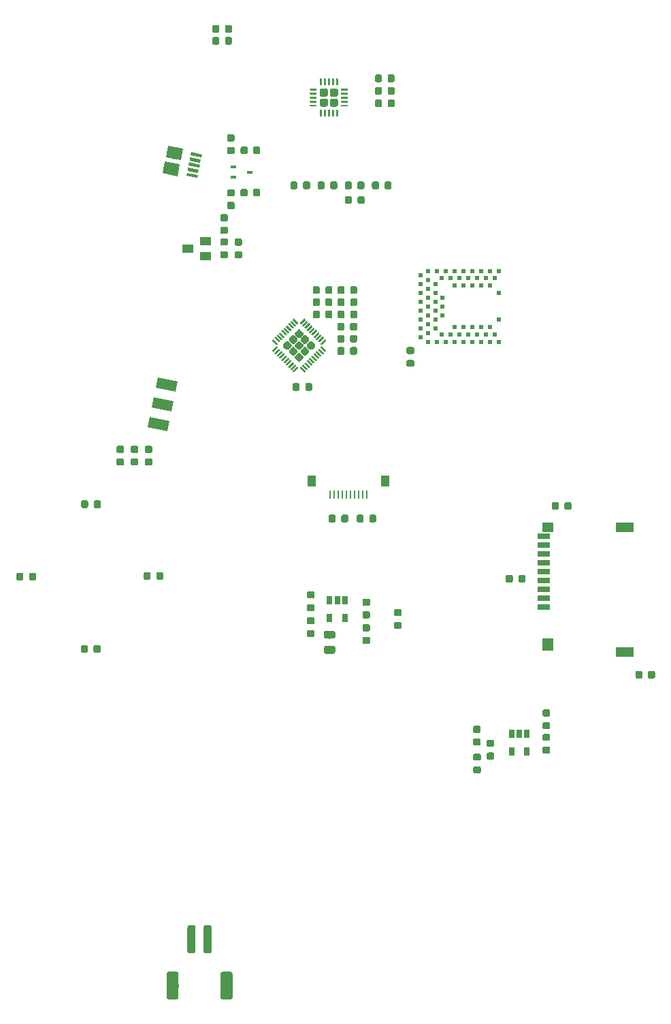
<source format=gbp>
G04 #@! TF.GenerationSoftware,KiCad,Pcbnew,(5.1.0)-1*
G04 #@! TF.CreationDate,2019-06-02T04:00:07-06:00*
G04 #@! TF.ProjectId,hcrn,6863726e-2e6b-4696-9361-645f70636258,0.1*
G04 #@! TF.SameCoordinates,Original*
G04 #@! TF.FileFunction,Paste,Bot*
G04 #@! TF.FilePolarity,Positive*
%FSLAX46Y46*%
G04 Gerber Fmt 4.6, Leading zero omitted, Abs format (unit mm)*
G04 Created by KiCad (PCBNEW (5.1.0)-1) date 2019-06-02 04:00:07*
%MOMM*%
%LPD*%
G04 APERTURE LIST*
%ADD10C,0.100000*%
%ADD11C,0.875000*%
%ADD12C,1.010000*%
%ADD13C,0.250000*%
%ADD14R,1.600000X0.700000*%
%ADD15R,1.400000X1.200000*%
%ADD16R,1.400000X1.600000*%
%ADD17R,2.200000X1.200000*%
%ADD18R,0.254000X1.016000*%
%ADD19R,1.016000X1.346200*%
%ADD20C,1.500000*%
%ADD21C,0.400000*%
%ADD22C,1.000000*%
%ADD23C,0.975000*%
%ADD24R,1.400000X1.000000*%
%ADD25C,1.250000*%
%ADD26R,0.650000X1.060000*%
%ADD27C,0.802926*%
%ADD28R,0.700000X0.450000*%
%ADD29R,0.500000X0.500000*%
G04 APERTURE END LIST*
D10*
G36*
X184027691Y-106221053D02*
G01*
X184048926Y-106224203D01*
X184069750Y-106229419D01*
X184089962Y-106236651D01*
X184109368Y-106245830D01*
X184127781Y-106256866D01*
X184145024Y-106269654D01*
X184160930Y-106284070D01*
X184175346Y-106299976D01*
X184188134Y-106317219D01*
X184199170Y-106335632D01*
X184208349Y-106355038D01*
X184215581Y-106375250D01*
X184220797Y-106396074D01*
X184223947Y-106417309D01*
X184225000Y-106438750D01*
X184225000Y-106876250D01*
X184223947Y-106897691D01*
X184220797Y-106918926D01*
X184215581Y-106939750D01*
X184208349Y-106959962D01*
X184199170Y-106979368D01*
X184188134Y-106997781D01*
X184175346Y-107015024D01*
X184160930Y-107030930D01*
X184145024Y-107045346D01*
X184127781Y-107058134D01*
X184109368Y-107069170D01*
X184089962Y-107078349D01*
X184069750Y-107085581D01*
X184048926Y-107090797D01*
X184027691Y-107093947D01*
X184006250Y-107095000D01*
X183493750Y-107095000D01*
X183472309Y-107093947D01*
X183451074Y-107090797D01*
X183430250Y-107085581D01*
X183410038Y-107078349D01*
X183390632Y-107069170D01*
X183372219Y-107058134D01*
X183354976Y-107045346D01*
X183339070Y-107030930D01*
X183324654Y-107015024D01*
X183311866Y-106997781D01*
X183300830Y-106979368D01*
X183291651Y-106959962D01*
X183284419Y-106939750D01*
X183279203Y-106918926D01*
X183276053Y-106897691D01*
X183275000Y-106876250D01*
X183275000Y-106438750D01*
X183276053Y-106417309D01*
X183279203Y-106396074D01*
X183284419Y-106375250D01*
X183291651Y-106355038D01*
X183300830Y-106335632D01*
X183311866Y-106317219D01*
X183324654Y-106299976D01*
X183339070Y-106284070D01*
X183354976Y-106269654D01*
X183372219Y-106256866D01*
X183390632Y-106245830D01*
X183410038Y-106236651D01*
X183430250Y-106229419D01*
X183451074Y-106224203D01*
X183472309Y-106221053D01*
X183493750Y-106220000D01*
X184006250Y-106220000D01*
X184027691Y-106221053D01*
X184027691Y-106221053D01*
G37*
D11*
X183750000Y-106657500D03*
D10*
G36*
X184027691Y-104646053D02*
G01*
X184048926Y-104649203D01*
X184069750Y-104654419D01*
X184089962Y-104661651D01*
X184109368Y-104670830D01*
X184127781Y-104681866D01*
X184145024Y-104694654D01*
X184160930Y-104709070D01*
X184175346Y-104724976D01*
X184188134Y-104742219D01*
X184199170Y-104760632D01*
X184208349Y-104780038D01*
X184215581Y-104800250D01*
X184220797Y-104821074D01*
X184223947Y-104842309D01*
X184225000Y-104863750D01*
X184225000Y-105301250D01*
X184223947Y-105322691D01*
X184220797Y-105343926D01*
X184215581Y-105364750D01*
X184208349Y-105384962D01*
X184199170Y-105404368D01*
X184188134Y-105422781D01*
X184175346Y-105440024D01*
X184160930Y-105455930D01*
X184145024Y-105470346D01*
X184127781Y-105483134D01*
X184109368Y-105494170D01*
X184089962Y-105503349D01*
X184069750Y-105510581D01*
X184048926Y-105515797D01*
X184027691Y-105518947D01*
X184006250Y-105520000D01*
X183493750Y-105520000D01*
X183472309Y-105518947D01*
X183451074Y-105515797D01*
X183430250Y-105510581D01*
X183410038Y-105503349D01*
X183390632Y-105494170D01*
X183372219Y-105483134D01*
X183354976Y-105470346D01*
X183339070Y-105455930D01*
X183324654Y-105440024D01*
X183311866Y-105422781D01*
X183300830Y-105404368D01*
X183291651Y-105384962D01*
X183284419Y-105364750D01*
X183279203Y-105343926D01*
X183276053Y-105322691D01*
X183275000Y-105301250D01*
X183275000Y-104863750D01*
X183276053Y-104842309D01*
X183279203Y-104821074D01*
X183284419Y-104800250D01*
X183291651Y-104780038D01*
X183300830Y-104760632D01*
X183311866Y-104742219D01*
X183324654Y-104724976D01*
X183339070Y-104709070D01*
X183354976Y-104694654D01*
X183372219Y-104681866D01*
X183390632Y-104670830D01*
X183410038Y-104661651D01*
X183430250Y-104654419D01*
X183451074Y-104649203D01*
X183472309Y-104646053D01*
X183493750Y-104645000D01*
X184006250Y-104645000D01*
X184027691Y-104646053D01*
X184027691Y-104646053D01*
G37*
D11*
X183750000Y-105082500D03*
D10*
G36*
X176074504Y-39941204D02*
G01*
X176098773Y-39944804D01*
X176122571Y-39950765D01*
X176145671Y-39959030D01*
X176167849Y-39969520D01*
X176188893Y-39982133D01*
X176208598Y-39996747D01*
X176226777Y-40013223D01*
X176243253Y-40031402D01*
X176257867Y-40051107D01*
X176270480Y-40072151D01*
X176280970Y-40094329D01*
X176289235Y-40117429D01*
X176295196Y-40141227D01*
X176298796Y-40165496D01*
X176300000Y-40190000D01*
X176300000Y-40700000D01*
X176298796Y-40724504D01*
X176295196Y-40748773D01*
X176289235Y-40772571D01*
X176280970Y-40795671D01*
X176270480Y-40817849D01*
X176257867Y-40838893D01*
X176243253Y-40858598D01*
X176226777Y-40876777D01*
X176208598Y-40893253D01*
X176188893Y-40907867D01*
X176167849Y-40920480D01*
X176145671Y-40930970D01*
X176122571Y-40939235D01*
X176098773Y-40945196D01*
X176074504Y-40948796D01*
X176050000Y-40950000D01*
X175540000Y-40950000D01*
X175515496Y-40948796D01*
X175491227Y-40945196D01*
X175467429Y-40939235D01*
X175444329Y-40930970D01*
X175422151Y-40920480D01*
X175401107Y-40907867D01*
X175381402Y-40893253D01*
X175363223Y-40876777D01*
X175346747Y-40858598D01*
X175332133Y-40838893D01*
X175319520Y-40817849D01*
X175309030Y-40795671D01*
X175300765Y-40772571D01*
X175294804Y-40748773D01*
X175291204Y-40724504D01*
X175290000Y-40700000D01*
X175290000Y-40190000D01*
X175291204Y-40165496D01*
X175294804Y-40141227D01*
X175300765Y-40117429D01*
X175309030Y-40094329D01*
X175319520Y-40072151D01*
X175332133Y-40051107D01*
X175346747Y-40031402D01*
X175363223Y-40013223D01*
X175381402Y-39996747D01*
X175401107Y-39982133D01*
X175422151Y-39969520D01*
X175444329Y-39959030D01*
X175467429Y-39950765D01*
X175491227Y-39944804D01*
X175515496Y-39941204D01*
X175540000Y-39940000D01*
X176050000Y-39940000D01*
X176074504Y-39941204D01*
X176074504Y-39941204D01*
G37*
D12*
X175795000Y-40445000D03*
D10*
G36*
X176074504Y-41191204D02*
G01*
X176098773Y-41194804D01*
X176122571Y-41200765D01*
X176145671Y-41209030D01*
X176167849Y-41219520D01*
X176188893Y-41232133D01*
X176208598Y-41246747D01*
X176226777Y-41263223D01*
X176243253Y-41281402D01*
X176257867Y-41301107D01*
X176270480Y-41322151D01*
X176280970Y-41344329D01*
X176289235Y-41367429D01*
X176295196Y-41391227D01*
X176298796Y-41415496D01*
X176300000Y-41440000D01*
X176300000Y-41950000D01*
X176298796Y-41974504D01*
X176295196Y-41998773D01*
X176289235Y-42022571D01*
X176280970Y-42045671D01*
X176270480Y-42067849D01*
X176257867Y-42088893D01*
X176243253Y-42108598D01*
X176226777Y-42126777D01*
X176208598Y-42143253D01*
X176188893Y-42157867D01*
X176167849Y-42170480D01*
X176145671Y-42180970D01*
X176122571Y-42189235D01*
X176098773Y-42195196D01*
X176074504Y-42198796D01*
X176050000Y-42200000D01*
X175540000Y-42200000D01*
X175515496Y-42198796D01*
X175491227Y-42195196D01*
X175467429Y-42189235D01*
X175444329Y-42180970D01*
X175422151Y-42170480D01*
X175401107Y-42157867D01*
X175381402Y-42143253D01*
X175363223Y-42126777D01*
X175346747Y-42108598D01*
X175332133Y-42088893D01*
X175319520Y-42067849D01*
X175309030Y-42045671D01*
X175300765Y-42022571D01*
X175294804Y-41998773D01*
X175291204Y-41974504D01*
X175290000Y-41950000D01*
X175290000Y-41440000D01*
X175291204Y-41415496D01*
X175294804Y-41391227D01*
X175300765Y-41367429D01*
X175309030Y-41344329D01*
X175319520Y-41322151D01*
X175332133Y-41301107D01*
X175346747Y-41281402D01*
X175363223Y-41263223D01*
X175381402Y-41246747D01*
X175401107Y-41232133D01*
X175422151Y-41219520D01*
X175444329Y-41209030D01*
X175467429Y-41200765D01*
X175491227Y-41194804D01*
X175515496Y-41191204D01*
X175540000Y-41190000D01*
X176050000Y-41190000D01*
X176074504Y-41191204D01*
X176074504Y-41191204D01*
G37*
D12*
X175795000Y-41695000D03*
D10*
G36*
X174824504Y-39941204D02*
G01*
X174848773Y-39944804D01*
X174872571Y-39950765D01*
X174895671Y-39959030D01*
X174917849Y-39969520D01*
X174938893Y-39982133D01*
X174958598Y-39996747D01*
X174976777Y-40013223D01*
X174993253Y-40031402D01*
X175007867Y-40051107D01*
X175020480Y-40072151D01*
X175030970Y-40094329D01*
X175039235Y-40117429D01*
X175045196Y-40141227D01*
X175048796Y-40165496D01*
X175050000Y-40190000D01*
X175050000Y-40700000D01*
X175048796Y-40724504D01*
X175045196Y-40748773D01*
X175039235Y-40772571D01*
X175030970Y-40795671D01*
X175020480Y-40817849D01*
X175007867Y-40838893D01*
X174993253Y-40858598D01*
X174976777Y-40876777D01*
X174958598Y-40893253D01*
X174938893Y-40907867D01*
X174917849Y-40920480D01*
X174895671Y-40930970D01*
X174872571Y-40939235D01*
X174848773Y-40945196D01*
X174824504Y-40948796D01*
X174800000Y-40950000D01*
X174290000Y-40950000D01*
X174265496Y-40948796D01*
X174241227Y-40945196D01*
X174217429Y-40939235D01*
X174194329Y-40930970D01*
X174172151Y-40920480D01*
X174151107Y-40907867D01*
X174131402Y-40893253D01*
X174113223Y-40876777D01*
X174096747Y-40858598D01*
X174082133Y-40838893D01*
X174069520Y-40817849D01*
X174059030Y-40795671D01*
X174050765Y-40772571D01*
X174044804Y-40748773D01*
X174041204Y-40724504D01*
X174040000Y-40700000D01*
X174040000Y-40190000D01*
X174041204Y-40165496D01*
X174044804Y-40141227D01*
X174050765Y-40117429D01*
X174059030Y-40094329D01*
X174069520Y-40072151D01*
X174082133Y-40051107D01*
X174096747Y-40031402D01*
X174113223Y-40013223D01*
X174131402Y-39996747D01*
X174151107Y-39982133D01*
X174172151Y-39969520D01*
X174194329Y-39959030D01*
X174217429Y-39950765D01*
X174241227Y-39944804D01*
X174265496Y-39941204D01*
X174290000Y-39940000D01*
X174800000Y-39940000D01*
X174824504Y-39941204D01*
X174824504Y-39941204D01*
G37*
D12*
X174545000Y-40445000D03*
D10*
G36*
X174824504Y-41191204D02*
G01*
X174848773Y-41194804D01*
X174872571Y-41200765D01*
X174895671Y-41209030D01*
X174917849Y-41219520D01*
X174938893Y-41232133D01*
X174958598Y-41246747D01*
X174976777Y-41263223D01*
X174993253Y-41281402D01*
X175007867Y-41301107D01*
X175020480Y-41322151D01*
X175030970Y-41344329D01*
X175039235Y-41367429D01*
X175045196Y-41391227D01*
X175048796Y-41415496D01*
X175050000Y-41440000D01*
X175050000Y-41950000D01*
X175048796Y-41974504D01*
X175045196Y-41998773D01*
X175039235Y-42022571D01*
X175030970Y-42045671D01*
X175020480Y-42067849D01*
X175007867Y-42088893D01*
X174993253Y-42108598D01*
X174976777Y-42126777D01*
X174958598Y-42143253D01*
X174938893Y-42157867D01*
X174917849Y-42170480D01*
X174895671Y-42180970D01*
X174872571Y-42189235D01*
X174848773Y-42195196D01*
X174824504Y-42198796D01*
X174800000Y-42200000D01*
X174290000Y-42200000D01*
X174265496Y-42198796D01*
X174241227Y-42195196D01*
X174217429Y-42189235D01*
X174194329Y-42180970D01*
X174172151Y-42170480D01*
X174151107Y-42157867D01*
X174131402Y-42143253D01*
X174113223Y-42126777D01*
X174096747Y-42108598D01*
X174082133Y-42088893D01*
X174069520Y-42067849D01*
X174059030Y-42045671D01*
X174050765Y-42022571D01*
X174044804Y-41998773D01*
X174041204Y-41974504D01*
X174040000Y-41950000D01*
X174040000Y-41440000D01*
X174041204Y-41415496D01*
X174044804Y-41391227D01*
X174050765Y-41367429D01*
X174059030Y-41344329D01*
X174069520Y-41322151D01*
X174082133Y-41301107D01*
X174096747Y-41281402D01*
X174113223Y-41263223D01*
X174131402Y-41246747D01*
X174151107Y-41232133D01*
X174172151Y-41219520D01*
X174194329Y-41209030D01*
X174217429Y-41200765D01*
X174241227Y-41194804D01*
X174265496Y-41191204D01*
X174290000Y-41190000D01*
X174800000Y-41190000D01*
X174824504Y-41191204D01*
X174824504Y-41191204D01*
G37*
D12*
X174545000Y-41695000D03*
D10*
G36*
X177463626Y-39945301D02*
G01*
X177469693Y-39946201D01*
X177475643Y-39947691D01*
X177481418Y-39949758D01*
X177486962Y-39952380D01*
X177492223Y-39955533D01*
X177497150Y-39959187D01*
X177501694Y-39963306D01*
X177505813Y-39967850D01*
X177509467Y-39972777D01*
X177512620Y-39978038D01*
X177515242Y-39983582D01*
X177517309Y-39989357D01*
X177518799Y-39995307D01*
X177519699Y-40001374D01*
X177520000Y-40007500D01*
X177520000Y-40132500D01*
X177519699Y-40138626D01*
X177518799Y-40144693D01*
X177517309Y-40150643D01*
X177515242Y-40156418D01*
X177512620Y-40161962D01*
X177509467Y-40167223D01*
X177505813Y-40172150D01*
X177501694Y-40176694D01*
X177497150Y-40180813D01*
X177492223Y-40184467D01*
X177486962Y-40187620D01*
X177481418Y-40190242D01*
X177475643Y-40192309D01*
X177469693Y-40193799D01*
X177463626Y-40194699D01*
X177457500Y-40195000D01*
X176757500Y-40195000D01*
X176751374Y-40194699D01*
X176745307Y-40193799D01*
X176739357Y-40192309D01*
X176733582Y-40190242D01*
X176728038Y-40187620D01*
X176722777Y-40184467D01*
X176717850Y-40180813D01*
X176713306Y-40176694D01*
X176709187Y-40172150D01*
X176705533Y-40167223D01*
X176702380Y-40161962D01*
X176699758Y-40156418D01*
X176697691Y-40150643D01*
X176696201Y-40144693D01*
X176695301Y-40138626D01*
X176695000Y-40132500D01*
X176695000Y-40007500D01*
X176695301Y-40001374D01*
X176696201Y-39995307D01*
X176697691Y-39989357D01*
X176699758Y-39983582D01*
X176702380Y-39978038D01*
X176705533Y-39972777D01*
X176709187Y-39967850D01*
X176713306Y-39963306D01*
X176717850Y-39959187D01*
X176722777Y-39955533D01*
X176728038Y-39952380D01*
X176733582Y-39949758D01*
X176739357Y-39947691D01*
X176745307Y-39946201D01*
X176751374Y-39945301D01*
X176757500Y-39945000D01*
X177457500Y-39945000D01*
X177463626Y-39945301D01*
X177463626Y-39945301D01*
G37*
D13*
X177107500Y-40070000D03*
D10*
G36*
X177463626Y-40445301D02*
G01*
X177469693Y-40446201D01*
X177475643Y-40447691D01*
X177481418Y-40449758D01*
X177486962Y-40452380D01*
X177492223Y-40455533D01*
X177497150Y-40459187D01*
X177501694Y-40463306D01*
X177505813Y-40467850D01*
X177509467Y-40472777D01*
X177512620Y-40478038D01*
X177515242Y-40483582D01*
X177517309Y-40489357D01*
X177518799Y-40495307D01*
X177519699Y-40501374D01*
X177520000Y-40507500D01*
X177520000Y-40632500D01*
X177519699Y-40638626D01*
X177518799Y-40644693D01*
X177517309Y-40650643D01*
X177515242Y-40656418D01*
X177512620Y-40661962D01*
X177509467Y-40667223D01*
X177505813Y-40672150D01*
X177501694Y-40676694D01*
X177497150Y-40680813D01*
X177492223Y-40684467D01*
X177486962Y-40687620D01*
X177481418Y-40690242D01*
X177475643Y-40692309D01*
X177469693Y-40693799D01*
X177463626Y-40694699D01*
X177457500Y-40695000D01*
X176757500Y-40695000D01*
X176751374Y-40694699D01*
X176745307Y-40693799D01*
X176739357Y-40692309D01*
X176733582Y-40690242D01*
X176728038Y-40687620D01*
X176722777Y-40684467D01*
X176717850Y-40680813D01*
X176713306Y-40676694D01*
X176709187Y-40672150D01*
X176705533Y-40667223D01*
X176702380Y-40661962D01*
X176699758Y-40656418D01*
X176697691Y-40650643D01*
X176696201Y-40644693D01*
X176695301Y-40638626D01*
X176695000Y-40632500D01*
X176695000Y-40507500D01*
X176695301Y-40501374D01*
X176696201Y-40495307D01*
X176697691Y-40489357D01*
X176699758Y-40483582D01*
X176702380Y-40478038D01*
X176705533Y-40472777D01*
X176709187Y-40467850D01*
X176713306Y-40463306D01*
X176717850Y-40459187D01*
X176722777Y-40455533D01*
X176728038Y-40452380D01*
X176733582Y-40449758D01*
X176739357Y-40447691D01*
X176745307Y-40446201D01*
X176751374Y-40445301D01*
X176757500Y-40445000D01*
X177457500Y-40445000D01*
X177463626Y-40445301D01*
X177463626Y-40445301D01*
G37*
D13*
X177107500Y-40570000D03*
D10*
G36*
X177463626Y-40945301D02*
G01*
X177469693Y-40946201D01*
X177475643Y-40947691D01*
X177481418Y-40949758D01*
X177486962Y-40952380D01*
X177492223Y-40955533D01*
X177497150Y-40959187D01*
X177501694Y-40963306D01*
X177505813Y-40967850D01*
X177509467Y-40972777D01*
X177512620Y-40978038D01*
X177515242Y-40983582D01*
X177517309Y-40989357D01*
X177518799Y-40995307D01*
X177519699Y-41001374D01*
X177520000Y-41007500D01*
X177520000Y-41132500D01*
X177519699Y-41138626D01*
X177518799Y-41144693D01*
X177517309Y-41150643D01*
X177515242Y-41156418D01*
X177512620Y-41161962D01*
X177509467Y-41167223D01*
X177505813Y-41172150D01*
X177501694Y-41176694D01*
X177497150Y-41180813D01*
X177492223Y-41184467D01*
X177486962Y-41187620D01*
X177481418Y-41190242D01*
X177475643Y-41192309D01*
X177469693Y-41193799D01*
X177463626Y-41194699D01*
X177457500Y-41195000D01*
X176757500Y-41195000D01*
X176751374Y-41194699D01*
X176745307Y-41193799D01*
X176739357Y-41192309D01*
X176733582Y-41190242D01*
X176728038Y-41187620D01*
X176722777Y-41184467D01*
X176717850Y-41180813D01*
X176713306Y-41176694D01*
X176709187Y-41172150D01*
X176705533Y-41167223D01*
X176702380Y-41161962D01*
X176699758Y-41156418D01*
X176697691Y-41150643D01*
X176696201Y-41144693D01*
X176695301Y-41138626D01*
X176695000Y-41132500D01*
X176695000Y-41007500D01*
X176695301Y-41001374D01*
X176696201Y-40995307D01*
X176697691Y-40989357D01*
X176699758Y-40983582D01*
X176702380Y-40978038D01*
X176705533Y-40972777D01*
X176709187Y-40967850D01*
X176713306Y-40963306D01*
X176717850Y-40959187D01*
X176722777Y-40955533D01*
X176728038Y-40952380D01*
X176733582Y-40949758D01*
X176739357Y-40947691D01*
X176745307Y-40946201D01*
X176751374Y-40945301D01*
X176757500Y-40945000D01*
X177457500Y-40945000D01*
X177463626Y-40945301D01*
X177463626Y-40945301D01*
G37*
D13*
X177107500Y-41070000D03*
D10*
G36*
X177463626Y-41445301D02*
G01*
X177469693Y-41446201D01*
X177475643Y-41447691D01*
X177481418Y-41449758D01*
X177486962Y-41452380D01*
X177492223Y-41455533D01*
X177497150Y-41459187D01*
X177501694Y-41463306D01*
X177505813Y-41467850D01*
X177509467Y-41472777D01*
X177512620Y-41478038D01*
X177515242Y-41483582D01*
X177517309Y-41489357D01*
X177518799Y-41495307D01*
X177519699Y-41501374D01*
X177520000Y-41507500D01*
X177520000Y-41632500D01*
X177519699Y-41638626D01*
X177518799Y-41644693D01*
X177517309Y-41650643D01*
X177515242Y-41656418D01*
X177512620Y-41661962D01*
X177509467Y-41667223D01*
X177505813Y-41672150D01*
X177501694Y-41676694D01*
X177497150Y-41680813D01*
X177492223Y-41684467D01*
X177486962Y-41687620D01*
X177481418Y-41690242D01*
X177475643Y-41692309D01*
X177469693Y-41693799D01*
X177463626Y-41694699D01*
X177457500Y-41695000D01*
X176757500Y-41695000D01*
X176751374Y-41694699D01*
X176745307Y-41693799D01*
X176739357Y-41692309D01*
X176733582Y-41690242D01*
X176728038Y-41687620D01*
X176722777Y-41684467D01*
X176717850Y-41680813D01*
X176713306Y-41676694D01*
X176709187Y-41672150D01*
X176705533Y-41667223D01*
X176702380Y-41661962D01*
X176699758Y-41656418D01*
X176697691Y-41650643D01*
X176696201Y-41644693D01*
X176695301Y-41638626D01*
X176695000Y-41632500D01*
X176695000Y-41507500D01*
X176695301Y-41501374D01*
X176696201Y-41495307D01*
X176697691Y-41489357D01*
X176699758Y-41483582D01*
X176702380Y-41478038D01*
X176705533Y-41472777D01*
X176709187Y-41467850D01*
X176713306Y-41463306D01*
X176717850Y-41459187D01*
X176722777Y-41455533D01*
X176728038Y-41452380D01*
X176733582Y-41449758D01*
X176739357Y-41447691D01*
X176745307Y-41446201D01*
X176751374Y-41445301D01*
X176757500Y-41445000D01*
X177457500Y-41445000D01*
X177463626Y-41445301D01*
X177463626Y-41445301D01*
G37*
D13*
X177107500Y-41570000D03*
D10*
G36*
X177463626Y-41945301D02*
G01*
X177469693Y-41946201D01*
X177475643Y-41947691D01*
X177481418Y-41949758D01*
X177486962Y-41952380D01*
X177492223Y-41955533D01*
X177497150Y-41959187D01*
X177501694Y-41963306D01*
X177505813Y-41967850D01*
X177509467Y-41972777D01*
X177512620Y-41978038D01*
X177515242Y-41983582D01*
X177517309Y-41989357D01*
X177518799Y-41995307D01*
X177519699Y-42001374D01*
X177520000Y-42007500D01*
X177520000Y-42132500D01*
X177519699Y-42138626D01*
X177518799Y-42144693D01*
X177517309Y-42150643D01*
X177515242Y-42156418D01*
X177512620Y-42161962D01*
X177509467Y-42167223D01*
X177505813Y-42172150D01*
X177501694Y-42176694D01*
X177497150Y-42180813D01*
X177492223Y-42184467D01*
X177486962Y-42187620D01*
X177481418Y-42190242D01*
X177475643Y-42192309D01*
X177469693Y-42193799D01*
X177463626Y-42194699D01*
X177457500Y-42195000D01*
X176757500Y-42195000D01*
X176751374Y-42194699D01*
X176745307Y-42193799D01*
X176739357Y-42192309D01*
X176733582Y-42190242D01*
X176728038Y-42187620D01*
X176722777Y-42184467D01*
X176717850Y-42180813D01*
X176713306Y-42176694D01*
X176709187Y-42172150D01*
X176705533Y-42167223D01*
X176702380Y-42161962D01*
X176699758Y-42156418D01*
X176697691Y-42150643D01*
X176696201Y-42144693D01*
X176695301Y-42138626D01*
X176695000Y-42132500D01*
X176695000Y-42007500D01*
X176695301Y-42001374D01*
X176696201Y-41995307D01*
X176697691Y-41989357D01*
X176699758Y-41983582D01*
X176702380Y-41978038D01*
X176705533Y-41972777D01*
X176709187Y-41967850D01*
X176713306Y-41963306D01*
X176717850Y-41959187D01*
X176722777Y-41955533D01*
X176728038Y-41952380D01*
X176733582Y-41949758D01*
X176739357Y-41947691D01*
X176745307Y-41946201D01*
X176751374Y-41945301D01*
X176757500Y-41945000D01*
X177457500Y-41945000D01*
X177463626Y-41945301D01*
X177463626Y-41945301D01*
G37*
D13*
X177107500Y-42070000D03*
D10*
G36*
X176238626Y-42595301D02*
G01*
X176244693Y-42596201D01*
X176250643Y-42597691D01*
X176256418Y-42599758D01*
X176261962Y-42602380D01*
X176267223Y-42605533D01*
X176272150Y-42609187D01*
X176276694Y-42613306D01*
X176280813Y-42617850D01*
X176284467Y-42622777D01*
X176287620Y-42628038D01*
X176290242Y-42633582D01*
X176292309Y-42639357D01*
X176293799Y-42645307D01*
X176294699Y-42651374D01*
X176295000Y-42657500D01*
X176295000Y-43357500D01*
X176294699Y-43363626D01*
X176293799Y-43369693D01*
X176292309Y-43375643D01*
X176290242Y-43381418D01*
X176287620Y-43386962D01*
X176284467Y-43392223D01*
X176280813Y-43397150D01*
X176276694Y-43401694D01*
X176272150Y-43405813D01*
X176267223Y-43409467D01*
X176261962Y-43412620D01*
X176256418Y-43415242D01*
X176250643Y-43417309D01*
X176244693Y-43418799D01*
X176238626Y-43419699D01*
X176232500Y-43420000D01*
X176107500Y-43420000D01*
X176101374Y-43419699D01*
X176095307Y-43418799D01*
X176089357Y-43417309D01*
X176083582Y-43415242D01*
X176078038Y-43412620D01*
X176072777Y-43409467D01*
X176067850Y-43405813D01*
X176063306Y-43401694D01*
X176059187Y-43397150D01*
X176055533Y-43392223D01*
X176052380Y-43386962D01*
X176049758Y-43381418D01*
X176047691Y-43375643D01*
X176046201Y-43369693D01*
X176045301Y-43363626D01*
X176045000Y-43357500D01*
X176045000Y-42657500D01*
X176045301Y-42651374D01*
X176046201Y-42645307D01*
X176047691Y-42639357D01*
X176049758Y-42633582D01*
X176052380Y-42628038D01*
X176055533Y-42622777D01*
X176059187Y-42617850D01*
X176063306Y-42613306D01*
X176067850Y-42609187D01*
X176072777Y-42605533D01*
X176078038Y-42602380D01*
X176083582Y-42599758D01*
X176089357Y-42597691D01*
X176095307Y-42596201D01*
X176101374Y-42595301D01*
X176107500Y-42595000D01*
X176232500Y-42595000D01*
X176238626Y-42595301D01*
X176238626Y-42595301D01*
G37*
D13*
X176170000Y-43007500D03*
D10*
G36*
X175738626Y-42595301D02*
G01*
X175744693Y-42596201D01*
X175750643Y-42597691D01*
X175756418Y-42599758D01*
X175761962Y-42602380D01*
X175767223Y-42605533D01*
X175772150Y-42609187D01*
X175776694Y-42613306D01*
X175780813Y-42617850D01*
X175784467Y-42622777D01*
X175787620Y-42628038D01*
X175790242Y-42633582D01*
X175792309Y-42639357D01*
X175793799Y-42645307D01*
X175794699Y-42651374D01*
X175795000Y-42657500D01*
X175795000Y-43357500D01*
X175794699Y-43363626D01*
X175793799Y-43369693D01*
X175792309Y-43375643D01*
X175790242Y-43381418D01*
X175787620Y-43386962D01*
X175784467Y-43392223D01*
X175780813Y-43397150D01*
X175776694Y-43401694D01*
X175772150Y-43405813D01*
X175767223Y-43409467D01*
X175761962Y-43412620D01*
X175756418Y-43415242D01*
X175750643Y-43417309D01*
X175744693Y-43418799D01*
X175738626Y-43419699D01*
X175732500Y-43420000D01*
X175607500Y-43420000D01*
X175601374Y-43419699D01*
X175595307Y-43418799D01*
X175589357Y-43417309D01*
X175583582Y-43415242D01*
X175578038Y-43412620D01*
X175572777Y-43409467D01*
X175567850Y-43405813D01*
X175563306Y-43401694D01*
X175559187Y-43397150D01*
X175555533Y-43392223D01*
X175552380Y-43386962D01*
X175549758Y-43381418D01*
X175547691Y-43375643D01*
X175546201Y-43369693D01*
X175545301Y-43363626D01*
X175545000Y-43357500D01*
X175545000Y-42657500D01*
X175545301Y-42651374D01*
X175546201Y-42645307D01*
X175547691Y-42639357D01*
X175549758Y-42633582D01*
X175552380Y-42628038D01*
X175555533Y-42622777D01*
X175559187Y-42617850D01*
X175563306Y-42613306D01*
X175567850Y-42609187D01*
X175572777Y-42605533D01*
X175578038Y-42602380D01*
X175583582Y-42599758D01*
X175589357Y-42597691D01*
X175595307Y-42596201D01*
X175601374Y-42595301D01*
X175607500Y-42595000D01*
X175732500Y-42595000D01*
X175738626Y-42595301D01*
X175738626Y-42595301D01*
G37*
D13*
X175670000Y-43007500D03*
D10*
G36*
X175238626Y-42595301D02*
G01*
X175244693Y-42596201D01*
X175250643Y-42597691D01*
X175256418Y-42599758D01*
X175261962Y-42602380D01*
X175267223Y-42605533D01*
X175272150Y-42609187D01*
X175276694Y-42613306D01*
X175280813Y-42617850D01*
X175284467Y-42622777D01*
X175287620Y-42628038D01*
X175290242Y-42633582D01*
X175292309Y-42639357D01*
X175293799Y-42645307D01*
X175294699Y-42651374D01*
X175295000Y-42657500D01*
X175295000Y-43357500D01*
X175294699Y-43363626D01*
X175293799Y-43369693D01*
X175292309Y-43375643D01*
X175290242Y-43381418D01*
X175287620Y-43386962D01*
X175284467Y-43392223D01*
X175280813Y-43397150D01*
X175276694Y-43401694D01*
X175272150Y-43405813D01*
X175267223Y-43409467D01*
X175261962Y-43412620D01*
X175256418Y-43415242D01*
X175250643Y-43417309D01*
X175244693Y-43418799D01*
X175238626Y-43419699D01*
X175232500Y-43420000D01*
X175107500Y-43420000D01*
X175101374Y-43419699D01*
X175095307Y-43418799D01*
X175089357Y-43417309D01*
X175083582Y-43415242D01*
X175078038Y-43412620D01*
X175072777Y-43409467D01*
X175067850Y-43405813D01*
X175063306Y-43401694D01*
X175059187Y-43397150D01*
X175055533Y-43392223D01*
X175052380Y-43386962D01*
X175049758Y-43381418D01*
X175047691Y-43375643D01*
X175046201Y-43369693D01*
X175045301Y-43363626D01*
X175045000Y-43357500D01*
X175045000Y-42657500D01*
X175045301Y-42651374D01*
X175046201Y-42645307D01*
X175047691Y-42639357D01*
X175049758Y-42633582D01*
X175052380Y-42628038D01*
X175055533Y-42622777D01*
X175059187Y-42617850D01*
X175063306Y-42613306D01*
X175067850Y-42609187D01*
X175072777Y-42605533D01*
X175078038Y-42602380D01*
X175083582Y-42599758D01*
X175089357Y-42597691D01*
X175095307Y-42596201D01*
X175101374Y-42595301D01*
X175107500Y-42595000D01*
X175232500Y-42595000D01*
X175238626Y-42595301D01*
X175238626Y-42595301D01*
G37*
D13*
X175170000Y-43007500D03*
D10*
G36*
X174738626Y-42595301D02*
G01*
X174744693Y-42596201D01*
X174750643Y-42597691D01*
X174756418Y-42599758D01*
X174761962Y-42602380D01*
X174767223Y-42605533D01*
X174772150Y-42609187D01*
X174776694Y-42613306D01*
X174780813Y-42617850D01*
X174784467Y-42622777D01*
X174787620Y-42628038D01*
X174790242Y-42633582D01*
X174792309Y-42639357D01*
X174793799Y-42645307D01*
X174794699Y-42651374D01*
X174795000Y-42657500D01*
X174795000Y-43357500D01*
X174794699Y-43363626D01*
X174793799Y-43369693D01*
X174792309Y-43375643D01*
X174790242Y-43381418D01*
X174787620Y-43386962D01*
X174784467Y-43392223D01*
X174780813Y-43397150D01*
X174776694Y-43401694D01*
X174772150Y-43405813D01*
X174767223Y-43409467D01*
X174761962Y-43412620D01*
X174756418Y-43415242D01*
X174750643Y-43417309D01*
X174744693Y-43418799D01*
X174738626Y-43419699D01*
X174732500Y-43420000D01*
X174607500Y-43420000D01*
X174601374Y-43419699D01*
X174595307Y-43418799D01*
X174589357Y-43417309D01*
X174583582Y-43415242D01*
X174578038Y-43412620D01*
X174572777Y-43409467D01*
X174567850Y-43405813D01*
X174563306Y-43401694D01*
X174559187Y-43397150D01*
X174555533Y-43392223D01*
X174552380Y-43386962D01*
X174549758Y-43381418D01*
X174547691Y-43375643D01*
X174546201Y-43369693D01*
X174545301Y-43363626D01*
X174545000Y-43357500D01*
X174545000Y-42657500D01*
X174545301Y-42651374D01*
X174546201Y-42645307D01*
X174547691Y-42639357D01*
X174549758Y-42633582D01*
X174552380Y-42628038D01*
X174555533Y-42622777D01*
X174559187Y-42617850D01*
X174563306Y-42613306D01*
X174567850Y-42609187D01*
X174572777Y-42605533D01*
X174578038Y-42602380D01*
X174583582Y-42599758D01*
X174589357Y-42597691D01*
X174595307Y-42596201D01*
X174601374Y-42595301D01*
X174607500Y-42595000D01*
X174732500Y-42595000D01*
X174738626Y-42595301D01*
X174738626Y-42595301D01*
G37*
D13*
X174670000Y-43007500D03*
D10*
G36*
X174238626Y-42595301D02*
G01*
X174244693Y-42596201D01*
X174250643Y-42597691D01*
X174256418Y-42599758D01*
X174261962Y-42602380D01*
X174267223Y-42605533D01*
X174272150Y-42609187D01*
X174276694Y-42613306D01*
X174280813Y-42617850D01*
X174284467Y-42622777D01*
X174287620Y-42628038D01*
X174290242Y-42633582D01*
X174292309Y-42639357D01*
X174293799Y-42645307D01*
X174294699Y-42651374D01*
X174295000Y-42657500D01*
X174295000Y-43357500D01*
X174294699Y-43363626D01*
X174293799Y-43369693D01*
X174292309Y-43375643D01*
X174290242Y-43381418D01*
X174287620Y-43386962D01*
X174284467Y-43392223D01*
X174280813Y-43397150D01*
X174276694Y-43401694D01*
X174272150Y-43405813D01*
X174267223Y-43409467D01*
X174261962Y-43412620D01*
X174256418Y-43415242D01*
X174250643Y-43417309D01*
X174244693Y-43418799D01*
X174238626Y-43419699D01*
X174232500Y-43420000D01*
X174107500Y-43420000D01*
X174101374Y-43419699D01*
X174095307Y-43418799D01*
X174089357Y-43417309D01*
X174083582Y-43415242D01*
X174078038Y-43412620D01*
X174072777Y-43409467D01*
X174067850Y-43405813D01*
X174063306Y-43401694D01*
X174059187Y-43397150D01*
X174055533Y-43392223D01*
X174052380Y-43386962D01*
X174049758Y-43381418D01*
X174047691Y-43375643D01*
X174046201Y-43369693D01*
X174045301Y-43363626D01*
X174045000Y-43357500D01*
X174045000Y-42657500D01*
X174045301Y-42651374D01*
X174046201Y-42645307D01*
X174047691Y-42639357D01*
X174049758Y-42633582D01*
X174052380Y-42628038D01*
X174055533Y-42622777D01*
X174059187Y-42617850D01*
X174063306Y-42613306D01*
X174067850Y-42609187D01*
X174072777Y-42605533D01*
X174078038Y-42602380D01*
X174083582Y-42599758D01*
X174089357Y-42597691D01*
X174095307Y-42596201D01*
X174101374Y-42595301D01*
X174107500Y-42595000D01*
X174232500Y-42595000D01*
X174238626Y-42595301D01*
X174238626Y-42595301D01*
G37*
D13*
X174170000Y-43007500D03*
D10*
G36*
X173588626Y-41945301D02*
G01*
X173594693Y-41946201D01*
X173600643Y-41947691D01*
X173606418Y-41949758D01*
X173611962Y-41952380D01*
X173617223Y-41955533D01*
X173622150Y-41959187D01*
X173626694Y-41963306D01*
X173630813Y-41967850D01*
X173634467Y-41972777D01*
X173637620Y-41978038D01*
X173640242Y-41983582D01*
X173642309Y-41989357D01*
X173643799Y-41995307D01*
X173644699Y-42001374D01*
X173645000Y-42007500D01*
X173645000Y-42132500D01*
X173644699Y-42138626D01*
X173643799Y-42144693D01*
X173642309Y-42150643D01*
X173640242Y-42156418D01*
X173637620Y-42161962D01*
X173634467Y-42167223D01*
X173630813Y-42172150D01*
X173626694Y-42176694D01*
X173622150Y-42180813D01*
X173617223Y-42184467D01*
X173611962Y-42187620D01*
X173606418Y-42190242D01*
X173600643Y-42192309D01*
X173594693Y-42193799D01*
X173588626Y-42194699D01*
X173582500Y-42195000D01*
X172882500Y-42195000D01*
X172876374Y-42194699D01*
X172870307Y-42193799D01*
X172864357Y-42192309D01*
X172858582Y-42190242D01*
X172853038Y-42187620D01*
X172847777Y-42184467D01*
X172842850Y-42180813D01*
X172838306Y-42176694D01*
X172834187Y-42172150D01*
X172830533Y-42167223D01*
X172827380Y-42161962D01*
X172824758Y-42156418D01*
X172822691Y-42150643D01*
X172821201Y-42144693D01*
X172820301Y-42138626D01*
X172820000Y-42132500D01*
X172820000Y-42007500D01*
X172820301Y-42001374D01*
X172821201Y-41995307D01*
X172822691Y-41989357D01*
X172824758Y-41983582D01*
X172827380Y-41978038D01*
X172830533Y-41972777D01*
X172834187Y-41967850D01*
X172838306Y-41963306D01*
X172842850Y-41959187D01*
X172847777Y-41955533D01*
X172853038Y-41952380D01*
X172858582Y-41949758D01*
X172864357Y-41947691D01*
X172870307Y-41946201D01*
X172876374Y-41945301D01*
X172882500Y-41945000D01*
X173582500Y-41945000D01*
X173588626Y-41945301D01*
X173588626Y-41945301D01*
G37*
D13*
X173232500Y-42070000D03*
D10*
G36*
X173588626Y-41445301D02*
G01*
X173594693Y-41446201D01*
X173600643Y-41447691D01*
X173606418Y-41449758D01*
X173611962Y-41452380D01*
X173617223Y-41455533D01*
X173622150Y-41459187D01*
X173626694Y-41463306D01*
X173630813Y-41467850D01*
X173634467Y-41472777D01*
X173637620Y-41478038D01*
X173640242Y-41483582D01*
X173642309Y-41489357D01*
X173643799Y-41495307D01*
X173644699Y-41501374D01*
X173645000Y-41507500D01*
X173645000Y-41632500D01*
X173644699Y-41638626D01*
X173643799Y-41644693D01*
X173642309Y-41650643D01*
X173640242Y-41656418D01*
X173637620Y-41661962D01*
X173634467Y-41667223D01*
X173630813Y-41672150D01*
X173626694Y-41676694D01*
X173622150Y-41680813D01*
X173617223Y-41684467D01*
X173611962Y-41687620D01*
X173606418Y-41690242D01*
X173600643Y-41692309D01*
X173594693Y-41693799D01*
X173588626Y-41694699D01*
X173582500Y-41695000D01*
X172882500Y-41695000D01*
X172876374Y-41694699D01*
X172870307Y-41693799D01*
X172864357Y-41692309D01*
X172858582Y-41690242D01*
X172853038Y-41687620D01*
X172847777Y-41684467D01*
X172842850Y-41680813D01*
X172838306Y-41676694D01*
X172834187Y-41672150D01*
X172830533Y-41667223D01*
X172827380Y-41661962D01*
X172824758Y-41656418D01*
X172822691Y-41650643D01*
X172821201Y-41644693D01*
X172820301Y-41638626D01*
X172820000Y-41632500D01*
X172820000Y-41507500D01*
X172820301Y-41501374D01*
X172821201Y-41495307D01*
X172822691Y-41489357D01*
X172824758Y-41483582D01*
X172827380Y-41478038D01*
X172830533Y-41472777D01*
X172834187Y-41467850D01*
X172838306Y-41463306D01*
X172842850Y-41459187D01*
X172847777Y-41455533D01*
X172853038Y-41452380D01*
X172858582Y-41449758D01*
X172864357Y-41447691D01*
X172870307Y-41446201D01*
X172876374Y-41445301D01*
X172882500Y-41445000D01*
X173582500Y-41445000D01*
X173588626Y-41445301D01*
X173588626Y-41445301D01*
G37*
D13*
X173232500Y-41570000D03*
D10*
G36*
X173588626Y-40945301D02*
G01*
X173594693Y-40946201D01*
X173600643Y-40947691D01*
X173606418Y-40949758D01*
X173611962Y-40952380D01*
X173617223Y-40955533D01*
X173622150Y-40959187D01*
X173626694Y-40963306D01*
X173630813Y-40967850D01*
X173634467Y-40972777D01*
X173637620Y-40978038D01*
X173640242Y-40983582D01*
X173642309Y-40989357D01*
X173643799Y-40995307D01*
X173644699Y-41001374D01*
X173645000Y-41007500D01*
X173645000Y-41132500D01*
X173644699Y-41138626D01*
X173643799Y-41144693D01*
X173642309Y-41150643D01*
X173640242Y-41156418D01*
X173637620Y-41161962D01*
X173634467Y-41167223D01*
X173630813Y-41172150D01*
X173626694Y-41176694D01*
X173622150Y-41180813D01*
X173617223Y-41184467D01*
X173611962Y-41187620D01*
X173606418Y-41190242D01*
X173600643Y-41192309D01*
X173594693Y-41193799D01*
X173588626Y-41194699D01*
X173582500Y-41195000D01*
X172882500Y-41195000D01*
X172876374Y-41194699D01*
X172870307Y-41193799D01*
X172864357Y-41192309D01*
X172858582Y-41190242D01*
X172853038Y-41187620D01*
X172847777Y-41184467D01*
X172842850Y-41180813D01*
X172838306Y-41176694D01*
X172834187Y-41172150D01*
X172830533Y-41167223D01*
X172827380Y-41161962D01*
X172824758Y-41156418D01*
X172822691Y-41150643D01*
X172821201Y-41144693D01*
X172820301Y-41138626D01*
X172820000Y-41132500D01*
X172820000Y-41007500D01*
X172820301Y-41001374D01*
X172821201Y-40995307D01*
X172822691Y-40989357D01*
X172824758Y-40983582D01*
X172827380Y-40978038D01*
X172830533Y-40972777D01*
X172834187Y-40967850D01*
X172838306Y-40963306D01*
X172842850Y-40959187D01*
X172847777Y-40955533D01*
X172853038Y-40952380D01*
X172858582Y-40949758D01*
X172864357Y-40947691D01*
X172870307Y-40946201D01*
X172876374Y-40945301D01*
X172882500Y-40945000D01*
X173582500Y-40945000D01*
X173588626Y-40945301D01*
X173588626Y-40945301D01*
G37*
D13*
X173232500Y-41070000D03*
D10*
G36*
X173588626Y-40445301D02*
G01*
X173594693Y-40446201D01*
X173600643Y-40447691D01*
X173606418Y-40449758D01*
X173611962Y-40452380D01*
X173617223Y-40455533D01*
X173622150Y-40459187D01*
X173626694Y-40463306D01*
X173630813Y-40467850D01*
X173634467Y-40472777D01*
X173637620Y-40478038D01*
X173640242Y-40483582D01*
X173642309Y-40489357D01*
X173643799Y-40495307D01*
X173644699Y-40501374D01*
X173645000Y-40507500D01*
X173645000Y-40632500D01*
X173644699Y-40638626D01*
X173643799Y-40644693D01*
X173642309Y-40650643D01*
X173640242Y-40656418D01*
X173637620Y-40661962D01*
X173634467Y-40667223D01*
X173630813Y-40672150D01*
X173626694Y-40676694D01*
X173622150Y-40680813D01*
X173617223Y-40684467D01*
X173611962Y-40687620D01*
X173606418Y-40690242D01*
X173600643Y-40692309D01*
X173594693Y-40693799D01*
X173588626Y-40694699D01*
X173582500Y-40695000D01*
X172882500Y-40695000D01*
X172876374Y-40694699D01*
X172870307Y-40693799D01*
X172864357Y-40692309D01*
X172858582Y-40690242D01*
X172853038Y-40687620D01*
X172847777Y-40684467D01*
X172842850Y-40680813D01*
X172838306Y-40676694D01*
X172834187Y-40672150D01*
X172830533Y-40667223D01*
X172827380Y-40661962D01*
X172824758Y-40656418D01*
X172822691Y-40650643D01*
X172821201Y-40644693D01*
X172820301Y-40638626D01*
X172820000Y-40632500D01*
X172820000Y-40507500D01*
X172820301Y-40501374D01*
X172821201Y-40495307D01*
X172822691Y-40489357D01*
X172824758Y-40483582D01*
X172827380Y-40478038D01*
X172830533Y-40472777D01*
X172834187Y-40467850D01*
X172838306Y-40463306D01*
X172842850Y-40459187D01*
X172847777Y-40455533D01*
X172853038Y-40452380D01*
X172858582Y-40449758D01*
X172864357Y-40447691D01*
X172870307Y-40446201D01*
X172876374Y-40445301D01*
X172882500Y-40445000D01*
X173582500Y-40445000D01*
X173588626Y-40445301D01*
X173588626Y-40445301D01*
G37*
D13*
X173232500Y-40570000D03*
D10*
G36*
X173588626Y-39945301D02*
G01*
X173594693Y-39946201D01*
X173600643Y-39947691D01*
X173606418Y-39949758D01*
X173611962Y-39952380D01*
X173617223Y-39955533D01*
X173622150Y-39959187D01*
X173626694Y-39963306D01*
X173630813Y-39967850D01*
X173634467Y-39972777D01*
X173637620Y-39978038D01*
X173640242Y-39983582D01*
X173642309Y-39989357D01*
X173643799Y-39995307D01*
X173644699Y-40001374D01*
X173645000Y-40007500D01*
X173645000Y-40132500D01*
X173644699Y-40138626D01*
X173643799Y-40144693D01*
X173642309Y-40150643D01*
X173640242Y-40156418D01*
X173637620Y-40161962D01*
X173634467Y-40167223D01*
X173630813Y-40172150D01*
X173626694Y-40176694D01*
X173622150Y-40180813D01*
X173617223Y-40184467D01*
X173611962Y-40187620D01*
X173606418Y-40190242D01*
X173600643Y-40192309D01*
X173594693Y-40193799D01*
X173588626Y-40194699D01*
X173582500Y-40195000D01*
X172882500Y-40195000D01*
X172876374Y-40194699D01*
X172870307Y-40193799D01*
X172864357Y-40192309D01*
X172858582Y-40190242D01*
X172853038Y-40187620D01*
X172847777Y-40184467D01*
X172842850Y-40180813D01*
X172838306Y-40176694D01*
X172834187Y-40172150D01*
X172830533Y-40167223D01*
X172827380Y-40161962D01*
X172824758Y-40156418D01*
X172822691Y-40150643D01*
X172821201Y-40144693D01*
X172820301Y-40138626D01*
X172820000Y-40132500D01*
X172820000Y-40007500D01*
X172820301Y-40001374D01*
X172821201Y-39995307D01*
X172822691Y-39989357D01*
X172824758Y-39983582D01*
X172827380Y-39978038D01*
X172830533Y-39972777D01*
X172834187Y-39967850D01*
X172838306Y-39963306D01*
X172842850Y-39959187D01*
X172847777Y-39955533D01*
X172853038Y-39952380D01*
X172858582Y-39949758D01*
X172864357Y-39947691D01*
X172870307Y-39946201D01*
X172876374Y-39945301D01*
X172882500Y-39945000D01*
X173582500Y-39945000D01*
X173588626Y-39945301D01*
X173588626Y-39945301D01*
G37*
D13*
X173232500Y-40070000D03*
D10*
G36*
X174238626Y-38720301D02*
G01*
X174244693Y-38721201D01*
X174250643Y-38722691D01*
X174256418Y-38724758D01*
X174261962Y-38727380D01*
X174267223Y-38730533D01*
X174272150Y-38734187D01*
X174276694Y-38738306D01*
X174280813Y-38742850D01*
X174284467Y-38747777D01*
X174287620Y-38753038D01*
X174290242Y-38758582D01*
X174292309Y-38764357D01*
X174293799Y-38770307D01*
X174294699Y-38776374D01*
X174295000Y-38782500D01*
X174295000Y-39482500D01*
X174294699Y-39488626D01*
X174293799Y-39494693D01*
X174292309Y-39500643D01*
X174290242Y-39506418D01*
X174287620Y-39511962D01*
X174284467Y-39517223D01*
X174280813Y-39522150D01*
X174276694Y-39526694D01*
X174272150Y-39530813D01*
X174267223Y-39534467D01*
X174261962Y-39537620D01*
X174256418Y-39540242D01*
X174250643Y-39542309D01*
X174244693Y-39543799D01*
X174238626Y-39544699D01*
X174232500Y-39545000D01*
X174107500Y-39545000D01*
X174101374Y-39544699D01*
X174095307Y-39543799D01*
X174089357Y-39542309D01*
X174083582Y-39540242D01*
X174078038Y-39537620D01*
X174072777Y-39534467D01*
X174067850Y-39530813D01*
X174063306Y-39526694D01*
X174059187Y-39522150D01*
X174055533Y-39517223D01*
X174052380Y-39511962D01*
X174049758Y-39506418D01*
X174047691Y-39500643D01*
X174046201Y-39494693D01*
X174045301Y-39488626D01*
X174045000Y-39482500D01*
X174045000Y-38782500D01*
X174045301Y-38776374D01*
X174046201Y-38770307D01*
X174047691Y-38764357D01*
X174049758Y-38758582D01*
X174052380Y-38753038D01*
X174055533Y-38747777D01*
X174059187Y-38742850D01*
X174063306Y-38738306D01*
X174067850Y-38734187D01*
X174072777Y-38730533D01*
X174078038Y-38727380D01*
X174083582Y-38724758D01*
X174089357Y-38722691D01*
X174095307Y-38721201D01*
X174101374Y-38720301D01*
X174107500Y-38720000D01*
X174232500Y-38720000D01*
X174238626Y-38720301D01*
X174238626Y-38720301D01*
G37*
D13*
X174170000Y-39132500D03*
D10*
G36*
X174738626Y-38720301D02*
G01*
X174744693Y-38721201D01*
X174750643Y-38722691D01*
X174756418Y-38724758D01*
X174761962Y-38727380D01*
X174767223Y-38730533D01*
X174772150Y-38734187D01*
X174776694Y-38738306D01*
X174780813Y-38742850D01*
X174784467Y-38747777D01*
X174787620Y-38753038D01*
X174790242Y-38758582D01*
X174792309Y-38764357D01*
X174793799Y-38770307D01*
X174794699Y-38776374D01*
X174795000Y-38782500D01*
X174795000Y-39482500D01*
X174794699Y-39488626D01*
X174793799Y-39494693D01*
X174792309Y-39500643D01*
X174790242Y-39506418D01*
X174787620Y-39511962D01*
X174784467Y-39517223D01*
X174780813Y-39522150D01*
X174776694Y-39526694D01*
X174772150Y-39530813D01*
X174767223Y-39534467D01*
X174761962Y-39537620D01*
X174756418Y-39540242D01*
X174750643Y-39542309D01*
X174744693Y-39543799D01*
X174738626Y-39544699D01*
X174732500Y-39545000D01*
X174607500Y-39545000D01*
X174601374Y-39544699D01*
X174595307Y-39543799D01*
X174589357Y-39542309D01*
X174583582Y-39540242D01*
X174578038Y-39537620D01*
X174572777Y-39534467D01*
X174567850Y-39530813D01*
X174563306Y-39526694D01*
X174559187Y-39522150D01*
X174555533Y-39517223D01*
X174552380Y-39511962D01*
X174549758Y-39506418D01*
X174547691Y-39500643D01*
X174546201Y-39494693D01*
X174545301Y-39488626D01*
X174545000Y-39482500D01*
X174545000Y-38782500D01*
X174545301Y-38776374D01*
X174546201Y-38770307D01*
X174547691Y-38764357D01*
X174549758Y-38758582D01*
X174552380Y-38753038D01*
X174555533Y-38747777D01*
X174559187Y-38742850D01*
X174563306Y-38738306D01*
X174567850Y-38734187D01*
X174572777Y-38730533D01*
X174578038Y-38727380D01*
X174583582Y-38724758D01*
X174589357Y-38722691D01*
X174595307Y-38721201D01*
X174601374Y-38720301D01*
X174607500Y-38720000D01*
X174732500Y-38720000D01*
X174738626Y-38720301D01*
X174738626Y-38720301D01*
G37*
D13*
X174670000Y-39132500D03*
D10*
G36*
X175238626Y-38720301D02*
G01*
X175244693Y-38721201D01*
X175250643Y-38722691D01*
X175256418Y-38724758D01*
X175261962Y-38727380D01*
X175267223Y-38730533D01*
X175272150Y-38734187D01*
X175276694Y-38738306D01*
X175280813Y-38742850D01*
X175284467Y-38747777D01*
X175287620Y-38753038D01*
X175290242Y-38758582D01*
X175292309Y-38764357D01*
X175293799Y-38770307D01*
X175294699Y-38776374D01*
X175295000Y-38782500D01*
X175295000Y-39482500D01*
X175294699Y-39488626D01*
X175293799Y-39494693D01*
X175292309Y-39500643D01*
X175290242Y-39506418D01*
X175287620Y-39511962D01*
X175284467Y-39517223D01*
X175280813Y-39522150D01*
X175276694Y-39526694D01*
X175272150Y-39530813D01*
X175267223Y-39534467D01*
X175261962Y-39537620D01*
X175256418Y-39540242D01*
X175250643Y-39542309D01*
X175244693Y-39543799D01*
X175238626Y-39544699D01*
X175232500Y-39545000D01*
X175107500Y-39545000D01*
X175101374Y-39544699D01*
X175095307Y-39543799D01*
X175089357Y-39542309D01*
X175083582Y-39540242D01*
X175078038Y-39537620D01*
X175072777Y-39534467D01*
X175067850Y-39530813D01*
X175063306Y-39526694D01*
X175059187Y-39522150D01*
X175055533Y-39517223D01*
X175052380Y-39511962D01*
X175049758Y-39506418D01*
X175047691Y-39500643D01*
X175046201Y-39494693D01*
X175045301Y-39488626D01*
X175045000Y-39482500D01*
X175045000Y-38782500D01*
X175045301Y-38776374D01*
X175046201Y-38770307D01*
X175047691Y-38764357D01*
X175049758Y-38758582D01*
X175052380Y-38753038D01*
X175055533Y-38747777D01*
X175059187Y-38742850D01*
X175063306Y-38738306D01*
X175067850Y-38734187D01*
X175072777Y-38730533D01*
X175078038Y-38727380D01*
X175083582Y-38724758D01*
X175089357Y-38722691D01*
X175095307Y-38721201D01*
X175101374Y-38720301D01*
X175107500Y-38720000D01*
X175232500Y-38720000D01*
X175238626Y-38720301D01*
X175238626Y-38720301D01*
G37*
D13*
X175170000Y-39132500D03*
D10*
G36*
X175738626Y-38720301D02*
G01*
X175744693Y-38721201D01*
X175750643Y-38722691D01*
X175756418Y-38724758D01*
X175761962Y-38727380D01*
X175767223Y-38730533D01*
X175772150Y-38734187D01*
X175776694Y-38738306D01*
X175780813Y-38742850D01*
X175784467Y-38747777D01*
X175787620Y-38753038D01*
X175790242Y-38758582D01*
X175792309Y-38764357D01*
X175793799Y-38770307D01*
X175794699Y-38776374D01*
X175795000Y-38782500D01*
X175795000Y-39482500D01*
X175794699Y-39488626D01*
X175793799Y-39494693D01*
X175792309Y-39500643D01*
X175790242Y-39506418D01*
X175787620Y-39511962D01*
X175784467Y-39517223D01*
X175780813Y-39522150D01*
X175776694Y-39526694D01*
X175772150Y-39530813D01*
X175767223Y-39534467D01*
X175761962Y-39537620D01*
X175756418Y-39540242D01*
X175750643Y-39542309D01*
X175744693Y-39543799D01*
X175738626Y-39544699D01*
X175732500Y-39545000D01*
X175607500Y-39545000D01*
X175601374Y-39544699D01*
X175595307Y-39543799D01*
X175589357Y-39542309D01*
X175583582Y-39540242D01*
X175578038Y-39537620D01*
X175572777Y-39534467D01*
X175567850Y-39530813D01*
X175563306Y-39526694D01*
X175559187Y-39522150D01*
X175555533Y-39517223D01*
X175552380Y-39511962D01*
X175549758Y-39506418D01*
X175547691Y-39500643D01*
X175546201Y-39494693D01*
X175545301Y-39488626D01*
X175545000Y-39482500D01*
X175545000Y-38782500D01*
X175545301Y-38776374D01*
X175546201Y-38770307D01*
X175547691Y-38764357D01*
X175549758Y-38758582D01*
X175552380Y-38753038D01*
X175555533Y-38747777D01*
X175559187Y-38742850D01*
X175563306Y-38738306D01*
X175567850Y-38734187D01*
X175572777Y-38730533D01*
X175578038Y-38727380D01*
X175583582Y-38724758D01*
X175589357Y-38722691D01*
X175595307Y-38721201D01*
X175601374Y-38720301D01*
X175607500Y-38720000D01*
X175732500Y-38720000D01*
X175738626Y-38720301D01*
X175738626Y-38720301D01*
G37*
D13*
X175670000Y-39132500D03*
D10*
G36*
X176238626Y-38720301D02*
G01*
X176244693Y-38721201D01*
X176250643Y-38722691D01*
X176256418Y-38724758D01*
X176261962Y-38727380D01*
X176267223Y-38730533D01*
X176272150Y-38734187D01*
X176276694Y-38738306D01*
X176280813Y-38742850D01*
X176284467Y-38747777D01*
X176287620Y-38753038D01*
X176290242Y-38758582D01*
X176292309Y-38764357D01*
X176293799Y-38770307D01*
X176294699Y-38776374D01*
X176295000Y-38782500D01*
X176295000Y-39482500D01*
X176294699Y-39488626D01*
X176293799Y-39494693D01*
X176292309Y-39500643D01*
X176290242Y-39506418D01*
X176287620Y-39511962D01*
X176284467Y-39517223D01*
X176280813Y-39522150D01*
X176276694Y-39526694D01*
X176272150Y-39530813D01*
X176267223Y-39534467D01*
X176261962Y-39537620D01*
X176256418Y-39540242D01*
X176250643Y-39542309D01*
X176244693Y-39543799D01*
X176238626Y-39544699D01*
X176232500Y-39545000D01*
X176107500Y-39545000D01*
X176101374Y-39544699D01*
X176095307Y-39543799D01*
X176089357Y-39542309D01*
X176083582Y-39540242D01*
X176078038Y-39537620D01*
X176072777Y-39534467D01*
X176067850Y-39530813D01*
X176063306Y-39526694D01*
X176059187Y-39522150D01*
X176055533Y-39517223D01*
X176052380Y-39511962D01*
X176049758Y-39506418D01*
X176047691Y-39500643D01*
X176046201Y-39494693D01*
X176045301Y-39488626D01*
X176045000Y-39482500D01*
X176045000Y-38782500D01*
X176045301Y-38776374D01*
X176046201Y-38770307D01*
X176047691Y-38764357D01*
X176049758Y-38758582D01*
X176052380Y-38753038D01*
X176055533Y-38747777D01*
X176059187Y-38742850D01*
X176063306Y-38738306D01*
X176067850Y-38734187D01*
X176072777Y-38730533D01*
X176078038Y-38727380D01*
X176083582Y-38724758D01*
X176089357Y-38722691D01*
X176095307Y-38721201D01*
X176101374Y-38720301D01*
X176107500Y-38720000D01*
X176232500Y-38720000D01*
X176238626Y-38720301D01*
X176238626Y-38720301D01*
G37*
D13*
X176170000Y-39132500D03*
D14*
X201880000Y-95590000D03*
X201880000Y-96690000D03*
X201880000Y-97790000D03*
X201880000Y-98890000D03*
X201880000Y-99990000D03*
X201880000Y-101090000D03*
X201880000Y-104390000D03*
X201880000Y-103290000D03*
X201880000Y-102190000D03*
D15*
X202380000Y-94440000D03*
D16*
X202380000Y-109040000D03*
D17*
X211980000Y-109940000D03*
X211980000Y-94440000D03*
D10*
G36*
X199437691Y-100396053D02*
G01*
X199458926Y-100399203D01*
X199479750Y-100404419D01*
X199499962Y-100411651D01*
X199519368Y-100420830D01*
X199537781Y-100431866D01*
X199555024Y-100444654D01*
X199570930Y-100459070D01*
X199585346Y-100474976D01*
X199598134Y-100492219D01*
X199609170Y-100510632D01*
X199618349Y-100530038D01*
X199625581Y-100550250D01*
X199630797Y-100571074D01*
X199633947Y-100592309D01*
X199635000Y-100613750D01*
X199635000Y-101126250D01*
X199633947Y-101147691D01*
X199630797Y-101168926D01*
X199625581Y-101189750D01*
X199618349Y-101209962D01*
X199609170Y-101229368D01*
X199598134Y-101247781D01*
X199585346Y-101265024D01*
X199570930Y-101280930D01*
X199555024Y-101295346D01*
X199537781Y-101308134D01*
X199519368Y-101319170D01*
X199499962Y-101328349D01*
X199479750Y-101335581D01*
X199458926Y-101340797D01*
X199437691Y-101343947D01*
X199416250Y-101345000D01*
X198978750Y-101345000D01*
X198957309Y-101343947D01*
X198936074Y-101340797D01*
X198915250Y-101335581D01*
X198895038Y-101328349D01*
X198875632Y-101319170D01*
X198857219Y-101308134D01*
X198839976Y-101295346D01*
X198824070Y-101280930D01*
X198809654Y-101265024D01*
X198796866Y-101247781D01*
X198785830Y-101229368D01*
X198776651Y-101209962D01*
X198769419Y-101189750D01*
X198764203Y-101168926D01*
X198761053Y-101147691D01*
X198760000Y-101126250D01*
X198760000Y-100613750D01*
X198761053Y-100592309D01*
X198764203Y-100571074D01*
X198769419Y-100550250D01*
X198776651Y-100530038D01*
X198785830Y-100510632D01*
X198796866Y-100492219D01*
X198809654Y-100474976D01*
X198824070Y-100459070D01*
X198839976Y-100444654D01*
X198857219Y-100431866D01*
X198875632Y-100420830D01*
X198895038Y-100411651D01*
X198915250Y-100404419D01*
X198936074Y-100399203D01*
X198957309Y-100396053D01*
X198978750Y-100395000D01*
X199416250Y-100395000D01*
X199437691Y-100396053D01*
X199437691Y-100396053D01*
G37*
D11*
X199197500Y-100870000D03*
D10*
G36*
X197862691Y-100396053D02*
G01*
X197883926Y-100399203D01*
X197904750Y-100404419D01*
X197924962Y-100411651D01*
X197944368Y-100420830D01*
X197962781Y-100431866D01*
X197980024Y-100444654D01*
X197995930Y-100459070D01*
X198010346Y-100474976D01*
X198023134Y-100492219D01*
X198034170Y-100510632D01*
X198043349Y-100530038D01*
X198050581Y-100550250D01*
X198055797Y-100571074D01*
X198058947Y-100592309D01*
X198060000Y-100613750D01*
X198060000Y-101126250D01*
X198058947Y-101147691D01*
X198055797Y-101168926D01*
X198050581Y-101189750D01*
X198043349Y-101209962D01*
X198034170Y-101229368D01*
X198023134Y-101247781D01*
X198010346Y-101265024D01*
X197995930Y-101280930D01*
X197980024Y-101295346D01*
X197962781Y-101308134D01*
X197944368Y-101319170D01*
X197924962Y-101328349D01*
X197904750Y-101335581D01*
X197883926Y-101340797D01*
X197862691Y-101343947D01*
X197841250Y-101345000D01*
X197403750Y-101345000D01*
X197382309Y-101343947D01*
X197361074Y-101340797D01*
X197340250Y-101335581D01*
X197320038Y-101328349D01*
X197300632Y-101319170D01*
X197282219Y-101308134D01*
X197264976Y-101295346D01*
X197249070Y-101280930D01*
X197234654Y-101265024D01*
X197221866Y-101247781D01*
X197210830Y-101229368D01*
X197201651Y-101209962D01*
X197194419Y-101189750D01*
X197189203Y-101168926D01*
X197186053Y-101147691D01*
X197185000Y-101126250D01*
X197185000Y-100613750D01*
X197186053Y-100592309D01*
X197189203Y-100571074D01*
X197194419Y-100550250D01*
X197201651Y-100530038D01*
X197210830Y-100510632D01*
X197221866Y-100492219D01*
X197234654Y-100474976D01*
X197249070Y-100459070D01*
X197264976Y-100444654D01*
X197282219Y-100431866D01*
X197300632Y-100420830D01*
X197320038Y-100411651D01*
X197340250Y-100404419D01*
X197361074Y-100399203D01*
X197382309Y-100396053D01*
X197403750Y-100395000D01*
X197841250Y-100395000D01*
X197862691Y-100396053D01*
X197862691Y-100396053D01*
G37*
D11*
X197622500Y-100870000D03*
D10*
G36*
X164187691Y-58596053D02*
G01*
X164208926Y-58599203D01*
X164229750Y-58604419D01*
X164249962Y-58611651D01*
X164269368Y-58620830D01*
X164287781Y-58631866D01*
X164305024Y-58644654D01*
X164320930Y-58659070D01*
X164335346Y-58674976D01*
X164348134Y-58692219D01*
X164359170Y-58710632D01*
X164368349Y-58730038D01*
X164375581Y-58750250D01*
X164380797Y-58771074D01*
X164383947Y-58792309D01*
X164385000Y-58813750D01*
X164385000Y-59251250D01*
X164383947Y-59272691D01*
X164380797Y-59293926D01*
X164375581Y-59314750D01*
X164368349Y-59334962D01*
X164359170Y-59354368D01*
X164348134Y-59372781D01*
X164335346Y-59390024D01*
X164320930Y-59405930D01*
X164305024Y-59420346D01*
X164287781Y-59433134D01*
X164269368Y-59444170D01*
X164249962Y-59453349D01*
X164229750Y-59460581D01*
X164208926Y-59465797D01*
X164187691Y-59468947D01*
X164166250Y-59470000D01*
X163653750Y-59470000D01*
X163632309Y-59468947D01*
X163611074Y-59465797D01*
X163590250Y-59460581D01*
X163570038Y-59453349D01*
X163550632Y-59444170D01*
X163532219Y-59433134D01*
X163514976Y-59420346D01*
X163499070Y-59405930D01*
X163484654Y-59390024D01*
X163471866Y-59372781D01*
X163460830Y-59354368D01*
X163451651Y-59334962D01*
X163444419Y-59314750D01*
X163439203Y-59293926D01*
X163436053Y-59272691D01*
X163435000Y-59251250D01*
X163435000Y-58813750D01*
X163436053Y-58792309D01*
X163439203Y-58771074D01*
X163444419Y-58750250D01*
X163451651Y-58730038D01*
X163460830Y-58710632D01*
X163471866Y-58692219D01*
X163484654Y-58674976D01*
X163499070Y-58659070D01*
X163514976Y-58644654D01*
X163532219Y-58631866D01*
X163550632Y-58620830D01*
X163570038Y-58611651D01*
X163590250Y-58604419D01*
X163611074Y-58599203D01*
X163632309Y-58596053D01*
X163653750Y-58595000D01*
X164166250Y-58595000D01*
X164187691Y-58596053D01*
X164187691Y-58596053D01*
G37*
D11*
X163910000Y-59032500D03*
D10*
G36*
X164187691Y-60171053D02*
G01*
X164208926Y-60174203D01*
X164229750Y-60179419D01*
X164249962Y-60186651D01*
X164269368Y-60195830D01*
X164287781Y-60206866D01*
X164305024Y-60219654D01*
X164320930Y-60234070D01*
X164335346Y-60249976D01*
X164348134Y-60267219D01*
X164359170Y-60285632D01*
X164368349Y-60305038D01*
X164375581Y-60325250D01*
X164380797Y-60346074D01*
X164383947Y-60367309D01*
X164385000Y-60388750D01*
X164385000Y-60826250D01*
X164383947Y-60847691D01*
X164380797Y-60868926D01*
X164375581Y-60889750D01*
X164368349Y-60909962D01*
X164359170Y-60929368D01*
X164348134Y-60947781D01*
X164335346Y-60965024D01*
X164320930Y-60980930D01*
X164305024Y-60995346D01*
X164287781Y-61008134D01*
X164269368Y-61019170D01*
X164249962Y-61028349D01*
X164229750Y-61035581D01*
X164208926Y-61040797D01*
X164187691Y-61043947D01*
X164166250Y-61045000D01*
X163653750Y-61045000D01*
X163632309Y-61043947D01*
X163611074Y-61040797D01*
X163590250Y-61035581D01*
X163570038Y-61028349D01*
X163550632Y-61019170D01*
X163532219Y-61008134D01*
X163514976Y-60995346D01*
X163499070Y-60980930D01*
X163484654Y-60965024D01*
X163471866Y-60947781D01*
X163460830Y-60929368D01*
X163451651Y-60909962D01*
X163444419Y-60889750D01*
X163439203Y-60868926D01*
X163436053Y-60847691D01*
X163435000Y-60826250D01*
X163435000Y-60388750D01*
X163436053Y-60367309D01*
X163439203Y-60346074D01*
X163444419Y-60325250D01*
X163451651Y-60305038D01*
X163460830Y-60285632D01*
X163471866Y-60267219D01*
X163484654Y-60249976D01*
X163499070Y-60234070D01*
X163514976Y-60219654D01*
X163532219Y-60206866D01*
X163550632Y-60195830D01*
X163570038Y-60186651D01*
X163590250Y-60179419D01*
X163611074Y-60174203D01*
X163632309Y-60171053D01*
X163653750Y-60170000D01*
X164166250Y-60170000D01*
X164187691Y-60171053D01*
X164187691Y-60171053D01*
G37*
D11*
X163910000Y-60607500D03*
D10*
G36*
X183157692Y-38206053D02*
G01*
X183178927Y-38209203D01*
X183199751Y-38214419D01*
X183219963Y-38221651D01*
X183239369Y-38230830D01*
X183257782Y-38241866D01*
X183275025Y-38254654D01*
X183290931Y-38269070D01*
X183305347Y-38284976D01*
X183318135Y-38302219D01*
X183329171Y-38320632D01*
X183338350Y-38340038D01*
X183345582Y-38360250D01*
X183350798Y-38381074D01*
X183353948Y-38402309D01*
X183355001Y-38423750D01*
X183355001Y-38936250D01*
X183353948Y-38957691D01*
X183350798Y-38978926D01*
X183345582Y-38999750D01*
X183338350Y-39019962D01*
X183329171Y-39039368D01*
X183318135Y-39057781D01*
X183305347Y-39075024D01*
X183290931Y-39090930D01*
X183275025Y-39105346D01*
X183257782Y-39118134D01*
X183239369Y-39129170D01*
X183219963Y-39138349D01*
X183199751Y-39145581D01*
X183178927Y-39150797D01*
X183157692Y-39153947D01*
X183136251Y-39155000D01*
X182698751Y-39155000D01*
X182677310Y-39153947D01*
X182656075Y-39150797D01*
X182635251Y-39145581D01*
X182615039Y-39138349D01*
X182595633Y-39129170D01*
X182577220Y-39118134D01*
X182559977Y-39105346D01*
X182544071Y-39090930D01*
X182529655Y-39075024D01*
X182516867Y-39057781D01*
X182505831Y-39039368D01*
X182496652Y-39019962D01*
X182489420Y-38999750D01*
X182484204Y-38978926D01*
X182481054Y-38957691D01*
X182480001Y-38936250D01*
X182480001Y-38423750D01*
X182481054Y-38402309D01*
X182484204Y-38381074D01*
X182489420Y-38360250D01*
X182496652Y-38340038D01*
X182505831Y-38320632D01*
X182516867Y-38302219D01*
X182529655Y-38284976D01*
X182544071Y-38269070D01*
X182559977Y-38254654D01*
X182577220Y-38241866D01*
X182595633Y-38230830D01*
X182615039Y-38221651D01*
X182635251Y-38214419D01*
X182656075Y-38209203D01*
X182677310Y-38206053D01*
X182698751Y-38205000D01*
X183136251Y-38205000D01*
X183157692Y-38206053D01*
X183157692Y-38206053D01*
G37*
D11*
X182917501Y-38680000D03*
D10*
G36*
X181582692Y-38206053D02*
G01*
X181603927Y-38209203D01*
X181624751Y-38214419D01*
X181644963Y-38221651D01*
X181664369Y-38230830D01*
X181682782Y-38241866D01*
X181700025Y-38254654D01*
X181715931Y-38269070D01*
X181730347Y-38284976D01*
X181743135Y-38302219D01*
X181754171Y-38320632D01*
X181763350Y-38340038D01*
X181770582Y-38360250D01*
X181775798Y-38381074D01*
X181778948Y-38402309D01*
X181780001Y-38423750D01*
X181780001Y-38936250D01*
X181778948Y-38957691D01*
X181775798Y-38978926D01*
X181770582Y-38999750D01*
X181763350Y-39019962D01*
X181754171Y-39039368D01*
X181743135Y-39057781D01*
X181730347Y-39075024D01*
X181715931Y-39090930D01*
X181700025Y-39105346D01*
X181682782Y-39118134D01*
X181664369Y-39129170D01*
X181644963Y-39138349D01*
X181624751Y-39145581D01*
X181603927Y-39150797D01*
X181582692Y-39153947D01*
X181561251Y-39155000D01*
X181123751Y-39155000D01*
X181102310Y-39153947D01*
X181081075Y-39150797D01*
X181060251Y-39145581D01*
X181040039Y-39138349D01*
X181020633Y-39129170D01*
X181002220Y-39118134D01*
X180984977Y-39105346D01*
X180969071Y-39090930D01*
X180954655Y-39075024D01*
X180941867Y-39057781D01*
X180930831Y-39039368D01*
X180921652Y-39019962D01*
X180914420Y-38999750D01*
X180909204Y-38978926D01*
X180906054Y-38957691D01*
X180905001Y-38936250D01*
X180905001Y-38423750D01*
X180906054Y-38402309D01*
X180909204Y-38381074D01*
X180914420Y-38360250D01*
X180921652Y-38340038D01*
X180930831Y-38320632D01*
X180941867Y-38302219D01*
X180954655Y-38284976D01*
X180969071Y-38269070D01*
X180984977Y-38254654D01*
X181002220Y-38241866D01*
X181020633Y-38230830D01*
X181040039Y-38221651D01*
X181060251Y-38214419D01*
X181081075Y-38209203D01*
X181102310Y-38206053D01*
X181123751Y-38205000D01*
X181561251Y-38205000D01*
X181582692Y-38206053D01*
X181582692Y-38206053D01*
G37*
D11*
X181342501Y-38680000D03*
D10*
G36*
X173187691Y-102436053D02*
G01*
X173208926Y-102439203D01*
X173229750Y-102444419D01*
X173249962Y-102451651D01*
X173269368Y-102460830D01*
X173287781Y-102471866D01*
X173305024Y-102484654D01*
X173320930Y-102499070D01*
X173335346Y-102514976D01*
X173348134Y-102532219D01*
X173359170Y-102550632D01*
X173368349Y-102570038D01*
X173375581Y-102590250D01*
X173380797Y-102611074D01*
X173383947Y-102632309D01*
X173385000Y-102653750D01*
X173385000Y-103091250D01*
X173383947Y-103112691D01*
X173380797Y-103133926D01*
X173375581Y-103154750D01*
X173368349Y-103174962D01*
X173359170Y-103194368D01*
X173348134Y-103212781D01*
X173335346Y-103230024D01*
X173320930Y-103245930D01*
X173305024Y-103260346D01*
X173287781Y-103273134D01*
X173269368Y-103284170D01*
X173249962Y-103293349D01*
X173229750Y-103300581D01*
X173208926Y-103305797D01*
X173187691Y-103308947D01*
X173166250Y-103310000D01*
X172653750Y-103310000D01*
X172632309Y-103308947D01*
X172611074Y-103305797D01*
X172590250Y-103300581D01*
X172570038Y-103293349D01*
X172550632Y-103284170D01*
X172532219Y-103273134D01*
X172514976Y-103260346D01*
X172499070Y-103245930D01*
X172484654Y-103230024D01*
X172471866Y-103212781D01*
X172460830Y-103194368D01*
X172451651Y-103174962D01*
X172444419Y-103154750D01*
X172439203Y-103133926D01*
X172436053Y-103112691D01*
X172435000Y-103091250D01*
X172435000Y-102653750D01*
X172436053Y-102632309D01*
X172439203Y-102611074D01*
X172444419Y-102590250D01*
X172451651Y-102570038D01*
X172460830Y-102550632D01*
X172471866Y-102532219D01*
X172484654Y-102514976D01*
X172499070Y-102499070D01*
X172514976Y-102484654D01*
X172532219Y-102471866D01*
X172550632Y-102460830D01*
X172570038Y-102451651D01*
X172590250Y-102444419D01*
X172611074Y-102439203D01*
X172632309Y-102436053D01*
X172653750Y-102435000D01*
X173166250Y-102435000D01*
X173187691Y-102436053D01*
X173187691Y-102436053D01*
G37*
D11*
X172910000Y-102872500D03*
D10*
G36*
X173187691Y-104011053D02*
G01*
X173208926Y-104014203D01*
X173229750Y-104019419D01*
X173249962Y-104026651D01*
X173269368Y-104035830D01*
X173287781Y-104046866D01*
X173305024Y-104059654D01*
X173320930Y-104074070D01*
X173335346Y-104089976D01*
X173348134Y-104107219D01*
X173359170Y-104125632D01*
X173368349Y-104145038D01*
X173375581Y-104165250D01*
X173380797Y-104186074D01*
X173383947Y-104207309D01*
X173385000Y-104228750D01*
X173385000Y-104666250D01*
X173383947Y-104687691D01*
X173380797Y-104708926D01*
X173375581Y-104729750D01*
X173368349Y-104749962D01*
X173359170Y-104769368D01*
X173348134Y-104787781D01*
X173335346Y-104805024D01*
X173320930Y-104820930D01*
X173305024Y-104835346D01*
X173287781Y-104848134D01*
X173269368Y-104859170D01*
X173249962Y-104868349D01*
X173229750Y-104875581D01*
X173208926Y-104880797D01*
X173187691Y-104883947D01*
X173166250Y-104885000D01*
X172653750Y-104885000D01*
X172632309Y-104883947D01*
X172611074Y-104880797D01*
X172590250Y-104875581D01*
X172570038Y-104868349D01*
X172550632Y-104859170D01*
X172532219Y-104848134D01*
X172514976Y-104835346D01*
X172499070Y-104820930D01*
X172484654Y-104805024D01*
X172471866Y-104787781D01*
X172460830Y-104769368D01*
X172451651Y-104749962D01*
X172444419Y-104729750D01*
X172439203Y-104708926D01*
X172436053Y-104687691D01*
X172435000Y-104666250D01*
X172435000Y-104228750D01*
X172436053Y-104207309D01*
X172439203Y-104186074D01*
X172444419Y-104165250D01*
X172451651Y-104145038D01*
X172460830Y-104125632D01*
X172471866Y-104107219D01*
X172484654Y-104089976D01*
X172499070Y-104074070D01*
X172514976Y-104059654D01*
X172532219Y-104046866D01*
X172550632Y-104035830D01*
X172570038Y-104026651D01*
X172590250Y-104019419D01*
X172611074Y-104014203D01*
X172632309Y-104011053D01*
X172653750Y-104010000D01*
X173166250Y-104010000D01*
X173187691Y-104011053D01*
X173187691Y-104011053D01*
G37*
D11*
X172910000Y-104447500D03*
D10*
G36*
X181582692Y-39761053D02*
G01*
X181603927Y-39764203D01*
X181624751Y-39769419D01*
X181644963Y-39776651D01*
X181664369Y-39785830D01*
X181682782Y-39796866D01*
X181700025Y-39809654D01*
X181715931Y-39824070D01*
X181730347Y-39839976D01*
X181743135Y-39857219D01*
X181754171Y-39875632D01*
X181763350Y-39895038D01*
X181770582Y-39915250D01*
X181775798Y-39936074D01*
X181778948Y-39957309D01*
X181780001Y-39978750D01*
X181780001Y-40491250D01*
X181778948Y-40512691D01*
X181775798Y-40533926D01*
X181770582Y-40554750D01*
X181763350Y-40574962D01*
X181754171Y-40594368D01*
X181743135Y-40612781D01*
X181730347Y-40630024D01*
X181715931Y-40645930D01*
X181700025Y-40660346D01*
X181682782Y-40673134D01*
X181664369Y-40684170D01*
X181644963Y-40693349D01*
X181624751Y-40700581D01*
X181603927Y-40705797D01*
X181582692Y-40708947D01*
X181561251Y-40710000D01*
X181123751Y-40710000D01*
X181102310Y-40708947D01*
X181081075Y-40705797D01*
X181060251Y-40700581D01*
X181040039Y-40693349D01*
X181020633Y-40684170D01*
X181002220Y-40673134D01*
X180984977Y-40660346D01*
X180969071Y-40645930D01*
X180954655Y-40630024D01*
X180941867Y-40612781D01*
X180930831Y-40594368D01*
X180921652Y-40574962D01*
X180914420Y-40554750D01*
X180909204Y-40533926D01*
X180906054Y-40512691D01*
X180905001Y-40491250D01*
X180905001Y-39978750D01*
X180906054Y-39957309D01*
X180909204Y-39936074D01*
X180914420Y-39915250D01*
X180921652Y-39895038D01*
X180930831Y-39875632D01*
X180941867Y-39857219D01*
X180954655Y-39839976D01*
X180969071Y-39824070D01*
X180984977Y-39809654D01*
X181002220Y-39796866D01*
X181020633Y-39785830D01*
X181040039Y-39776651D01*
X181060251Y-39769419D01*
X181081075Y-39764203D01*
X181102310Y-39761053D01*
X181123751Y-39760000D01*
X181561251Y-39760000D01*
X181582692Y-39761053D01*
X181582692Y-39761053D01*
G37*
D11*
X181342501Y-40235000D03*
D10*
G36*
X183157692Y-39761053D02*
G01*
X183178927Y-39764203D01*
X183199751Y-39769419D01*
X183219963Y-39776651D01*
X183239369Y-39785830D01*
X183257782Y-39796866D01*
X183275025Y-39809654D01*
X183290931Y-39824070D01*
X183305347Y-39839976D01*
X183318135Y-39857219D01*
X183329171Y-39875632D01*
X183338350Y-39895038D01*
X183345582Y-39915250D01*
X183350798Y-39936074D01*
X183353948Y-39957309D01*
X183355001Y-39978750D01*
X183355001Y-40491250D01*
X183353948Y-40512691D01*
X183350798Y-40533926D01*
X183345582Y-40554750D01*
X183338350Y-40574962D01*
X183329171Y-40594368D01*
X183318135Y-40612781D01*
X183305347Y-40630024D01*
X183290931Y-40645930D01*
X183275025Y-40660346D01*
X183257782Y-40673134D01*
X183239369Y-40684170D01*
X183219963Y-40693349D01*
X183199751Y-40700581D01*
X183178927Y-40705797D01*
X183157692Y-40708947D01*
X183136251Y-40710000D01*
X182698751Y-40710000D01*
X182677310Y-40708947D01*
X182656075Y-40705797D01*
X182635251Y-40700581D01*
X182615039Y-40693349D01*
X182595633Y-40684170D01*
X182577220Y-40673134D01*
X182559977Y-40660346D01*
X182544071Y-40645930D01*
X182529655Y-40630024D01*
X182516867Y-40612781D01*
X182505831Y-40594368D01*
X182496652Y-40574962D01*
X182489420Y-40554750D01*
X182484204Y-40533926D01*
X182481054Y-40512691D01*
X182480001Y-40491250D01*
X182480001Y-39978750D01*
X182481054Y-39957309D01*
X182484204Y-39936074D01*
X182489420Y-39915250D01*
X182496652Y-39895038D01*
X182505831Y-39875632D01*
X182516867Y-39857219D01*
X182529655Y-39839976D01*
X182544071Y-39824070D01*
X182559977Y-39809654D01*
X182577220Y-39796866D01*
X182595633Y-39785830D01*
X182615039Y-39776651D01*
X182635251Y-39769419D01*
X182656075Y-39764203D01*
X182677310Y-39761053D01*
X182698751Y-39760000D01*
X183136251Y-39760000D01*
X183157692Y-39761053D01*
X183157692Y-39761053D01*
G37*
D11*
X182917501Y-40235000D03*
D10*
G36*
X185587691Y-72076053D02*
G01*
X185608926Y-72079203D01*
X185629750Y-72084419D01*
X185649962Y-72091651D01*
X185669368Y-72100830D01*
X185687781Y-72111866D01*
X185705024Y-72124654D01*
X185720930Y-72139070D01*
X185735346Y-72154976D01*
X185748134Y-72172219D01*
X185759170Y-72190632D01*
X185768349Y-72210038D01*
X185775581Y-72230250D01*
X185780797Y-72251074D01*
X185783947Y-72272309D01*
X185785000Y-72293750D01*
X185785000Y-72731250D01*
X185783947Y-72752691D01*
X185780797Y-72773926D01*
X185775581Y-72794750D01*
X185768349Y-72814962D01*
X185759170Y-72834368D01*
X185748134Y-72852781D01*
X185735346Y-72870024D01*
X185720930Y-72885930D01*
X185705024Y-72900346D01*
X185687781Y-72913134D01*
X185669368Y-72924170D01*
X185649962Y-72933349D01*
X185629750Y-72940581D01*
X185608926Y-72945797D01*
X185587691Y-72948947D01*
X185566250Y-72950000D01*
X185053750Y-72950000D01*
X185032309Y-72948947D01*
X185011074Y-72945797D01*
X184990250Y-72940581D01*
X184970038Y-72933349D01*
X184950632Y-72924170D01*
X184932219Y-72913134D01*
X184914976Y-72900346D01*
X184899070Y-72885930D01*
X184884654Y-72870024D01*
X184871866Y-72852781D01*
X184860830Y-72834368D01*
X184851651Y-72814962D01*
X184844419Y-72794750D01*
X184839203Y-72773926D01*
X184836053Y-72752691D01*
X184835000Y-72731250D01*
X184835000Y-72293750D01*
X184836053Y-72272309D01*
X184839203Y-72251074D01*
X184844419Y-72230250D01*
X184851651Y-72210038D01*
X184860830Y-72190632D01*
X184871866Y-72172219D01*
X184884654Y-72154976D01*
X184899070Y-72139070D01*
X184914976Y-72124654D01*
X184932219Y-72111866D01*
X184950632Y-72100830D01*
X184970038Y-72091651D01*
X184990250Y-72084419D01*
X185011074Y-72079203D01*
X185032309Y-72076053D01*
X185053750Y-72075000D01*
X185566250Y-72075000D01*
X185587691Y-72076053D01*
X185587691Y-72076053D01*
G37*
D11*
X185310000Y-72512500D03*
D10*
G36*
X185587691Y-73651053D02*
G01*
X185608926Y-73654203D01*
X185629750Y-73659419D01*
X185649962Y-73666651D01*
X185669368Y-73675830D01*
X185687781Y-73686866D01*
X185705024Y-73699654D01*
X185720930Y-73714070D01*
X185735346Y-73729976D01*
X185748134Y-73747219D01*
X185759170Y-73765632D01*
X185768349Y-73785038D01*
X185775581Y-73805250D01*
X185780797Y-73826074D01*
X185783947Y-73847309D01*
X185785000Y-73868750D01*
X185785000Y-74306250D01*
X185783947Y-74327691D01*
X185780797Y-74348926D01*
X185775581Y-74369750D01*
X185768349Y-74389962D01*
X185759170Y-74409368D01*
X185748134Y-74427781D01*
X185735346Y-74445024D01*
X185720930Y-74460930D01*
X185705024Y-74475346D01*
X185687781Y-74488134D01*
X185669368Y-74499170D01*
X185649962Y-74508349D01*
X185629750Y-74515581D01*
X185608926Y-74520797D01*
X185587691Y-74523947D01*
X185566250Y-74525000D01*
X185053750Y-74525000D01*
X185032309Y-74523947D01*
X185011074Y-74520797D01*
X184990250Y-74515581D01*
X184970038Y-74508349D01*
X184950632Y-74499170D01*
X184932219Y-74488134D01*
X184914976Y-74475346D01*
X184899070Y-74460930D01*
X184884654Y-74445024D01*
X184871866Y-74427781D01*
X184860830Y-74409368D01*
X184851651Y-74389962D01*
X184844419Y-74369750D01*
X184839203Y-74348926D01*
X184836053Y-74327691D01*
X184835000Y-74306250D01*
X184835000Y-73868750D01*
X184836053Y-73847309D01*
X184839203Y-73826074D01*
X184844419Y-73805250D01*
X184851651Y-73785038D01*
X184860830Y-73765632D01*
X184871866Y-73747219D01*
X184884654Y-73729976D01*
X184899070Y-73714070D01*
X184914976Y-73699654D01*
X184932219Y-73686866D01*
X184950632Y-73675830D01*
X184970038Y-73666651D01*
X184990250Y-73659419D01*
X185011074Y-73654203D01*
X185032309Y-73651053D01*
X185053750Y-73650000D01*
X185566250Y-73650000D01*
X185587691Y-73651053D01*
X185587691Y-73651053D01*
G37*
D11*
X185310000Y-74087500D03*
D10*
G36*
X183157692Y-41316053D02*
G01*
X183178927Y-41319203D01*
X183199751Y-41324419D01*
X183219963Y-41331651D01*
X183239369Y-41340830D01*
X183257782Y-41351866D01*
X183275025Y-41364654D01*
X183290931Y-41379070D01*
X183305347Y-41394976D01*
X183318135Y-41412219D01*
X183329171Y-41430632D01*
X183338350Y-41450038D01*
X183345582Y-41470250D01*
X183350798Y-41491074D01*
X183353948Y-41512309D01*
X183355001Y-41533750D01*
X183355001Y-42046250D01*
X183353948Y-42067691D01*
X183350798Y-42088926D01*
X183345582Y-42109750D01*
X183338350Y-42129962D01*
X183329171Y-42149368D01*
X183318135Y-42167781D01*
X183305347Y-42185024D01*
X183290931Y-42200930D01*
X183275025Y-42215346D01*
X183257782Y-42228134D01*
X183239369Y-42239170D01*
X183219963Y-42248349D01*
X183199751Y-42255581D01*
X183178927Y-42260797D01*
X183157692Y-42263947D01*
X183136251Y-42265000D01*
X182698751Y-42265000D01*
X182677310Y-42263947D01*
X182656075Y-42260797D01*
X182635251Y-42255581D01*
X182615039Y-42248349D01*
X182595633Y-42239170D01*
X182577220Y-42228134D01*
X182559977Y-42215346D01*
X182544071Y-42200930D01*
X182529655Y-42185024D01*
X182516867Y-42167781D01*
X182505831Y-42149368D01*
X182496652Y-42129962D01*
X182489420Y-42109750D01*
X182484204Y-42088926D01*
X182481054Y-42067691D01*
X182480001Y-42046250D01*
X182480001Y-41533750D01*
X182481054Y-41512309D01*
X182484204Y-41491074D01*
X182489420Y-41470250D01*
X182496652Y-41450038D01*
X182505831Y-41430632D01*
X182516867Y-41412219D01*
X182529655Y-41394976D01*
X182544071Y-41379070D01*
X182559977Y-41364654D01*
X182577220Y-41351866D01*
X182595633Y-41340830D01*
X182615039Y-41331651D01*
X182635251Y-41324419D01*
X182656075Y-41319203D01*
X182677310Y-41316053D01*
X182698751Y-41315000D01*
X183136251Y-41315000D01*
X183157692Y-41316053D01*
X183157692Y-41316053D01*
G37*
D11*
X182917501Y-41790000D03*
D10*
G36*
X181582692Y-41316053D02*
G01*
X181603927Y-41319203D01*
X181624751Y-41324419D01*
X181644963Y-41331651D01*
X181664369Y-41340830D01*
X181682782Y-41351866D01*
X181700025Y-41364654D01*
X181715931Y-41379070D01*
X181730347Y-41394976D01*
X181743135Y-41412219D01*
X181754171Y-41430632D01*
X181763350Y-41450038D01*
X181770582Y-41470250D01*
X181775798Y-41491074D01*
X181778948Y-41512309D01*
X181780001Y-41533750D01*
X181780001Y-42046250D01*
X181778948Y-42067691D01*
X181775798Y-42088926D01*
X181770582Y-42109750D01*
X181763350Y-42129962D01*
X181754171Y-42149368D01*
X181743135Y-42167781D01*
X181730347Y-42185024D01*
X181715931Y-42200930D01*
X181700025Y-42215346D01*
X181682782Y-42228134D01*
X181664369Y-42239170D01*
X181644963Y-42248349D01*
X181624751Y-42255581D01*
X181603927Y-42260797D01*
X181582692Y-42263947D01*
X181561251Y-42265000D01*
X181123751Y-42265000D01*
X181102310Y-42263947D01*
X181081075Y-42260797D01*
X181060251Y-42255581D01*
X181040039Y-42248349D01*
X181020633Y-42239170D01*
X181002220Y-42228134D01*
X180984977Y-42215346D01*
X180969071Y-42200930D01*
X180954655Y-42185024D01*
X180941867Y-42167781D01*
X180930831Y-42149368D01*
X180921652Y-42129962D01*
X180914420Y-42109750D01*
X180909204Y-42088926D01*
X180906054Y-42067691D01*
X180905001Y-42046250D01*
X180905001Y-41533750D01*
X180906054Y-41512309D01*
X180909204Y-41491074D01*
X180914420Y-41470250D01*
X180921652Y-41450038D01*
X180930831Y-41430632D01*
X180941867Y-41412219D01*
X180954655Y-41394976D01*
X180969071Y-41379070D01*
X180984977Y-41364654D01*
X181002220Y-41351866D01*
X181020633Y-41340830D01*
X181040039Y-41331651D01*
X181060251Y-41324419D01*
X181081075Y-41319203D01*
X181102310Y-41316053D01*
X181123751Y-41315000D01*
X181561251Y-41315000D01*
X181582692Y-41316053D01*
X181582692Y-41316053D01*
G37*
D11*
X181342501Y-41790000D03*
D10*
G36*
X173187691Y-107241053D02*
G01*
X173208926Y-107244203D01*
X173229750Y-107249419D01*
X173249962Y-107256651D01*
X173269368Y-107265830D01*
X173287781Y-107276866D01*
X173305024Y-107289654D01*
X173320930Y-107304070D01*
X173335346Y-107319976D01*
X173348134Y-107337219D01*
X173359170Y-107355632D01*
X173368349Y-107375038D01*
X173375581Y-107395250D01*
X173380797Y-107416074D01*
X173383947Y-107437309D01*
X173385000Y-107458750D01*
X173385000Y-107896250D01*
X173383947Y-107917691D01*
X173380797Y-107938926D01*
X173375581Y-107959750D01*
X173368349Y-107979962D01*
X173359170Y-107999368D01*
X173348134Y-108017781D01*
X173335346Y-108035024D01*
X173320930Y-108050930D01*
X173305024Y-108065346D01*
X173287781Y-108078134D01*
X173269368Y-108089170D01*
X173249962Y-108098349D01*
X173229750Y-108105581D01*
X173208926Y-108110797D01*
X173187691Y-108113947D01*
X173166250Y-108115000D01*
X172653750Y-108115000D01*
X172632309Y-108113947D01*
X172611074Y-108110797D01*
X172590250Y-108105581D01*
X172570038Y-108098349D01*
X172550632Y-108089170D01*
X172532219Y-108078134D01*
X172514976Y-108065346D01*
X172499070Y-108050930D01*
X172484654Y-108035024D01*
X172471866Y-108017781D01*
X172460830Y-107999368D01*
X172451651Y-107979962D01*
X172444419Y-107959750D01*
X172439203Y-107938926D01*
X172436053Y-107917691D01*
X172435000Y-107896250D01*
X172435000Y-107458750D01*
X172436053Y-107437309D01*
X172439203Y-107416074D01*
X172444419Y-107395250D01*
X172451651Y-107375038D01*
X172460830Y-107355632D01*
X172471866Y-107337219D01*
X172484654Y-107319976D01*
X172499070Y-107304070D01*
X172514976Y-107289654D01*
X172532219Y-107276866D01*
X172550632Y-107265830D01*
X172570038Y-107256651D01*
X172590250Y-107249419D01*
X172611074Y-107244203D01*
X172632309Y-107241053D01*
X172653750Y-107240000D01*
X173166250Y-107240000D01*
X173187691Y-107241053D01*
X173187691Y-107241053D01*
G37*
D11*
X172910000Y-107677500D03*
D10*
G36*
X173187691Y-105666053D02*
G01*
X173208926Y-105669203D01*
X173229750Y-105674419D01*
X173249962Y-105681651D01*
X173269368Y-105690830D01*
X173287781Y-105701866D01*
X173305024Y-105714654D01*
X173320930Y-105729070D01*
X173335346Y-105744976D01*
X173348134Y-105762219D01*
X173359170Y-105780632D01*
X173368349Y-105800038D01*
X173375581Y-105820250D01*
X173380797Y-105841074D01*
X173383947Y-105862309D01*
X173385000Y-105883750D01*
X173385000Y-106321250D01*
X173383947Y-106342691D01*
X173380797Y-106363926D01*
X173375581Y-106384750D01*
X173368349Y-106404962D01*
X173359170Y-106424368D01*
X173348134Y-106442781D01*
X173335346Y-106460024D01*
X173320930Y-106475930D01*
X173305024Y-106490346D01*
X173287781Y-106503134D01*
X173269368Y-106514170D01*
X173249962Y-106523349D01*
X173229750Y-106530581D01*
X173208926Y-106535797D01*
X173187691Y-106538947D01*
X173166250Y-106540000D01*
X172653750Y-106540000D01*
X172632309Y-106538947D01*
X172611074Y-106535797D01*
X172590250Y-106530581D01*
X172570038Y-106523349D01*
X172550632Y-106514170D01*
X172532219Y-106503134D01*
X172514976Y-106490346D01*
X172499070Y-106475930D01*
X172484654Y-106460024D01*
X172471866Y-106442781D01*
X172460830Y-106424368D01*
X172451651Y-106404962D01*
X172444419Y-106384750D01*
X172439203Y-106363926D01*
X172436053Y-106342691D01*
X172435000Y-106321250D01*
X172435000Y-105883750D01*
X172436053Y-105862309D01*
X172439203Y-105841074D01*
X172444419Y-105820250D01*
X172451651Y-105800038D01*
X172460830Y-105780632D01*
X172471866Y-105762219D01*
X172484654Y-105744976D01*
X172499070Y-105729070D01*
X172514976Y-105714654D01*
X172532219Y-105701866D01*
X172550632Y-105690830D01*
X172570038Y-105681651D01*
X172590250Y-105674419D01*
X172611074Y-105669203D01*
X172632309Y-105666053D01*
X172653750Y-105665000D01*
X173166250Y-105665000D01*
X173187691Y-105666053D01*
X173187691Y-105666053D01*
G37*
D11*
X172910000Y-106102500D03*
D10*
G36*
X153017691Y-84346053D02*
G01*
X153038926Y-84349203D01*
X153059750Y-84354419D01*
X153079962Y-84361651D01*
X153099368Y-84370830D01*
X153117781Y-84381866D01*
X153135024Y-84394654D01*
X153150930Y-84409070D01*
X153165346Y-84424976D01*
X153178134Y-84442219D01*
X153189170Y-84460632D01*
X153198349Y-84480038D01*
X153205581Y-84500250D01*
X153210797Y-84521074D01*
X153213947Y-84542309D01*
X153215000Y-84563750D01*
X153215000Y-85001250D01*
X153213947Y-85022691D01*
X153210797Y-85043926D01*
X153205581Y-85064750D01*
X153198349Y-85084962D01*
X153189170Y-85104368D01*
X153178134Y-85122781D01*
X153165346Y-85140024D01*
X153150930Y-85155930D01*
X153135024Y-85170346D01*
X153117781Y-85183134D01*
X153099368Y-85194170D01*
X153079962Y-85203349D01*
X153059750Y-85210581D01*
X153038926Y-85215797D01*
X153017691Y-85218947D01*
X152996250Y-85220000D01*
X152483750Y-85220000D01*
X152462309Y-85218947D01*
X152441074Y-85215797D01*
X152420250Y-85210581D01*
X152400038Y-85203349D01*
X152380632Y-85194170D01*
X152362219Y-85183134D01*
X152344976Y-85170346D01*
X152329070Y-85155930D01*
X152314654Y-85140024D01*
X152301866Y-85122781D01*
X152290830Y-85104368D01*
X152281651Y-85084962D01*
X152274419Y-85064750D01*
X152269203Y-85043926D01*
X152266053Y-85022691D01*
X152265000Y-85001250D01*
X152265000Y-84563750D01*
X152266053Y-84542309D01*
X152269203Y-84521074D01*
X152274419Y-84500250D01*
X152281651Y-84480038D01*
X152290830Y-84460632D01*
X152301866Y-84442219D01*
X152314654Y-84424976D01*
X152329070Y-84409070D01*
X152344976Y-84394654D01*
X152362219Y-84381866D01*
X152380632Y-84370830D01*
X152400038Y-84361651D01*
X152420250Y-84354419D01*
X152441074Y-84349203D01*
X152462309Y-84346053D01*
X152483750Y-84345000D01*
X152996250Y-84345000D01*
X153017691Y-84346053D01*
X153017691Y-84346053D01*
G37*
D11*
X152740000Y-84782500D03*
D10*
G36*
X153017691Y-85921053D02*
G01*
X153038926Y-85924203D01*
X153059750Y-85929419D01*
X153079962Y-85936651D01*
X153099368Y-85945830D01*
X153117781Y-85956866D01*
X153135024Y-85969654D01*
X153150930Y-85984070D01*
X153165346Y-85999976D01*
X153178134Y-86017219D01*
X153189170Y-86035632D01*
X153198349Y-86055038D01*
X153205581Y-86075250D01*
X153210797Y-86096074D01*
X153213947Y-86117309D01*
X153215000Y-86138750D01*
X153215000Y-86576250D01*
X153213947Y-86597691D01*
X153210797Y-86618926D01*
X153205581Y-86639750D01*
X153198349Y-86659962D01*
X153189170Y-86679368D01*
X153178134Y-86697781D01*
X153165346Y-86715024D01*
X153150930Y-86730930D01*
X153135024Y-86745346D01*
X153117781Y-86758134D01*
X153099368Y-86769170D01*
X153079962Y-86778349D01*
X153059750Y-86785581D01*
X153038926Y-86790797D01*
X153017691Y-86793947D01*
X152996250Y-86795000D01*
X152483750Y-86795000D01*
X152462309Y-86793947D01*
X152441074Y-86790797D01*
X152420250Y-86785581D01*
X152400038Y-86778349D01*
X152380632Y-86769170D01*
X152362219Y-86758134D01*
X152344976Y-86745346D01*
X152329070Y-86730930D01*
X152314654Y-86715024D01*
X152301866Y-86697781D01*
X152290830Y-86679368D01*
X152281651Y-86659962D01*
X152274419Y-86639750D01*
X152269203Y-86618926D01*
X152266053Y-86597691D01*
X152265000Y-86576250D01*
X152265000Y-86138750D01*
X152266053Y-86117309D01*
X152269203Y-86096074D01*
X152274419Y-86075250D01*
X152281651Y-86055038D01*
X152290830Y-86035632D01*
X152301866Y-86017219D01*
X152314654Y-85999976D01*
X152329070Y-85984070D01*
X152344976Y-85969654D01*
X152362219Y-85956866D01*
X152380632Y-85945830D01*
X152400038Y-85936651D01*
X152420250Y-85929419D01*
X152441074Y-85924203D01*
X152462309Y-85921053D01*
X152483750Y-85920000D01*
X152996250Y-85920000D01*
X153017691Y-85921053D01*
X153017691Y-85921053D01*
G37*
D11*
X152740000Y-86357500D03*
D10*
G36*
X179417691Y-53326053D02*
G01*
X179438926Y-53329203D01*
X179459750Y-53334419D01*
X179479962Y-53341651D01*
X179499368Y-53350830D01*
X179517781Y-53361866D01*
X179535024Y-53374654D01*
X179550930Y-53389070D01*
X179565346Y-53404976D01*
X179578134Y-53422219D01*
X179589170Y-53440632D01*
X179598349Y-53460038D01*
X179605581Y-53480250D01*
X179610797Y-53501074D01*
X179613947Y-53522309D01*
X179615000Y-53543750D01*
X179615000Y-54056250D01*
X179613947Y-54077691D01*
X179610797Y-54098926D01*
X179605581Y-54119750D01*
X179598349Y-54139962D01*
X179589170Y-54159368D01*
X179578134Y-54177781D01*
X179565346Y-54195024D01*
X179550930Y-54210930D01*
X179535024Y-54225346D01*
X179517781Y-54238134D01*
X179499368Y-54249170D01*
X179479962Y-54258349D01*
X179459750Y-54265581D01*
X179438926Y-54270797D01*
X179417691Y-54273947D01*
X179396250Y-54275000D01*
X178958750Y-54275000D01*
X178937309Y-54273947D01*
X178916074Y-54270797D01*
X178895250Y-54265581D01*
X178875038Y-54258349D01*
X178855632Y-54249170D01*
X178837219Y-54238134D01*
X178819976Y-54225346D01*
X178804070Y-54210930D01*
X178789654Y-54195024D01*
X178776866Y-54177781D01*
X178765830Y-54159368D01*
X178756651Y-54139962D01*
X178749419Y-54119750D01*
X178744203Y-54098926D01*
X178741053Y-54077691D01*
X178740000Y-54056250D01*
X178740000Y-53543750D01*
X178741053Y-53522309D01*
X178744203Y-53501074D01*
X178749419Y-53480250D01*
X178756651Y-53460038D01*
X178765830Y-53440632D01*
X178776866Y-53422219D01*
X178789654Y-53404976D01*
X178804070Y-53389070D01*
X178819976Y-53374654D01*
X178837219Y-53361866D01*
X178855632Y-53350830D01*
X178875038Y-53341651D01*
X178895250Y-53334419D01*
X178916074Y-53329203D01*
X178937309Y-53326053D01*
X178958750Y-53325000D01*
X179396250Y-53325000D01*
X179417691Y-53326053D01*
X179417691Y-53326053D01*
G37*
D11*
X179177500Y-53800000D03*
D10*
G36*
X177842691Y-53326053D02*
G01*
X177863926Y-53329203D01*
X177884750Y-53334419D01*
X177904962Y-53341651D01*
X177924368Y-53350830D01*
X177942781Y-53361866D01*
X177960024Y-53374654D01*
X177975930Y-53389070D01*
X177990346Y-53404976D01*
X178003134Y-53422219D01*
X178014170Y-53440632D01*
X178023349Y-53460038D01*
X178030581Y-53480250D01*
X178035797Y-53501074D01*
X178038947Y-53522309D01*
X178040000Y-53543750D01*
X178040000Y-54056250D01*
X178038947Y-54077691D01*
X178035797Y-54098926D01*
X178030581Y-54119750D01*
X178023349Y-54139962D01*
X178014170Y-54159368D01*
X178003134Y-54177781D01*
X177990346Y-54195024D01*
X177975930Y-54210930D01*
X177960024Y-54225346D01*
X177942781Y-54238134D01*
X177924368Y-54249170D01*
X177904962Y-54258349D01*
X177884750Y-54265581D01*
X177863926Y-54270797D01*
X177842691Y-54273947D01*
X177821250Y-54275000D01*
X177383750Y-54275000D01*
X177362309Y-54273947D01*
X177341074Y-54270797D01*
X177320250Y-54265581D01*
X177300038Y-54258349D01*
X177280632Y-54249170D01*
X177262219Y-54238134D01*
X177244976Y-54225346D01*
X177229070Y-54210930D01*
X177214654Y-54195024D01*
X177201866Y-54177781D01*
X177190830Y-54159368D01*
X177181651Y-54139962D01*
X177174419Y-54119750D01*
X177169203Y-54098926D01*
X177166053Y-54077691D01*
X177165000Y-54056250D01*
X177165000Y-53543750D01*
X177166053Y-53522309D01*
X177169203Y-53501074D01*
X177174419Y-53480250D01*
X177181651Y-53460038D01*
X177190830Y-53440632D01*
X177201866Y-53422219D01*
X177214654Y-53404976D01*
X177229070Y-53389070D01*
X177244976Y-53374654D01*
X177262219Y-53361866D01*
X177280632Y-53350830D01*
X177300038Y-53341651D01*
X177320250Y-53334419D01*
X177341074Y-53329203D01*
X177362309Y-53326053D01*
X177383750Y-53325000D01*
X177821250Y-53325000D01*
X177842691Y-53326053D01*
X177842691Y-53326053D01*
G37*
D11*
X177602500Y-53800000D03*
D10*
G36*
X175812691Y-92906053D02*
G01*
X175833926Y-92909203D01*
X175854750Y-92914419D01*
X175874962Y-92921651D01*
X175894368Y-92930830D01*
X175912781Y-92941866D01*
X175930024Y-92954654D01*
X175945930Y-92969070D01*
X175960346Y-92984976D01*
X175973134Y-93002219D01*
X175984170Y-93020632D01*
X175993349Y-93040038D01*
X176000581Y-93060250D01*
X176005797Y-93081074D01*
X176008947Y-93102309D01*
X176010000Y-93123750D01*
X176010000Y-93636250D01*
X176008947Y-93657691D01*
X176005797Y-93678926D01*
X176000581Y-93699750D01*
X175993349Y-93719962D01*
X175984170Y-93739368D01*
X175973134Y-93757781D01*
X175960346Y-93775024D01*
X175945930Y-93790930D01*
X175930024Y-93805346D01*
X175912781Y-93818134D01*
X175894368Y-93829170D01*
X175874962Y-93838349D01*
X175854750Y-93845581D01*
X175833926Y-93850797D01*
X175812691Y-93853947D01*
X175791250Y-93855000D01*
X175353750Y-93855000D01*
X175332309Y-93853947D01*
X175311074Y-93850797D01*
X175290250Y-93845581D01*
X175270038Y-93838349D01*
X175250632Y-93829170D01*
X175232219Y-93818134D01*
X175214976Y-93805346D01*
X175199070Y-93790930D01*
X175184654Y-93775024D01*
X175171866Y-93757781D01*
X175160830Y-93739368D01*
X175151651Y-93719962D01*
X175144419Y-93699750D01*
X175139203Y-93678926D01*
X175136053Y-93657691D01*
X175135000Y-93636250D01*
X175135000Y-93123750D01*
X175136053Y-93102309D01*
X175139203Y-93081074D01*
X175144419Y-93060250D01*
X175151651Y-93040038D01*
X175160830Y-93020632D01*
X175171866Y-93002219D01*
X175184654Y-92984976D01*
X175199070Y-92969070D01*
X175214976Y-92954654D01*
X175232219Y-92941866D01*
X175250632Y-92930830D01*
X175270038Y-92921651D01*
X175290250Y-92914419D01*
X175311074Y-92909203D01*
X175332309Y-92906053D01*
X175353750Y-92905000D01*
X175791250Y-92905000D01*
X175812691Y-92906053D01*
X175812691Y-92906053D01*
G37*
D11*
X175572500Y-93380000D03*
D10*
G36*
X177387691Y-92906053D02*
G01*
X177408926Y-92909203D01*
X177429750Y-92914419D01*
X177449962Y-92921651D01*
X177469368Y-92930830D01*
X177487781Y-92941866D01*
X177505024Y-92954654D01*
X177520930Y-92969070D01*
X177535346Y-92984976D01*
X177548134Y-93002219D01*
X177559170Y-93020632D01*
X177568349Y-93040038D01*
X177575581Y-93060250D01*
X177580797Y-93081074D01*
X177583947Y-93102309D01*
X177585000Y-93123750D01*
X177585000Y-93636250D01*
X177583947Y-93657691D01*
X177580797Y-93678926D01*
X177575581Y-93699750D01*
X177568349Y-93719962D01*
X177559170Y-93739368D01*
X177548134Y-93757781D01*
X177535346Y-93775024D01*
X177520930Y-93790930D01*
X177505024Y-93805346D01*
X177487781Y-93818134D01*
X177469368Y-93829170D01*
X177449962Y-93838349D01*
X177429750Y-93845581D01*
X177408926Y-93850797D01*
X177387691Y-93853947D01*
X177366250Y-93855000D01*
X176928750Y-93855000D01*
X176907309Y-93853947D01*
X176886074Y-93850797D01*
X176865250Y-93845581D01*
X176845038Y-93838349D01*
X176825632Y-93829170D01*
X176807219Y-93818134D01*
X176789976Y-93805346D01*
X176774070Y-93790930D01*
X176759654Y-93775024D01*
X176746866Y-93757781D01*
X176735830Y-93739368D01*
X176726651Y-93719962D01*
X176719419Y-93699750D01*
X176714203Y-93678926D01*
X176711053Y-93657691D01*
X176710000Y-93636250D01*
X176710000Y-93123750D01*
X176711053Y-93102309D01*
X176714203Y-93081074D01*
X176719419Y-93060250D01*
X176726651Y-93040038D01*
X176735830Y-93020632D01*
X176746866Y-93002219D01*
X176759654Y-92984976D01*
X176774070Y-92969070D01*
X176789976Y-92954654D01*
X176807219Y-92941866D01*
X176825632Y-92930830D01*
X176845038Y-92921651D01*
X176865250Y-92914419D01*
X176886074Y-92909203D01*
X176907309Y-92906053D01*
X176928750Y-92905000D01*
X177366250Y-92905000D01*
X177387691Y-92906053D01*
X177387691Y-92906053D01*
G37*
D11*
X177147500Y-93380000D03*
D10*
G36*
X163257691Y-54041053D02*
G01*
X163278926Y-54044203D01*
X163299750Y-54049419D01*
X163319962Y-54056651D01*
X163339368Y-54065830D01*
X163357781Y-54076866D01*
X163375024Y-54089654D01*
X163390930Y-54104070D01*
X163405346Y-54119976D01*
X163418134Y-54137219D01*
X163429170Y-54155632D01*
X163438349Y-54175038D01*
X163445581Y-54195250D01*
X163450797Y-54216074D01*
X163453947Y-54237309D01*
X163455000Y-54258750D01*
X163455000Y-54696250D01*
X163453947Y-54717691D01*
X163450797Y-54738926D01*
X163445581Y-54759750D01*
X163438349Y-54779962D01*
X163429170Y-54799368D01*
X163418134Y-54817781D01*
X163405346Y-54835024D01*
X163390930Y-54850930D01*
X163375024Y-54865346D01*
X163357781Y-54878134D01*
X163339368Y-54889170D01*
X163319962Y-54898349D01*
X163299750Y-54905581D01*
X163278926Y-54910797D01*
X163257691Y-54913947D01*
X163236250Y-54915000D01*
X162723750Y-54915000D01*
X162702309Y-54913947D01*
X162681074Y-54910797D01*
X162660250Y-54905581D01*
X162640038Y-54898349D01*
X162620632Y-54889170D01*
X162602219Y-54878134D01*
X162584976Y-54865346D01*
X162569070Y-54850930D01*
X162554654Y-54835024D01*
X162541866Y-54817781D01*
X162530830Y-54799368D01*
X162521651Y-54779962D01*
X162514419Y-54759750D01*
X162509203Y-54738926D01*
X162506053Y-54717691D01*
X162505000Y-54696250D01*
X162505000Y-54258750D01*
X162506053Y-54237309D01*
X162509203Y-54216074D01*
X162514419Y-54195250D01*
X162521651Y-54175038D01*
X162530830Y-54155632D01*
X162541866Y-54137219D01*
X162554654Y-54119976D01*
X162569070Y-54104070D01*
X162584976Y-54089654D01*
X162602219Y-54076866D01*
X162620632Y-54065830D01*
X162640038Y-54056651D01*
X162660250Y-54049419D01*
X162681074Y-54044203D01*
X162702309Y-54041053D01*
X162723750Y-54040000D01*
X163236250Y-54040000D01*
X163257691Y-54041053D01*
X163257691Y-54041053D01*
G37*
D11*
X162980000Y-54477500D03*
D10*
G36*
X163257691Y-52466053D02*
G01*
X163278926Y-52469203D01*
X163299750Y-52474419D01*
X163319962Y-52481651D01*
X163339368Y-52490830D01*
X163357781Y-52501866D01*
X163375024Y-52514654D01*
X163390930Y-52529070D01*
X163405346Y-52544976D01*
X163418134Y-52562219D01*
X163429170Y-52580632D01*
X163438349Y-52600038D01*
X163445581Y-52620250D01*
X163450797Y-52641074D01*
X163453947Y-52662309D01*
X163455000Y-52683750D01*
X163455000Y-53121250D01*
X163453947Y-53142691D01*
X163450797Y-53163926D01*
X163445581Y-53184750D01*
X163438349Y-53204962D01*
X163429170Y-53224368D01*
X163418134Y-53242781D01*
X163405346Y-53260024D01*
X163390930Y-53275930D01*
X163375024Y-53290346D01*
X163357781Y-53303134D01*
X163339368Y-53314170D01*
X163319962Y-53323349D01*
X163299750Y-53330581D01*
X163278926Y-53335797D01*
X163257691Y-53338947D01*
X163236250Y-53340000D01*
X162723750Y-53340000D01*
X162702309Y-53338947D01*
X162681074Y-53335797D01*
X162660250Y-53330581D01*
X162640038Y-53323349D01*
X162620632Y-53314170D01*
X162602219Y-53303134D01*
X162584976Y-53290346D01*
X162569070Y-53275930D01*
X162554654Y-53260024D01*
X162541866Y-53242781D01*
X162530830Y-53224368D01*
X162521651Y-53204962D01*
X162514419Y-53184750D01*
X162509203Y-53163926D01*
X162506053Y-53142691D01*
X162505000Y-53121250D01*
X162505000Y-52683750D01*
X162506053Y-52662309D01*
X162509203Y-52641074D01*
X162514419Y-52620250D01*
X162521651Y-52600038D01*
X162530830Y-52580632D01*
X162541866Y-52562219D01*
X162554654Y-52544976D01*
X162569070Y-52529070D01*
X162584976Y-52514654D01*
X162602219Y-52501866D01*
X162620632Y-52490830D01*
X162640038Y-52481651D01*
X162660250Y-52474419D01*
X162681074Y-52469203D01*
X162702309Y-52466053D01*
X162723750Y-52465000D01*
X163236250Y-52465000D01*
X163257691Y-52466053D01*
X163257691Y-52466053D01*
G37*
D11*
X162980000Y-52902500D03*
D10*
G36*
X163247691Y-47221053D02*
G01*
X163268926Y-47224203D01*
X163289750Y-47229419D01*
X163309962Y-47236651D01*
X163329368Y-47245830D01*
X163347781Y-47256866D01*
X163365024Y-47269654D01*
X163380930Y-47284070D01*
X163395346Y-47299976D01*
X163408134Y-47317219D01*
X163419170Y-47335632D01*
X163428349Y-47355038D01*
X163435581Y-47375250D01*
X163440797Y-47396074D01*
X163443947Y-47417309D01*
X163445000Y-47438750D01*
X163445000Y-47876250D01*
X163443947Y-47897691D01*
X163440797Y-47918926D01*
X163435581Y-47939750D01*
X163428349Y-47959962D01*
X163419170Y-47979368D01*
X163408134Y-47997781D01*
X163395346Y-48015024D01*
X163380930Y-48030930D01*
X163365024Y-48045346D01*
X163347781Y-48058134D01*
X163329368Y-48069170D01*
X163309962Y-48078349D01*
X163289750Y-48085581D01*
X163268926Y-48090797D01*
X163247691Y-48093947D01*
X163226250Y-48095000D01*
X162713750Y-48095000D01*
X162692309Y-48093947D01*
X162671074Y-48090797D01*
X162650250Y-48085581D01*
X162630038Y-48078349D01*
X162610632Y-48069170D01*
X162592219Y-48058134D01*
X162574976Y-48045346D01*
X162559070Y-48030930D01*
X162544654Y-48015024D01*
X162531866Y-47997781D01*
X162520830Y-47979368D01*
X162511651Y-47959962D01*
X162504419Y-47939750D01*
X162499203Y-47918926D01*
X162496053Y-47897691D01*
X162495000Y-47876250D01*
X162495000Y-47438750D01*
X162496053Y-47417309D01*
X162499203Y-47396074D01*
X162504419Y-47375250D01*
X162511651Y-47355038D01*
X162520830Y-47335632D01*
X162531866Y-47317219D01*
X162544654Y-47299976D01*
X162559070Y-47284070D01*
X162574976Y-47269654D01*
X162592219Y-47256866D01*
X162610632Y-47245830D01*
X162630038Y-47236651D01*
X162650250Y-47229419D01*
X162671074Y-47224203D01*
X162692309Y-47221053D01*
X162713750Y-47220000D01*
X163226250Y-47220000D01*
X163247691Y-47221053D01*
X163247691Y-47221053D01*
G37*
D11*
X162970000Y-47657500D03*
D10*
G36*
X163247691Y-45646053D02*
G01*
X163268926Y-45649203D01*
X163289750Y-45654419D01*
X163309962Y-45661651D01*
X163329368Y-45670830D01*
X163347781Y-45681866D01*
X163365024Y-45694654D01*
X163380930Y-45709070D01*
X163395346Y-45724976D01*
X163408134Y-45742219D01*
X163419170Y-45760632D01*
X163428349Y-45780038D01*
X163435581Y-45800250D01*
X163440797Y-45821074D01*
X163443947Y-45842309D01*
X163445000Y-45863750D01*
X163445000Y-46301250D01*
X163443947Y-46322691D01*
X163440797Y-46343926D01*
X163435581Y-46364750D01*
X163428349Y-46384962D01*
X163419170Y-46404368D01*
X163408134Y-46422781D01*
X163395346Y-46440024D01*
X163380930Y-46455930D01*
X163365024Y-46470346D01*
X163347781Y-46483134D01*
X163329368Y-46494170D01*
X163309962Y-46503349D01*
X163289750Y-46510581D01*
X163268926Y-46515797D01*
X163247691Y-46518947D01*
X163226250Y-46520000D01*
X162713750Y-46520000D01*
X162692309Y-46518947D01*
X162671074Y-46515797D01*
X162650250Y-46510581D01*
X162630038Y-46503349D01*
X162610632Y-46494170D01*
X162592219Y-46483134D01*
X162574976Y-46470346D01*
X162559070Y-46455930D01*
X162544654Y-46440024D01*
X162531866Y-46422781D01*
X162520830Y-46404368D01*
X162511651Y-46384962D01*
X162504419Y-46364750D01*
X162499203Y-46343926D01*
X162496053Y-46322691D01*
X162495000Y-46301250D01*
X162495000Y-45863750D01*
X162496053Y-45842309D01*
X162499203Y-45821074D01*
X162504419Y-45800250D01*
X162511651Y-45780038D01*
X162520830Y-45760632D01*
X162531866Y-45742219D01*
X162544654Y-45724976D01*
X162559070Y-45709070D01*
X162574976Y-45694654D01*
X162592219Y-45681866D01*
X162610632Y-45670830D01*
X162630038Y-45661651D01*
X162650250Y-45654419D01*
X162671074Y-45649203D01*
X162692309Y-45646053D01*
X162713750Y-45645000D01*
X163226250Y-45645000D01*
X163247691Y-45646053D01*
X163247691Y-45646053D01*
G37*
D11*
X162970000Y-46082500D03*
D10*
G36*
X202507691Y-120146053D02*
G01*
X202528926Y-120149203D01*
X202549750Y-120154419D01*
X202569962Y-120161651D01*
X202589368Y-120170830D01*
X202607781Y-120181866D01*
X202625024Y-120194654D01*
X202640930Y-120209070D01*
X202655346Y-120224976D01*
X202668134Y-120242219D01*
X202679170Y-120260632D01*
X202688349Y-120280038D01*
X202695581Y-120300250D01*
X202700797Y-120321074D01*
X202703947Y-120342309D01*
X202705000Y-120363750D01*
X202705000Y-120801250D01*
X202703947Y-120822691D01*
X202700797Y-120843926D01*
X202695581Y-120864750D01*
X202688349Y-120884962D01*
X202679170Y-120904368D01*
X202668134Y-120922781D01*
X202655346Y-120940024D01*
X202640930Y-120955930D01*
X202625024Y-120970346D01*
X202607781Y-120983134D01*
X202589368Y-120994170D01*
X202569962Y-121003349D01*
X202549750Y-121010581D01*
X202528926Y-121015797D01*
X202507691Y-121018947D01*
X202486250Y-121020000D01*
X201973750Y-121020000D01*
X201952309Y-121018947D01*
X201931074Y-121015797D01*
X201910250Y-121010581D01*
X201890038Y-121003349D01*
X201870632Y-120994170D01*
X201852219Y-120983134D01*
X201834976Y-120970346D01*
X201819070Y-120955930D01*
X201804654Y-120940024D01*
X201791866Y-120922781D01*
X201780830Y-120904368D01*
X201771651Y-120884962D01*
X201764419Y-120864750D01*
X201759203Y-120843926D01*
X201756053Y-120822691D01*
X201755000Y-120801250D01*
X201755000Y-120363750D01*
X201756053Y-120342309D01*
X201759203Y-120321074D01*
X201764419Y-120300250D01*
X201771651Y-120280038D01*
X201780830Y-120260632D01*
X201791866Y-120242219D01*
X201804654Y-120224976D01*
X201819070Y-120209070D01*
X201834976Y-120194654D01*
X201852219Y-120181866D01*
X201870632Y-120170830D01*
X201890038Y-120161651D01*
X201910250Y-120154419D01*
X201931074Y-120149203D01*
X201952309Y-120146053D01*
X201973750Y-120145000D01*
X202486250Y-120145000D01*
X202507691Y-120146053D01*
X202507691Y-120146053D01*
G37*
D11*
X202230000Y-120582500D03*
D10*
G36*
X202507691Y-121721053D02*
G01*
X202528926Y-121724203D01*
X202549750Y-121729419D01*
X202569962Y-121736651D01*
X202589368Y-121745830D01*
X202607781Y-121756866D01*
X202625024Y-121769654D01*
X202640930Y-121784070D01*
X202655346Y-121799976D01*
X202668134Y-121817219D01*
X202679170Y-121835632D01*
X202688349Y-121855038D01*
X202695581Y-121875250D01*
X202700797Y-121896074D01*
X202703947Y-121917309D01*
X202705000Y-121938750D01*
X202705000Y-122376250D01*
X202703947Y-122397691D01*
X202700797Y-122418926D01*
X202695581Y-122439750D01*
X202688349Y-122459962D01*
X202679170Y-122479368D01*
X202668134Y-122497781D01*
X202655346Y-122515024D01*
X202640930Y-122530930D01*
X202625024Y-122545346D01*
X202607781Y-122558134D01*
X202589368Y-122569170D01*
X202569962Y-122578349D01*
X202549750Y-122585581D01*
X202528926Y-122590797D01*
X202507691Y-122593947D01*
X202486250Y-122595000D01*
X201973750Y-122595000D01*
X201952309Y-122593947D01*
X201931074Y-122590797D01*
X201910250Y-122585581D01*
X201890038Y-122578349D01*
X201870632Y-122569170D01*
X201852219Y-122558134D01*
X201834976Y-122545346D01*
X201819070Y-122530930D01*
X201804654Y-122515024D01*
X201791866Y-122497781D01*
X201780830Y-122479368D01*
X201771651Y-122459962D01*
X201764419Y-122439750D01*
X201759203Y-122418926D01*
X201756053Y-122397691D01*
X201755000Y-122376250D01*
X201755000Y-121938750D01*
X201756053Y-121917309D01*
X201759203Y-121896074D01*
X201764419Y-121875250D01*
X201771651Y-121855038D01*
X201780830Y-121835632D01*
X201791866Y-121817219D01*
X201804654Y-121799976D01*
X201819070Y-121784070D01*
X201834976Y-121769654D01*
X201852219Y-121756866D01*
X201870632Y-121745830D01*
X201890038Y-121736651D01*
X201910250Y-121729419D01*
X201931074Y-121724203D01*
X201952309Y-121721053D01*
X201973750Y-121720000D01*
X202486250Y-121720000D01*
X202507691Y-121721053D01*
X202507691Y-121721053D01*
G37*
D11*
X202230000Y-122157500D03*
D10*
G36*
X202507691Y-117116053D02*
G01*
X202528926Y-117119203D01*
X202549750Y-117124419D01*
X202569962Y-117131651D01*
X202589368Y-117140830D01*
X202607781Y-117151866D01*
X202625024Y-117164654D01*
X202640930Y-117179070D01*
X202655346Y-117194976D01*
X202668134Y-117212219D01*
X202679170Y-117230632D01*
X202688349Y-117250038D01*
X202695581Y-117270250D01*
X202700797Y-117291074D01*
X202703947Y-117312309D01*
X202705000Y-117333750D01*
X202705000Y-117771250D01*
X202703947Y-117792691D01*
X202700797Y-117813926D01*
X202695581Y-117834750D01*
X202688349Y-117854962D01*
X202679170Y-117874368D01*
X202668134Y-117892781D01*
X202655346Y-117910024D01*
X202640930Y-117925930D01*
X202625024Y-117940346D01*
X202607781Y-117953134D01*
X202589368Y-117964170D01*
X202569962Y-117973349D01*
X202549750Y-117980581D01*
X202528926Y-117985797D01*
X202507691Y-117988947D01*
X202486250Y-117990000D01*
X201973750Y-117990000D01*
X201952309Y-117988947D01*
X201931074Y-117985797D01*
X201910250Y-117980581D01*
X201890038Y-117973349D01*
X201870632Y-117964170D01*
X201852219Y-117953134D01*
X201834976Y-117940346D01*
X201819070Y-117925930D01*
X201804654Y-117910024D01*
X201791866Y-117892781D01*
X201780830Y-117874368D01*
X201771651Y-117854962D01*
X201764419Y-117834750D01*
X201759203Y-117813926D01*
X201756053Y-117792691D01*
X201755000Y-117771250D01*
X201755000Y-117333750D01*
X201756053Y-117312309D01*
X201759203Y-117291074D01*
X201764419Y-117270250D01*
X201771651Y-117250038D01*
X201780830Y-117230632D01*
X201791866Y-117212219D01*
X201804654Y-117194976D01*
X201819070Y-117179070D01*
X201834976Y-117164654D01*
X201852219Y-117151866D01*
X201870632Y-117140830D01*
X201890038Y-117131651D01*
X201910250Y-117124419D01*
X201931074Y-117119203D01*
X201952309Y-117116053D01*
X201973750Y-117115000D01*
X202486250Y-117115000D01*
X202507691Y-117116053D01*
X202507691Y-117116053D01*
G37*
D11*
X202230000Y-117552500D03*
D10*
G36*
X202507691Y-118691053D02*
G01*
X202528926Y-118694203D01*
X202549750Y-118699419D01*
X202569962Y-118706651D01*
X202589368Y-118715830D01*
X202607781Y-118726866D01*
X202625024Y-118739654D01*
X202640930Y-118754070D01*
X202655346Y-118769976D01*
X202668134Y-118787219D01*
X202679170Y-118805632D01*
X202688349Y-118825038D01*
X202695581Y-118845250D01*
X202700797Y-118866074D01*
X202703947Y-118887309D01*
X202705000Y-118908750D01*
X202705000Y-119346250D01*
X202703947Y-119367691D01*
X202700797Y-119388926D01*
X202695581Y-119409750D01*
X202688349Y-119429962D01*
X202679170Y-119449368D01*
X202668134Y-119467781D01*
X202655346Y-119485024D01*
X202640930Y-119500930D01*
X202625024Y-119515346D01*
X202607781Y-119528134D01*
X202589368Y-119539170D01*
X202569962Y-119548349D01*
X202549750Y-119555581D01*
X202528926Y-119560797D01*
X202507691Y-119563947D01*
X202486250Y-119565000D01*
X201973750Y-119565000D01*
X201952309Y-119563947D01*
X201931074Y-119560797D01*
X201910250Y-119555581D01*
X201890038Y-119548349D01*
X201870632Y-119539170D01*
X201852219Y-119528134D01*
X201834976Y-119515346D01*
X201819070Y-119500930D01*
X201804654Y-119485024D01*
X201791866Y-119467781D01*
X201780830Y-119449368D01*
X201771651Y-119429962D01*
X201764419Y-119409750D01*
X201759203Y-119388926D01*
X201756053Y-119367691D01*
X201755000Y-119346250D01*
X201755000Y-118908750D01*
X201756053Y-118887309D01*
X201759203Y-118866074D01*
X201764419Y-118845250D01*
X201771651Y-118825038D01*
X201780830Y-118805632D01*
X201791866Y-118787219D01*
X201804654Y-118769976D01*
X201819070Y-118754070D01*
X201834976Y-118739654D01*
X201852219Y-118726866D01*
X201870632Y-118715830D01*
X201890038Y-118706651D01*
X201910250Y-118699419D01*
X201931074Y-118694203D01*
X201952309Y-118691053D01*
X201973750Y-118690000D01*
X202486250Y-118690000D01*
X202507691Y-118691053D01*
X202507691Y-118691053D01*
G37*
D11*
X202230000Y-119127500D03*
D10*
G36*
X176922691Y-66036053D02*
G01*
X176943926Y-66039203D01*
X176964750Y-66044419D01*
X176984962Y-66051651D01*
X177004368Y-66060830D01*
X177022781Y-66071866D01*
X177040024Y-66084654D01*
X177055930Y-66099070D01*
X177070346Y-66114976D01*
X177083134Y-66132219D01*
X177094170Y-66150632D01*
X177103349Y-66170038D01*
X177110581Y-66190250D01*
X177115797Y-66211074D01*
X177118947Y-66232309D01*
X177120000Y-66253750D01*
X177120000Y-66766250D01*
X177118947Y-66787691D01*
X177115797Y-66808926D01*
X177110581Y-66829750D01*
X177103349Y-66849962D01*
X177094170Y-66869368D01*
X177083134Y-66887781D01*
X177070346Y-66905024D01*
X177055930Y-66920930D01*
X177040024Y-66935346D01*
X177022781Y-66948134D01*
X177004368Y-66959170D01*
X176984962Y-66968349D01*
X176964750Y-66975581D01*
X176943926Y-66980797D01*
X176922691Y-66983947D01*
X176901250Y-66985000D01*
X176463750Y-66985000D01*
X176442309Y-66983947D01*
X176421074Y-66980797D01*
X176400250Y-66975581D01*
X176380038Y-66968349D01*
X176360632Y-66959170D01*
X176342219Y-66948134D01*
X176324976Y-66935346D01*
X176309070Y-66920930D01*
X176294654Y-66905024D01*
X176281866Y-66887781D01*
X176270830Y-66869368D01*
X176261651Y-66849962D01*
X176254419Y-66829750D01*
X176249203Y-66808926D01*
X176246053Y-66787691D01*
X176245000Y-66766250D01*
X176245000Y-66253750D01*
X176246053Y-66232309D01*
X176249203Y-66211074D01*
X176254419Y-66190250D01*
X176261651Y-66170038D01*
X176270830Y-66150632D01*
X176281866Y-66132219D01*
X176294654Y-66114976D01*
X176309070Y-66099070D01*
X176324976Y-66084654D01*
X176342219Y-66071866D01*
X176360632Y-66060830D01*
X176380038Y-66051651D01*
X176400250Y-66044419D01*
X176421074Y-66039203D01*
X176442309Y-66036053D01*
X176463750Y-66035000D01*
X176901250Y-66035000D01*
X176922691Y-66036053D01*
X176922691Y-66036053D01*
G37*
D11*
X176682500Y-66510000D03*
D10*
G36*
X178497691Y-66036053D02*
G01*
X178518926Y-66039203D01*
X178539750Y-66044419D01*
X178559962Y-66051651D01*
X178579368Y-66060830D01*
X178597781Y-66071866D01*
X178615024Y-66084654D01*
X178630930Y-66099070D01*
X178645346Y-66114976D01*
X178658134Y-66132219D01*
X178669170Y-66150632D01*
X178678349Y-66170038D01*
X178685581Y-66190250D01*
X178690797Y-66211074D01*
X178693947Y-66232309D01*
X178695000Y-66253750D01*
X178695000Y-66766250D01*
X178693947Y-66787691D01*
X178690797Y-66808926D01*
X178685581Y-66829750D01*
X178678349Y-66849962D01*
X178669170Y-66869368D01*
X178658134Y-66887781D01*
X178645346Y-66905024D01*
X178630930Y-66920930D01*
X178615024Y-66935346D01*
X178597781Y-66948134D01*
X178579368Y-66959170D01*
X178559962Y-66968349D01*
X178539750Y-66975581D01*
X178518926Y-66980797D01*
X178497691Y-66983947D01*
X178476250Y-66985000D01*
X178038750Y-66985000D01*
X178017309Y-66983947D01*
X177996074Y-66980797D01*
X177975250Y-66975581D01*
X177955038Y-66968349D01*
X177935632Y-66959170D01*
X177917219Y-66948134D01*
X177899976Y-66935346D01*
X177884070Y-66920930D01*
X177869654Y-66905024D01*
X177856866Y-66887781D01*
X177845830Y-66869368D01*
X177836651Y-66849962D01*
X177829419Y-66829750D01*
X177824203Y-66808926D01*
X177821053Y-66787691D01*
X177820000Y-66766250D01*
X177820000Y-66253750D01*
X177821053Y-66232309D01*
X177824203Y-66211074D01*
X177829419Y-66190250D01*
X177836651Y-66170038D01*
X177845830Y-66150632D01*
X177856866Y-66132219D01*
X177869654Y-66114976D01*
X177884070Y-66099070D01*
X177899976Y-66084654D01*
X177917219Y-66071866D01*
X177935632Y-66060830D01*
X177955038Y-66051651D01*
X177975250Y-66044419D01*
X177996074Y-66039203D01*
X178017309Y-66036053D01*
X178038750Y-66035000D01*
X178476250Y-66035000D01*
X178497691Y-66036053D01*
X178497691Y-66036053D01*
G37*
D11*
X178257500Y-66510000D03*
D10*
G36*
X176922691Y-64526053D02*
G01*
X176943926Y-64529203D01*
X176964750Y-64534419D01*
X176984962Y-64541651D01*
X177004368Y-64550830D01*
X177022781Y-64561866D01*
X177040024Y-64574654D01*
X177055930Y-64589070D01*
X177070346Y-64604976D01*
X177083134Y-64622219D01*
X177094170Y-64640632D01*
X177103349Y-64660038D01*
X177110581Y-64680250D01*
X177115797Y-64701074D01*
X177118947Y-64722309D01*
X177120000Y-64743750D01*
X177120000Y-65256250D01*
X177118947Y-65277691D01*
X177115797Y-65298926D01*
X177110581Y-65319750D01*
X177103349Y-65339962D01*
X177094170Y-65359368D01*
X177083134Y-65377781D01*
X177070346Y-65395024D01*
X177055930Y-65410930D01*
X177040024Y-65425346D01*
X177022781Y-65438134D01*
X177004368Y-65449170D01*
X176984962Y-65458349D01*
X176964750Y-65465581D01*
X176943926Y-65470797D01*
X176922691Y-65473947D01*
X176901250Y-65475000D01*
X176463750Y-65475000D01*
X176442309Y-65473947D01*
X176421074Y-65470797D01*
X176400250Y-65465581D01*
X176380038Y-65458349D01*
X176360632Y-65449170D01*
X176342219Y-65438134D01*
X176324976Y-65425346D01*
X176309070Y-65410930D01*
X176294654Y-65395024D01*
X176281866Y-65377781D01*
X176270830Y-65359368D01*
X176261651Y-65339962D01*
X176254419Y-65319750D01*
X176249203Y-65298926D01*
X176246053Y-65277691D01*
X176245000Y-65256250D01*
X176245000Y-64743750D01*
X176246053Y-64722309D01*
X176249203Y-64701074D01*
X176254419Y-64680250D01*
X176261651Y-64660038D01*
X176270830Y-64640632D01*
X176281866Y-64622219D01*
X176294654Y-64604976D01*
X176309070Y-64589070D01*
X176324976Y-64574654D01*
X176342219Y-64561866D01*
X176360632Y-64550830D01*
X176380038Y-64541651D01*
X176400250Y-64534419D01*
X176421074Y-64529203D01*
X176442309Y-64526053D01*
X176463750Y-64525000D01*
X176901250Y-64525000D01*
X176922691Y-64526053D01*
X176922691Y-64526053D01*
G37*
D11*
X176682500Y-65000000D03*
D10*
G36*
X178497691Y-64526053D02*
G01*
X178518926Y-64529203D01*
X178539750Y-64534419D01*
X178559962Y-64541651D01*
X178579368Y-64550830D01*
X178597781Y-64561866D01*
X178615024Y-64574654D01*
X178630930Y-64589070D01*
X178645346Y-64604976D01*
X178658134Y-64622219D01*
X178669170Y-64640632D01*
X178678349Y-64660038D01*
X178685581Y-64680250D01*
X178690797Y-64701074D01*
X178693947Y-64722309D01*
X178695000Y-64743750D01*
X178695000Y-65256250D01*
X178693947Y-65277691D01*
X178690797Y-65298926D01*
X178685581Y-65319750D01*
X178678349Y-65339962D01*
X178669170Y-65359368D01*
X178658134Y-65377781D01*
X178645346Y-65395024D01*
X178630930Y-65410930D01*
X178615024Y-65425346D01*
X178597781Y-65438134D01*
X178579368Y-65449170D01*
X178559962Y-65458349D01*
X178539750Y-65465581D01*
X178518926Y-65470797D01*
X178497691Y-65473947D01*
X178476250Y-65475000D01*
X178038750Y-65475000D01*
X178017309Y-65473947D01*
X177996074Y-65470797D01*
X177975250Y-65465581D01*
X177955038Y-65458349D01*
X177935632Y-65449170D01*
X177917219Y-65438134D01*
X177899976Y-65425346D01*
X177884070Y-65410930D01*
X177869654Y-65395024D01*
X177856866Y-65377781D01*
X177845830Y-65359368D01*
X177836651Y-65339962D01*
X177829419Y-65319750D01*
X177824203Y-65298926D01*
X177821053Y-65277691D01*
X177820000Y-65256250D01*
X177820000Y-64743750D01*
X177821053Y-64722309D01*
X177824203Y-64701074D01*
X177829419Y-64680250D01*
X177836651Y-64660038D01*
X177845830Y-64640632D01*
X177856866Y-64622219D01*
X177869654Y-64604976D01*
X177884070Y-64589070D01*
X177899976Y-64574654D01*
X177917219Y-64561866D01*
X177935632Y-64550830D01*
X177955038Y-64541651D01*
X177975250Y-64534419D01*
X177996074Y-64529203D01*
X178017309Y-64526053D01*
X178038750Y-64525000D01*
X178476250Y-64525000D01*
X178497691Y-64526053D01*
X178497691Y-64526053D01*
G37*
D11*
X178257500Y-65000000D03*
D10*
G36*
X176912691Y-69056053D02*
G01*
X176933926Y-69059203D01*
X176954750Y-69064419D01*
X176974962Y-69071651D01*
X176994368Y-69080830D01*
X177012781Y-69091866D01*
X177030024Y-69104654D01*
X177045930Y-69119070D01*
X177060346Y-69134976D01*
X177073134Y-69152219D01*
X177084170Y-69170632D01*
X177093349Y-69190038D01*
X177100581Y-69210250D01*
X177105797Y-69231074D01*
X177108947Y-69252309D01*
X177110000Y-69273750D01*
X177110000Y-69786250D01*
X177108947Y-69807691D01*
X177105797Y-69828926D01*
X177100581Y-69849750D01*
X177093349Y-69869962D01*
X177084170Y-69889368D01*
X177073134Y-69907781D01*
X177060346Y-69925024D01*
X177045930Y-69940930D01*
X177030024Y-69955346D01*
X177012781Y-69968134D01*
X176994368Y-69979170D01*
X176974962Y-69988349D01*
X176954750Y-69995581D01*
X176933926Y-70000797D01*
X176912691Y-70003947D01*
X176891250Y-70005000D01*
X176453750Y-70005000D01*
X176432309Y-70003947D01*
X176411074Y-70000797D01*
X176390250Y-69995581D01*
X176370038Y-69988349D01*
X176350632Y-69979170D01*
X176332219Y-69968134D01*
X176314976Y-69955346D01*
X176299070Y-69940930D01*
X176284654Y-69925024D01*
X176271866Y-69907781D01*
X176260830Y-69889368D01*
X176251651Y-69869962D01*
X176244419Y-69849750D01*
X176239203Y-69828926D01*
X176236053Y-69807691D01*
X176235000Y-69786250D01*
X176235000Y-69273750D01*
X176236053Y-69252309D01*
X176239203Y-69231074D01*
X176244419Y-69210250D01*
X176251651Y-69190038D01*
X176260830Y-69170632D01*
X176271866Y-69152219D01*
X176284654Y-69134976D01*
X176299070Y-69119070D01*
X176314976Y-69104654D01*
X176332219Y-69091866D01*
X176350632Y-69080830D01*
X176370038Y-69071651D01*
X176390250Y-69064419D01*
X176411074Y-69059203D01*
X176432309Y-69056053D01*
X176453750Y-69055000D01*
X176891250Y-69055000D01*
X176912691Y-69056053D01*
X176912691Y-69056053D01*
G37*
D11*
X176672500Y-69530000D03*
D10*
G36*
X178487691Y-69056053D02*
G01*
X178508926Y-69059203D01*
X178529750Y-69064419D01*
X178549962Y-69071651D01*
X178569368Y-69080830D01*
X178587781Y-69091866D01*
X178605024Y-69104654D01*
X178620930Y-69119070D01*
X178635346Y-69134976D01*
X178648134Y-69152219D01*
X178659170Y-69170632D01*
X178668349Y-69190038D01*
X178675581Y-69210250D01*
X178680797Y-69231074D01*
X178683947Y-69252309D01*
X178685000Y-69273750D01*
X178685000Y-69786250D01*
X178683947Y-69807691D01*
X178680797Y-69828926D01*
X178675581Y-69849750D01*
X178668349Y-69869962D01*
X178659170Y-69889368D01*
X178648134Y-69907781D01*
X178635346Y-69925024D01*
X178620930Y-69940930D01*
X178605024Y-69955346D01*
X178587781Y-69968134D01*
X178569368Y-69979170D01*
X178549962Y-69988349D01*
X178529750Y-69995581D01*
X178508926Y-70000797D01*
X178487691Y-70003947D01*
X178466250Y-70005000D01*
X178028750Y-70005000D01*
X178007309Y-70003947D01*
X177986074Y-70000797D01*
X177965250Y-69995581D01*
X177945038Y-69988349D01*
X177925632Y-69979170D01*
X177907219Y-69968134D01*
X177889976Y-69955346D01*
X177874070Y-69940930D01*
X177859654Y-69925024D01*
X177846866Y-69907781D01*
X177835830Y-69889368D01*
X177826651Y-69869962D01*
X177819419Y-69849750D01*
X177814203Y-69828926D01*
X177811053Y-69807691D01*
X177810000Y-69786250D01*
X177810000Y-69273750D01*
X177811053Y-69252309D01*
X177814203Y-69231074D01*
X177819419Y-69210250D01*
X177826651Y-69190038D01*
X177835830Y-69170632D01*
X177846866Y-69152219D01*
X177859654Y-69134976D01*
X177874070Y-69119070D01*
X177889976Y-69104654D01*
X177907219Y-69091866D01*
X177925632Y-69080830D01*
X177945038Y-69071651D01*
X177965250Y-69064419D01*
X177986074Y-69059203D01*
X178007309Y-69056053D01*
X178028750Y-69055000D01*
X178466250Y-69055000D01*
X178487691Y-69056053D01*
X178487691Y-69056053D01*
G37*
D11*
X178247500Y-69530000D03*
D10*
G36*
X176922691Y-67546053D02*
G01*
X176943926Y-67549203D01*
X176964750Y-67554419D01*
X176984962Y-67561651D01*
X177004368Y-67570830D01*
X177022781Y-67581866D01*
X177040024Y-67594654D01*
X177055930Y-67609070D01*
X177070346Y-67624976D01*
X177083134Y-67642219D01*
X177094170Y-67660632D01*
X177103349Y-67680038D01*
X177110581Y-67700250D01*
X177115797Y-67721074D01*
X177118947Y-67742309D01*
X177120000Y-67763750D01*
X177120000Y-68276250D01*
X177118947Y-68297691D01*
X177115797Y-68318926D01*
X177110581Y-68339750D01*
X177103349Y-68359962D01*
X177094170Y-68379368D01*
X177083134Y-68397781D01*
X177070346Y-68415024D01*
X177055930Y-68430930D01*
X177040024Y-68445346D01*
X177022781Y-68458134D01*
X177004368Y-68469170D01*
X176984962Y-68478349D01*
X176964750Y-68485581D01*
X176943926Y-68490797D01*
X176922691Y-68493947D01*
X176901250Y-68495000D01*
X176463750Y-68495000D01*
X176442309Y-68493947D01*
X176421074Y-68490797D01*
X176400250Y-68485581D01*
X176380038Y-68478349D01*
X176360632Y-68469170D01*
X176342219Y-68458134D01*
X176324976Y-68445346D01*
X176309070Y-68430930D01*
X176294654Y-68415024D01*
X176281866Y-68397781D01*
X176270830Y-68379368D01*
X176261651Y-68359962D01*
X176254419Y-68339750D01*
X176249203Y-68318926D01*
X176246053Y-68297691D01*
X176245000Y-68276250D01*
X176245000Y-67763750D01*
X176246053Y-67742309D01*
X176249203Y-67721074D01*
X176254419Y-67700250D01*
X176261651Y-67680038D01*
X176270830Y-67660632D01*
X176281866Y-67642219D01*
X176294654Y-67624976D01*
X176309070Y-67609070D01*
X176324976Y-67594654D01*
X176342219Y-67581866D01*
X176360632Y-67570830D01*
X176380038Y-67561651D01*
X176400250Y-67554419D01*
X176421074Y-67549203D01*
X176442309Y-67546053D01*
X176463750Y-67545000D01*
X176901250Y-67545000D01*
X176922691Y-67546053D01*
X176922691Y-67546053D01*
G37*
D11*
X176682500Y-68020000D03*
D10*
G36*
X178497691Y-67546053D02*
G01*
X178518926Y-67549203D01*
X178539750Y-67554419D01*
X178559962Y-67561651D01*
X178579368Y-67570830D01*
X178597781Y-67581866D01*
X178615024Y-67594654D01*
X178630930Y-67609070D01*
X178645346Y-67624976D01*
X178658134Y-67642219D01*
X178669170Y-67660632D01*
X178678349Y-67680038D01*
X178685581Y-67700250D01*
X178690797Y-67721074D01*
X178693947Y-67742309D01*
X178695000Y-67763750D01*
X178695000Y-68276250D01*
X178693947Y-68297691D01*
X178690797Y-68318926D01*
X178685581Y-68339750D01*
X178678349Y-68359962D01*
X178669170Y-68379368D01*
X178658134Y-68397781D01*
X178645346Y-68415024D01*
X178630930Y-68430930D01*
X178615024Y-68445346D01*
X178597781Y-68458134D01*
X178579368Y-68469170D01*
X178559962Y-68478349D01*
X178539750Y-68485581D01*
X178518926Y-68490797D01*
X178497691Y-68493947D01*
X178476250Y-68495000D01*
X178038750Y-68495000D01*
X178017309Y-68493947D01*
X177996074Y-68490797D01*
X177975250Y-68485581D01*
X177955038Y-68478349D01*
X177935632Y-68469170D01*
X177917219Y-68458134D01*
X177899976Y-68445346D01*
X177884070Y-68430930D01*
X177869654Y-68415024D01*
X177856866Y-68397781D01*
X177845830Y-68379368D01*
X177836651Y-68359962D01*
X177829419Y-68339750D01*
X177824203Y-68318926D01*
X177821053Y-68297691D01*
X177820000Y-68276250D01*
X177820000Y-67763750D01*
X177821053Y-67742309D01*
X177824203Y-67721074D01*
X177829419Y-67700250D01*
X177836651Y-67680038D01*
X177845830Y-67660632D01*
X177856866Y-67642219D01*
X177869654Y-67624976D01*
X177884070Y-67609070D01*
X177899976Y-67594654D01*
X177917219Y-67581866D01*
X177935632Y-67570830D01*
X177955038Y-67561651D01*
X177975250Y-67554419D01*
X177996074Y-67549203D01*
X178017309Y-67546053D01*
X178038750Y-67545000D01*
X178476250Y-67545000D01*
X178497691Y-67546053D01*
X178497691Y-67546053D01*
G37*
D11*
X178257500Y-68020000D03*
D10*
G36*
X175417691Y-64526053D02*
G01*
X175438926Y-64529203D01*
X175459750Y-64534419D01*
X175479962Y-64541651D01*
X175499368Y-64550830D01*
X175517781Y-64561866D01*
X175535024Y-64574654D01*
X175550930Y-64589070D01*
X175565346Y-64604976D01*
X175578134Y-64622219D01*
X175589170Y-64640632D01*
X175598349Y-64660038D01*
X175605581Y-64680250D01*
X175610797Y-64701074D01*
X175613947Y-64722309D01*
X175615000Y-64743750D01*
X175615000Y-65256250D01*
X175613947Y-65277691D01*
X175610797Y-65298926D01*
X175605581Y-65319750D01*
X175598349Y-65339962D01*
X175589170Y-65359368D01*
X175578134Y-65377781D01*
X175565346Y-65395024D01*
X175550930Y-65410930D01*
X175535024Y-65425346D01*
X175517781Y-65438134D01*
X175499368Y-65449170D01*
X175479962Y-65458349D01*
X175459750Y-65465581D01*
X175438926Y-65470797D01*
X175417691Y-65473947D01*
X175396250Y-65475000D01*
X174958750Y-65475000D01*
X174937309Y-65473947D01*
X174916074Y-65470797D01*
X174895250Y-65465581D01*
X174875038Y-65458349D01*
X174855632Y-65449170D01*
X174837219Y-65438134D01*
X174819976Y-65425346D01*
X174804070Y-65410930D01*
X174789654Y-65395024D01*
X174776866Y-65377781D01*
X174765830Y-65359368D01*
X174756651Y-65339962D01*
X174749419Y-65319750D01*
X174744203Y-65298926D01*
X174741053Y-65277691D01*
X174740000Y-65256250D01*
X174740000Y-64743750D01*
X174741053Y-64722309D01*
X174744203Y-64701074D01*
X174749419Y-64680250D01*
X174756651Y-64660038D01*
X174765830Y-64640632D01*
X174776866Y-64622219D01*
X174789654Y-64604976D01*
X174804070Y-64589070D01*
X174819976Y-64574654D01*
X174837219Y-64561866D01*
X174855632Y-64550830D01*
X174875038Y-64541651D01*
X174895250Y-64534419D01*
X174916074Y-64529203D01*
X174937309Y-64526053D01*
X174958750Y-64525000D01*
X175396250Y-64525000D01*
X175417691Y-64526053D01*
X175417691Y-64526053D01*
G37*
D11*
X175177500Y-65000000D03*
D10*
G36*
X173842691Y-64526053D02*
G01*
X173863926Y-64529203D01*
X173884750Y-64534419D01*
X173904962Y-64541651D01*
X173924368Y-64550830D01*
X173942781Y-64561866D01*
X173960024Y-64574654D01*
X173975930Y-64589070D01*
X173990346Y-64604976D01*
X174003134Y-64622219D01*
X174014170Y-64640632D01*
X174023349Y-64660038D01*
X174030581Y-64680250D01*
X174035797Y-64701074D01*
X174038947Y-64722309D01*
X174040000Y-64743750D01*
X174040000Y-65256250D01*
X174038947Y-65277691D01*
X174035797Y-65298926D01*
X174030581Y-65319750D01*
X174023349Y-65339962D01*
X174014170Y-65359368D01*
X174003134Y-65377781D01*
X173990346Y-65395024D01*
X173975930Y-65410930D01*
X173960024Y-65425346D01*
X173942781Y-65438134D01*
X173924368Y-65449170D01*
X173904962Y-65458349D01*
X173884750Y-65465581D01*
X173863926Y-65470797D01*
X173842691Y-65473947D01*
X173821250Y-65475000D01*
X173383750Y-65475000D01*
X173362309Y-65473947D01*
X173341074Y-65470797D01*
X173320250Y-65465581D01*
X173300038Y-65458349D01*
X173280632Y-65449170D01*
X173262219Y-65438134D01*
X173244976Y-65425346D01*
X173229070Y-65410930D01*
X173214654Y-65395024D01*
X173201866Y-65377781D01*
X173190830Y-65359368D01*
X173181651Y-65339962D01*
X173174419Y-65319750D01*
X173169203Y-65298926D01*
X173166053Y-65277691D01*
X173165000Y-65256250D01*
X173165000Y-64743750D01*
X173166053Y-64722309D01*
X173169203Y-64701074D01*
X173174419Y-64680250D01*
X173181651Y-64660038D01*
X173190830Y-64640632D01*
X173201866Y-64622219D01*
X173214654Y-64604976D01*
X173229070Y-64589070D01*
X173244976Y-64574654D01*
X173262219Y-64561866D01*
X173280632Y-64550830D01*
X173300038Y-64541651D01*
X173320250Y-64534419D01*
X173341074Y-64529203D01*
X173362309Y-64526053D01*
X173383750Y-64525000D01*
X173821250Y-64525000D01*
X173842691Y-64526053D01*
X173842691Y-64526053D01*
G37*
D11*
X173602500Y-65000000D03*
D10*
G36*
X175417691Y-66026053D02*
G01*
X175438926Y-66029203D01*
X175459750Y-66034419D01*
X175479962Y-66041651D01*
X175499368Y-66050830D01*
X175517781Y-66061866D01*
X175535024Y-66074654D01*
X175550930Y-66089070D01*
X175565346Y-66104976D01*
X175578134Y-66122219D01*
X175589170Y-66140632D01*
X175598349Y-66160038D01*
X175605581Y-66180250D01*
X175610797Y-66201074D01*
X175613947Y-66222309D01*
X175615000Y-66243750D01*
X175615000Y-66756250D01*
X175613947Y-66777691D01*
X175610797Y-66798926D01*
X175605581Y-66819750D01*
X175598349Y-66839962D01*
X175589170Y-66859368D01*
X175578134Y-66877781D01*
X175565346Y-66895024D01*
X175550930Y-66910930D01*
X175535024Y-66925346D01*
X175517781Y-66938134D01*
X175499368Y-66949170D01*
X175479962Y-66958349D01*
X175459750Y-66965581D01*
X175438926Y-66970797D01*
X175417691Y-66973947D01*
X175396250Y-66975000D01*
X174958750Y-66975000D01*
X174937309Y-66973947D01*
X174916074Y-66970797D01*
X174895250Y-66965581D01*
X174875038Y-66958349D01*
X174855632Y-66949170D01*
X174837219Y-66938134D01*
X174819976Y-66925346D01*
X174804070Y-66910930D01*
X174789654Y-66895024D01*
X174776866Y-66877781D01*
X174765830Y-66859368D01*
X174756651Y-66839962D01*
X174749419Y-66819750D01*
X174744203Y-66798926D01*
X174741053Y-66777691D01*
X174740000Y-66756250D01*
X174740000Y-66243750D01*
X174741053Y-66222309D01*
X174744203Y-66201074D01*
X174749419Y-66180250D01*
X174756651Y-66160038D01*
X174765830Y-66140632D01*
X174776866Y-66122219D01*
X174789654Y-66104976D01*
X174804070Y-66089070D01*
X174819976Y-66074654D01*
X174837219Y-66061866D01*
X174855632Y-66050830D01*
X174875038Y-66041651D01*
X174895250Y-66034419D01*
X174916074Y-66029203D01*
X174937309Y-66026053D01*
X174958750Y-66025000D01*
X175396250Y-66025000D01*
X175417691Y-66026053D01*
X175417691Y-66026053D01*
G37*
D11*
X175177500Y-66500000D03*
D10*
G36*
X173842691Y-66026053D02*
G01*
X173863926Y-66029203D01*
X173884750Y-66034419D01*
X173904962Y-66041651D01*
X173924368Y-66050830D01*
X173942781Y-66061866D01*
X173960024Y-66074654D01*
X173975930Y-66089070D01*
X173990346Y-66104976D01*
X174003134Y-66122219D01*
X174014170Y-66140632D01*
X174023349Y-66160038D01*
X174030581Y-66180250D01*
X174035797Y-66201074D01*
X174038947Y-66222309D01*
X174040000Y-66243750D01*
X174040000Y-66756250D01*
X174038947Y-66777691D01*
X174035797Y-66798926D01*
X174030581Y-66819750D01*
X174023349Y-66839962D01*
X174014170Y-66859368D01*
X174003134Y-66877781D01*
X173990346Y-66895024D01*
X173975930Y-66910930D01*
X173960024Y-66925346D01*
X173942781Y-66938134D01*
X173924368Y-66949170D01*
X173904962Y-66958349D01*
X173884750Y-66965581D01*
X173863926Y-66970797D01*
X173842691Y-66973947D01*
X173821250Y-66975000D01*
X173383750Y-66975000D01*
X173362309Y-66973947D01*
X173341074Y-66970797D01*
X173320250Y-66965581D01*
X173300038Y-66958349D01*
X173280632Y-66949170D01*
X173262219Y-66938134D01*
X173244976Y-66925346D01*
X173229070Y-66910930D01*
X173214654Y-66895024D01*
X173201866Y-66877781D01*
X173190830Y-66859368D01*
X173181651Y-66839962D01*
X173174419Y-66819750D01*
X173169203Y-66798926D01*
X173166053Y-66777691D01*
X173165000Y-66756250D01*
X173165000Y-66243750D01*
X173166053Y-66222309D01*
X173169203Y-66201074D01*
X173174419Y-66180250D01*
X173181651Y-66160038D01*
X173190830Y-66140632D01*
X173201866Y-66122219D01*
X173214654Y-66104976D01*
X173229070Y-66089070D01*
X173244976Y-66074654D01*
X173262219Y-66061866D01*
X173280632Y-66050830D01*
X173300038Y-66041651D01*
X173320250Y-66034419D01*
X173341074Y-66029203D01*
X173362309Y-66026053D01*
X173383750Y-66025000D01*
X173821250Y-66025000D01*
X173842691Y-66026053D01*
X173842691Y-66026053D01*
G37*
D11*
X173602500Y-66500000D03*
D10*
G36*
X175417691Y-67546053D02*
G01*
X175438926Y-67549203D01*
X175459750Y-67554419D01*
X175479962Y-67561651D01*
X175499368Y-67570830D01*
X175517781Y-67581866D01*
X175535024Y-67594654D01*
X175550930Y-67609070D01*
X175565346Y-67624976D01*
X175578134Y-67642219D01*
X175589170Y-67660632D01*
X175598349Y-67680038D01*
X175605581Y-67700250D01*
X175610797Y-67721074D01*
X175613947Y-67742309D01*
X175615000Y-67763750D01*
X175615000Y-68276250D01*
X175613947Y-68297691D01*
X175610797Y-68318926D01*
X175605581Y-68339750D01*
X175598349Y-68359962D01*
X175589170Y-68379368D01*
X175578134Y-68397781D01*
X175565346Y-68415024D01*
X175550930Y-68430930D01*
X175535024Y-68445346D01*
X175517781Y-68458134D01*
X175499368Y-68469170D01*
X175479962Y-68478349D01*
X175459750Y-68485581D01*
X175438926Y-68490797D01*
X175417691Y-68493947D01*
X175396250Y-68495000D01*
X174958750Y-68495000D01*
X174937309Y-68493947D01*
X174916074Y-68490797D01*
X174895250Y-68485581D01*
X174875038Y-68478349D01*
X174855632Y-68469170D01*
X174837219Y-68458134D01*
X174819976Y-68445346D01*
X174804070Y-68430930D01*
X174789654Y-68415024D01*
X174776866Y-68397781D01*
X174765830Y-68379368D01*
X174756651Y-68359962D01*
X174749419Y-68339750D01*
X174744203Y-68318926D01*
X174741053Y-68297691D01*
X174740000Y-68276250D01*
X174740000Y-67763750D01*
X174741053Y-67742309D01*
X174744203Y-67721074D01*
X174749419Y-67700250D01*
X174756651Y-67680038D01*
X174765830Y-67660632D01*
X174776866Y-67642219D01*
X174789654Y-67624976D01*
X174804070Y-67609070D01*
X174819976Y-67594654D01*
X174837219Y-67581866D01*
X174855632Y-67570830D01*
X174875038Y-67561651D01*
X174895250Y-67554419D01*
X174916074Y-67549203D01*
X174937309Y-67546053D01*
X174958750Y-67545000D01*
X175396250Y-67545000D01*
X175417691Y-67546053D01*
X175417691Y-67546053D01*
G37*
D11*
X175177500Y-68020000D03*
D10*
G36*
X173842691Y-67546053D02*
G01*
X173863926Y-67549203D01*
X173884750Y-67554419D01*
X173904962Y-67561651D01*
X173924368Y-67570830D01*
X173942781Y-67581866D01*
X173960024Y-67594654D01*
X173975930Y-67609070D01*
X173990346Y-67624976D01*
X174003134Y-67642219D01*
X174014170Y-67660632D01*
X174023349Y-67680038D01*
X174030581Y-67700250D01*
X174035797Y-67721074D01*
X174038947Y-67742309D01*
X174040000Y-67763750D01*
X174040000Y-68276250D01*
X174038947Y-68297691D01*
X174035797Y-68318926D01*
X174030581Y-68339750D01*
X174023349Y-68359962D01*
X174014170Y-68379368D01*
X174003134Y-68397781D01*
X173990346Y-68415024D01*
X173975930Y-68430930D01*
X173960024Y-68445346D01*
X173942781Y-68458134D01*
X173924368Y-68469170D01*
X173904962Y-68478349D01*
X173884750Y-68485581D01*
X173863926Y-68490797D01*
X173842691Y-68493947D01*
X173821250Y-68495000D01*
X173383750Y-68495000D01*
X173362309Y-68493947D01*
X173341074Y-68490797D01*
X173320250Y-68485581D01*
X173300038Y-68478349D01*
X173280632Y-68469170D01*
X173262219Y-68458134D01*
X173244976Y-68445346D01*
X173229070Y-68430930D01*
X173214654Y-68415024D01*
X173201866Y-68397781D01*
X173190830Y-68379368D01*
X173181651Y-68359962D01*
X173174419Y-68339750D01*
X173169203Y-68318926D01*
X173166053Y-68297691D01*
X173165000Y-68276250D01*
X173165000Y-67763750D01*
X173166053Y-67742309D01*
X173169203Y-67721074D01*
X173174419Y-67700250D01*
X173181651Y-67680038D01*
X173190830Y-67660632D01*
X173201866Y-67642219D01*
X173214654Y-67624976D01*
X173229070Y-67609070D01*
X173244976Y-67594654D01*
X173262219Y-67581866D01*
X173280632Y-67570830D01*
X173300038Y-67561651D01*
X173320250Y-67554419D01*
X173341074Y-67549203D01*
X173362309Y-67546053D01*
X173383750Y-67545000D01*
X173821250Y-67545000D01*
X173842691Y-67546053D01*
X173842691Y-67546053D01*
G37*
D11*
X173602500Y-68020000D03*
D10*
G36*
X178487691Y-72076053D02*
G01*
X178508926Y-72079203D01*
X178529750Y-72084419D01*
X178549962Y-72091651D01*
X178569368Y-72100830D01*
X178587781Y-72111866D01*
X178605024Y-72124654D01*
X178620930Y-72139070D01*
X178635346Y-72154976D01*
X178648134Y-72172219D01*
X178659170Y-72190632D01*
X178668349Y-72210038D01*
X178675581Y-72230250D01*
X178680797Y-72251074D01*
X178683947Y-72272309D01*
X178685000Y-72293750D01*
X178685000Y-72806250D01*
X178683947Y-72827691D01*
X178680797Y-72848926D01*
X178675581Y-72869750D01*
X178668349Y-72889962D01*
X178659170Y-72909368D01*
X178648134Y-72927781D01*
X178635346Y-72945024D01*
X178620930Y-72960930D01*
X178605024Y-72975346D01*
X178587781Y-72988134D01*
X178569368Y-72999170D01*
X178549962Y-73008349D01*
X178529750Y-73015581D01*
X178508926Y-73020797D01*
X178487691Y-73023947D01*
X178466250Y-73025000D01*
X178028750Y-73025000D01*
X178007309Y-73023947D01*
X177986074Y-73020797D01*
X177965250Y-73015581D01*
X177945038Y-73008349D01*
X177925632Y-72999170D01*
X177907219Y-72988134D01*
X177889976Y-72975346D01*
X177874070Y-72960930D01*
X177859654Y-72945024D01*
X177846866Y-72927781D01*
X177835830Y-72909368D01*
X177826651Y-72889962D01*
X177819419Y-72869750D01*
X177814203Y-72848926D01*
X177811053Y-72827691D01*
X177810000Y-72806250D01*
X177810000Y-72293750D01*
X177811053Y-72272309D01*
X177814203Y-72251074D01*
X177819419Y-72230250D01*
X177826651Y-72210038D01*
X177835830Y-72190632D01*
X177846866Y-72172219D01*
X177859654Y-72154976D01*
X177874070Y-72139070D01*
X177889976Y-72124654D01*
X177907219Y-72111866D01*
X177925632Y-72100830D01*
X177945038Y-72091651D01*
X177965250Y-72084419D01*
X177986074Y-72079203D01*
X178007309Y-72076053D01*
X178028750Y-72075000D01*
X178466250Y-72075000D01*
X178487691Y-72076053D01*
X178487691Y-72076053D01*
G37*
D11*
X178247500Y-72550000D03*
D10*
G36*
X176912691Y-72076053D02*
G01*
X176933926Y-72079203D01*
X176954750Y-72084419D01*
X176974962Y-72091651D01*
X176994368Y-72100830D01*
X177012781Y-72111866D01*
X177030024Y-72124654D01*
X177045930Y-72139070D01*
X177060346Y-72154976D01*
X177073134Y-72172219D01*
X177084170Y-72190632D01*
X177093349Y-72210038D01*
X177100581Y-72230250D01*
X177105797Y-72251074D01*
X177108947Y-72272309D01*
X177110000Y-72293750D01*
X177110000Y-72806250D01*
X177108947Y-72827691D01*
X177105797Y-72848926D01*
X177100581Y-72869750D01*
X177093349Y-72889962D01*
X177084170Y-72909368D01*
X177073134Y-72927781D01*
X177060346Y-72945024D01*
X177045930Y-72960930D01*
X177030024Y-72975346D01*
X177012781Y-72988134D01*
X176994368Y-72999170D01*
X176974962Y-73008349D01*
X176954750Y-73015581D01*
X176933926Y-73020797D01*
X176912691Y-73023947D01*
X176891250Y-73025000D01*
X176453750Y-73025000D01*
X176432309Y-73023947D01*
X176411074Y-73020797D01*
X176390250Y-73015581D01*
X176370038Y-73008349D01*
X176350632Y-72999170D01*
X176332219Y-72988134D01*
X176314976Y-72975346D01*
X176299070Y-72960930D01*
X176284654Y-72945024D01*
X176271866Y-72927781D01*
X176260830Y-72909368D01*
X176251651Y-72889962D01*
X176244419Y-72869750D01*
X176239203Y-72848926D01*
X176236053Y-72827691D01*
X176235000Y-72806250D01*
X176235000Y-72293750D01*
X176236053Y-72272309D01*
X176239203Y-72251074D01*
X176244419Y-72230250D01*
X176251651Y-72210038D01*
X176260830Y-72190632D01*
X176271866Y-72172219D01*
X176284654Y-72154976D01*
X176299070Y-72139070D01*
X176314976Y-72124654D01*
X176332219Y-72111866D01*
X176350632Y-72100830D01*
X176370038Y-72091651D01*
X176390250Y-72084419D01*
X176411074Y-72079203D01*
X176432309Y-72076053D01*
X176453750Y-72075000D01*
X176891250Y-72075000D01*
X176912691Y-72076053D01*
X176912691Y-72076053D01*
G37*
D11*
X176672500Y-72550000D03*
D10*
G36*
X162417691Y-60151053D02*
G01*
X162438926Y-60154203D01*
X162459750Y-60159419D01*
X162479962Y-60166651D01*
X162499368Y-60175830D01*
X162517781Y-60186866D01*
X162535024Y-60199654D01*
X162550930Y-60214070D01*
X162565346Y-60229976D01*
X162578134Y-60247219D01*
X162589170Y-60265632D01*
X162598349Y-60285038D01*
X162605581Y-60305250D01*
X162610797Y-60326074D01*
X162613947Y-60347309D01*
X162615000Y-60368750D01*
X162615000Y-60806250D01*
X162613947Y-60827691D01*
X162610797Y-60848926D01*
X162605581Y-60869750D01*
X162598349Y-60889962D01*
X162589170Y-60909368D01*
X162578134Y-60927781D01*
X162565346Y-60945024D01*
X162550930Y-60960930D01*
X162535024Y-60975346D01*
X162517781Y-60988134D01*
X162499368Y-60999170D01*
X162479962Y-61008349D01*
X162459750Y-61015581D01*
X162438926Y-61020797D01*
X162417691Y-61023947D01*
X162396250Y-61025000D01*
X161883750Y-61025000D01*
X161862309Y-61023947D01*
X161841074Y-61020797D01*
X161820250Y-61015581D01*
X161800038Y-61008349D01*
X161780632Y-60999170D01*
X161762219Y-60988134D01*
X161744976Y-60975346D01*
X161729070Y-60960930D01*
X161714654Y-60945024D01*
X161701866Y-60927781D01*
X161690830Y-60909368D01*
X161681651Y-60889962D01*
X161674419Y-60869750D01*
X161669203Y-60848926D01*
X161666053Y-60827691D01*
X161665000Y-60806250D01*
X161665000Y-60368750D01*
X161666053Y-60347309D01*
X161669203Y-60326074D01*
X161674419Y-60305250D01*
X161681651Y-60285038D01*
X161690830Y-60265632D01*
X161701866Y-60247219D01*
X161714654Y-60229976D01*
X161729070Y-60214070D01*
X161744976Y-60199654D01*
X161762219Y-60186866D01*
X161780632Y-60175830D01*
X161800038Y-60166651D01*
X161820250Y-60159419D01*
X161841074Y-60154203D01*
X161862309Y-60151053D01*
X161883750Y-60150000D01*
X162396250Y-60150000D01*
X162417691Y-60151053D01*
X162417691Y-60151053D01*
G37*
D11*
X162140000Y-60587500D03*
D10*
G36*
X162417691Y-58576053D02*
G01*
X162438926Y-58579203D01*
X162459750Y-58584419D01*
X162479962Y-58591651D01*
X162499368Y-58600830D01*
X162517781Y-58611866D01*
X162535024Y-58624654D01*
X162550930Y-58639070D01*
X162565346Y-58654976D01*
X162578134Y-58672219D01*
X162589170Y-58690632D01*
X162598349Y-58710038D01*
X162605581Y-58730250D01*
X162610797Y-58751074D01*
X162613947Y-58772309D01*
X162615000Y-58793750D01*
X162615000Y-59231250D01*
X162613947Y-59252691D01*
X162610797Y-59273926D01*
X162605581Y-59294750D01*
X162598349Y-59314962D01*
X162589170Y-59334368D01*
X162578134Y-59352781D01*
X162565346Y-59370024D01*
X162550930Y-59385930D01*
X162535024Y-59400346D01*
X162517781Y-59413134D01*
X162499368Y-59424170D01*
X162479962Y-59433349D01*
X162459750Y-59440581D01*
X162438926Y-59445797D01*
X162417691Y-59448947D01*
X162396250Y-59450000D01*
X161883750Y-59450000D01*
X161862309Y-59448947D01*
X161841074Y-59445797D01*
X161820250Y-59440581D01*
X161800038Y-59433349D01*
X161780632Y-59424170D01*
X161762219Y-59413134D01*
X161744976Y-59400346D01*
X161729070Y-59385930D01*
X161714654Y-59370024D01*
X161701866Y-59352781D01*
X161690830Y-59334368D01*
X161681651Y-59314962D01*
X161674419Y-59294750D01*
X161669203Y-59273926D01*
X161666053Y-59252691D01*
X161665000Y-59231250D01*
X161665000Y-58793750D01*
X161666053Y-58772309D01*
X161669203Y-58751074D01*
X161674419Y-58730250D01*
X161681651Y-58710038D01*
X161690830Y-58690632D01*
X161701866Y-58672219D01*
X161714654Y-58654976D01*
X161729070Y-58639070D01*
X161744976Y-58624654D01*
X161762219Y-58611866D01*
X161780632Y-58600830D01*
X161800038Y-58591651D01*
X161820250Y-58584419D01*
X161841074Y-58579203D01*
X161862309Y-58576053D01*
X161883750Y-58575000D01*
X162396250Y-58575000D01*
X162417691Y-58576053D01*
X162417691Y-58576053D01*
G37*
D11*
X162140000Y-59012500D03*
D10*
G36*
X193867691Y-119146053D02*
G01*
X193888926Y-119149203D01*
X193909750Y-119154419D01*
X193929962Y-119161651D01*
X193949368Y-119170830D01*
X193967781Y-119181866D01*
X193985024Y-119194654D01*
X194000930Y-119209070D01*
X194015346Y-119224976D01*
X194028134Y-119242219D01*
X194039170Y-119260632D01*
X194048349Y-119280038D01*
X194055581Y-119300250D01*
X194060797Y-119321074D01*
X194063947Y-119342309D01*
X194065000Y-119363750D01*
X194065000Y-119801250D01*
X194063947Y-119822691D01*
X194060797Y-119843926D01*
X194055581Y-119864750D01*
X194048349Y-119884962D01*
X194039170Y-119904368D01*
X194028134Y-119922781D01*
X194015346Y-119940024D01*
X194000930Y-119955930D01*
X193985024Y-119970346D01*
X193967781Y-119983134D01*
X193949368Y-119994170D01*
X193929962Y-120003349D01*
X193909750Y-120010581D01*
X193888926Y-120015797D01*
X193867691Y-120018947D01*
X193846250Y-120020000D01*
X193333750Y-120020000D01*
X193312309Y-120018947D01*
X193291074Y-120015797D01*
X193270250Y-120010581D01*
X193250038Y-120003349D01*
X193230632Y-119994170D01*
X193212219Y-119983134D01*
X193194976Y-119970346D01*
X193179070Y-119955930D01*
X193164654Y-119940024D01*
X193151866Y-119922781D01*
X193140830Y-119904368D01*
X193131651Y-119884962D01*
X193124419Y-119864750D01*
X193119203Y-119843926D01*
X193116053Y-119822691D01*
X193115000Y-119801250D01*
X193115000Y-119363750D01*
X193116053Y-119342309D01*
X193119203Y-119321074D01*
X193124419Y-119300250D01*
X193131651Y-119280038D01*
X193140830Y-119260632D01*
X193151866Y-119242219D01*
X193164654Y-119224976D01*
X193179070Y-119209070D01*
X193194976Y-119194654D01*
X193212219Y-119181866D01*
X193230632Y-119170830D01*
X193250038Y-119161651D01*
X193270250Y-119154419D01*
X193291074Y-119149203D01*
X193312309Y-119146053D01*
X193333750Y-119145000D01*
X193846250Y-119145000D01*
X193867691Y-119146053D01*
X193867691Y-119146053D01*
G37*
D11*
X193590000Y-119582500D03*
D10*
G36*
X193867691Y-120721053D02*
G01*
X193888926Y-120724203D01*
X193909750Y-120729419D01*
X193929962Y-120736651D01*
X193949368Y-120745830D01*
X193967781Y-120756866D01*
X193985024Y-120769654D01*
X194000930Y-120784070D01*
X194015346Y-120799976D01*
X194028134Y-120817219D01*
X194039170Y-120835632D01*
X194048349Y-120855038D01*
X194055581Y-120875250D01*
X194060797Y-120896074D01*
X194063947Y-120917309D01*
X194065000Y-120938750D01*
X194065000Y-121376250D01*
X194063947Y-121397691D01*
X194060797Y-121418926D01*
X194055581Y-121439750D01*
X194048349Y-121459962D01*
X194039170Y-121479368D01*
X194028134Y-121497781D01*
X194015346Y-121515024D01*
X194000930Y-121530930D01*
X193985024Y-121545346D01*
X193967781Y-121558134D01*
X193949368Y-121569170D01*
X193929962Y-121578349D01*
X193909750Y-121585581D01*
X193888926Y-121590797D01*
X193867691Y-121593947D01*
X193846250Y-121595000D01*
X193333750Y-121595000D01*
X193312309Y-121593947D01*
X193291074Y-121590797D01*
X193270250Y-121585581D01*
X193250038Y-121578349D01*
X193230632Y-121569170D01*
X193212219Y-121558134D01*
X193194976Y-121545346D01*
X193179070Y-121530930D01*
X193164654Y-121515024D01*
X193151866Y-121497781D01*
X193140830Y-121479368D01*
X193131651Y-121459962D01*
X193124419Y-121439750D01*
X193119203Y-121418926D01*
X193116053Y-121397691D01*
X193115000Y-121376250D01*
X193115000Y-120938750D01*
X193116053Y-120917309D01*
X193119203Y-120896074D01*
X193124419Y-120875250D01*
X193131651Y-120855038D01*
X193140830Y-120835632D01*
X193151866Y-120817219D01*
X193164654Y-120799976D01*
X193179070Y-120784070D01*
X193194976Y-120769654D01*
X193212219Y-120756866D01*
X193230632Y-120745830D01*
X193250038Y-120736651D01*
X193270250Y-120729419D01*
X193291074Y-120724203D01*
X193312309Y-120721053D01*
X193333750Y-120720000D01*
X193846250Y-120720000D01*
X193867691Y-120721053D01*
X193867691Y-120721053D01*
G37*
D11*
X193590000Y-121157500D03*
D18*
X175359999Y-90434000D03*
X175860001Y-90434000D03*
X176360000Y-90434000D03*
X176859999Y-90434000D03*
X177360000Y-90434000D03*
X177860000Y-90434000D03*
X178360001Y-90434000D03*
X178860000Y-90434000D03*
X179359999Y-90434000D03*
X179860001Y-90434000D03*
D19*
X182182000Y-88706800D03*
X173038000Y-88706800D03*
D20*
X155960302Y-47958680D03*
D10*
G36*
X156746534Y-48878919D02*
G01*
X154882719Y-48509874D01*
X155174070Y-47038441D01*
X157037885Y-47407486D01*
X156746534Y-48878919D01*
X156746534Y-48878919D01*
G37*
D21*
X158288395Y-50101689D03*
D10*
G36*
X158911693Y-50428988D02*
G01*
X157587403Y-50166772D01*
X157665097Y-49774390D01*
X158989387Y-50036606D01*
X158911693Y-50428988D01*
X158911693Y-50428988D01*
G37*
D21*
X158162142Y-50739309D03*
D10*
G36*
X158785440Y-51066608D02*
G01*
X157461150Y-50804392D01*
X157538844Y-50412010D01*
X158863134Y-50674226D01*
X158785440Y-51066608D01*
X158785440Y-51066608D01*
G37*
D21*
X158667152Y-48188826D03*
D10*
G36*
X159290450Y-48516125D02*
G01*
X157966160Y-48253909D01*
X158043854Y-47861527D01*
X159368144Y-48123743D01*
X159290450Y-48516125D01*
X159290450Y-48516125D01*
G37*
D21*
X158540899Y-48826447D03*
D10*
G36*
X159164197Y-49153746D02*
G01*
X157839907Y-48891530D01*
X157917601Y-48499148D01*
X159241891Y-48761364D01*
X159164197Y-49153746D01*
X159164197Y-49153746D01*
G37*
D21*
X158414647Y-49464068D03*
D10*
G36*
X159037945Y-49791367D02*
G01*
X157713655Y-49529151D01*
X157791349Y-49136769D01*
X159115639Y-49398985D01*
X159037945Y-49791367D01*
X159037945Y-49791367D01*
G37*
D20*
X155571834Y-49920590D03*
D10*
G36*
X156358066Y-50840829D02*
G01*
X154494251Y-50471784D01*
X154785602Y-49000351D01*
X156649417Y-49369396D01*
X156358066Y-50840829D01*
X156358066Y-50840829D01*
G37*
G36*
X160354504Y-143921204D02*
G01*
X160378773Y-143924804D01*
X160402571Y-143930765D01*
X160425671Y-143939030D01*
X160447849Y-143949520D01*
X160468893Y-143962133D01*
X160488598Y-143976747D01*
X160506777Y-143993223D01*
X160523253Y-144011402D01*
X160537867Y-144031107D01*
X160550480Y-144052151D01*
X160560970Y-144074329D01*
X160569235Y-144097429D01*
X160575196Y-144121227D01*
X160578796Y-144145496D01*
X160580000Y-144170000D01*
X160580000Y-147170000D01*
X160578796Y-147194504D01*
X160575196Y-147218773D01*
X160569235Y-147242571D01*
X160560970Y-147265671D01*
X160550480Y-147287849D01*
X160537867Y-147308893D01*
X160523253Y-147328598D01*
X160506777Y-147346777D01*
X160488598Y-147363253D01*
X160468893Y-147377867D01*
X160447849Y-147390480D01*
X160425671Y-147400970D01*
X160402571Y-147409235D01*
X160378773Y-147415196D01*
X160354504Y-147418796D01*
X160330000Y-147420000D01*
X159830000Y-147420000D01*
X159805496Y-147418796D01*
X159781227Y-147415196D01*
X159757429Y-147409235D01*
X159734329Y-147400970D01*
X159712151Y-147390480D01*
X159691107Y-147377867D01*
X159671402Y-147363253D01*
X159653223Y-147346777D01*
X159636747Y-147328598D01*
X159622133Y-147308893D01*
X159609520Y-147287849D01*
X159599030Y-147265671D01*
X159590765Y-147242571D01*
X159584804Y-147218773D01*
X159581204Y-147194504D01*
X159580000Y-147170000D01*
X159580000Y-144170000D01*
X159581204Y-144145496D01*
X159584804Y-144121227D01*
X159590765Y-144097429D01*
X159599030Y-144074329D01*
X159609520Y-144052151D01*
X159622133Y-144031107D01*
X159636747Y-144011402D01*
X159653223Y-143993223D01*
X159671402Y-143976747D01*
X159691107Y-143962133D01*
X159712151Y-143949520D01*
X159734329Y-143939030D01*
X159757429Y-143930765D01*
X159781227Y-143924804D01*
X159805496Y-143921204D01*
X159830000Y-143920000D01*
X160330000Y-143920000D01*
X160354504Y-143921204D01*
X160354504Y-143921204D01*
G37*
D22*
X160080000Y-145670000D03*
D10*
G36*
X158354504Y-143921204D02*
G01*
X158378773Y-143924804D01*
X158402571Y-143930765D01*
X158425671Y-143939030D01*
X158447849Y-143949520D01*
X158468893Y-143962133D01*
X158488598Y-143976747D01*
X158506777Y-143993223D01*
X158523253Y-144011402D01*
X158537867Y-144031107D01*
X158550480Y-144052151D01*
X158560970Y-144074329D01*
X158569235Y-144097429D01*
X158575196Y-144121227D01*
X158578796Y-144145496D01*
X158580000Y-144170000D01*
X158580000Y-147170000D01*
X158578796Y-147194504D01*
X158575196Y-147218773D01*
X158569235Y-147242571D01*
X158560970Y-147265671D01*
X158550480Y-147287849D01*
X158537867Y-147308893D01*
X158523253Y-147328598D01*
X158506777Y-147346777D01*
X158488598Y-147363253D01*
X158468893Y-147377867D01*
X158447849Y-147390480D01*
X158425671Y-147400970D01*
X158402571Y-147409235D01*
X158378773Y-147415196D01*
X158354504Y-147418796D01*
X158330000Y-147420000D01*
X157830000Y-147420000D01*
X157805496Y-147418796D01*
X157781227Y-147415196D01*
X157757429Y-147409235D01*
X157734329Y-147400970D01*
X157712151Y-147390480D01*
X157691107Y-147377867D01*
X157671402Y-147363253D01*
X157653223Y-147346777D01*
X157636747Y-147328598D01*
X157622133Y-147308893D01*
X157609520Y-147287849D01*
X157599030Y-147265671D01*
X157590765Y-147242571D01*
X157584804Y-147218773D01*
X157581204Y-147194504D01*
X157580000Y-147170000D01*
X157580000Y-144170000D01*
X157581204Y-144145496D01*
X157584804Y-144121227D01*
X157590765Y-144097429D01*
X157599030Y-144074329D01*
X157609520Y-144052151D01*
X157622133Y-144031107D01*
X157636747Y-144011402D01*
X157653223Y-143993223D01*
X157671402Y-143976747D01*
X157691107Y-143962133D01*
X157712151Y-143949520D01*
X157734329Y-143939030D01*
X157757429Y-143930765D01*
X157781227Y-143924804D01*
X157805496Y-143921204D01*
X157830000Y-143920000D01*
X158330000Y-143920000D01*
X158354504Y-143921204D01*
X158354504Y-143921204D01*
G37*
D22*
X158080000Y-145670000D03*
D10*
G36*
X162954504Y-149721204D02*
G01*
X162978773Y-149724804D01*
X163002571Y-149730765D01*
X163025671Y-149739030D01*
X163047849Y-149749520D01*
X163068893Y-149762133D01*
X163088598Y-149776747D01*
X163106777Y-149793223D01*
X163123253Y-149811402D01*
X163137867Y-149831107D01*
X163150480Y-149852151D01*
X163160970Y-149874329D01*
X163169235Y-149897429D01*
X163175196Y-149921227D01*
X163178796Y-149945496D01*
X163180000Y-149970000D01*
X163180000Y-152870000D01*
X163178796Y-152894504D01*
X163175196Y-152918773D01*
X163169235Y-152942571D01*
X163160970Y-152965671D01*
X163150480Y-152987849D01*
X163137867Y-153008893D01*
X163123253Y-153028598D01*
X163106777Y-153046777D01*
X163088598Y-153063253D01*
X163068893Y-153077867D01*
X163047849Y-153090480D01*
X163025671Y-153100970D01*
X163002571Y-153109235D01*
X162978773Y-153115196D01*
X162954504Y-153118796D01*
X162930000Y-153120000D01*
X161930000Y-153120000D01*
X161905496Y-153118796D01*
X161881227Y-153115196D01*
X161857429Y-153109235D01*
X161834329Y-153100970D01*
X161812151Y-153090480D01*
X161791107Y-153077867D01*
X161771402Y-153063253D01*
X161753223Y-153046777D01*
X161736747Y-153028598D01*
X161722133Y-153008893D01*
X161709520Y-152987849D01*
X161699030Y-152965671D01*
X161690765Y-152942571D01*
X161684804Y-152918773D01*
X161681204Y-152894504D01*
X161680000Y-152870000D01*
X161680000Y-149970000D01*
X161681204Y-149945496D01*
X161684804Y-149921227D01*
X161690765Y-149897429D01*
X161699030Y-149874329D01*
X161709520Y-149852151D01*
X161722133Y-149831107D01*
X161736747Y-149811402D01*
X161753223Y-149793223D01*
X161771402Y-149776747D01*
X161791107Y-149762133D01*
X161812151Y-149749520D01*
X161834329Y-149739030D01*
X161857429Y-149730765D01*
X161881227Y-149724804D01*
X161905496Y-149721204D01*
X161930000Y-149720000D01*
X162930000Y-149720000D01*
X162954504Y-149721204D01*
X162954504Y-149721204D01*
G37*
D20*
X162430000Y-151420000D03*
D10*
G36*
X156254504Y-149721204D02*
G01*
X156278773Y-149724804D01*
X156302571Y-149730765D01*
X156325671Y-149739030D01*
X156347849Y-149749520D01*
X156368893Y-149762133D01*
X156388598Y-149776747D01*
X156406777Y-149793223D01*
X156423253Y-149811402D01*
X156437867Y-149831107D01*
X156450480Y-149852151D01*
X156460970Y-149874329D01*
X156469235Y-149897429D01*
X156475196Y-149921227D01*
X156478796Y-149945496D01*
X156480000Y-149970000D01*
X156480000Y-152870000D01*
X156478796Y-152894504D01*
X156475196Y-152918773D01*
X156469235Y-152942571D01*
X156460970Y-152965671D01*
X156450480Y-152987849D01*
X156437867Y-153008893D01*
X156423253Y-153028598D01*
X156406777Y-153046777D01*
X156388598Y-153063253D01*
X156368893Y-153077867D01*
X156347849Y-153090480D01*
X156325671Y-153100970D01*
X156302571Y-153109235D01*
X156278773Y-153115196D01*
X156254504Y-153118796D01*
X156230000Y-153120000D01*
X155230000Y-153120000D01*
X155205496Y-153118796D01*
X155181227Y-153115196D01*
X155157429Y-153109235D01*
X155134329Y-153100970D01*
X155112151Y-153090480D01*
X155091107Y-153077867D01*
X155071402Y-153063253D01*
X155053223Y-153046777D01*
X155036747Y-153028598D01*
X155022133Y-153008893D01*
X155009520Y-152987849D01*
X154999030Y-152965671D01*
X154990765Y-152942571D01*
X154984804Y-152918773D01*
X154981204Y-152894504D01*
X154980000Y-152870000D01*
X154980000Y-149970000D01*
X154981204Y-149945496D01*
X154984804Y-149921227D01*
X154990765Y-149897429D01*
X154999030Y-149874329D01*
X155009520Y-149852151D01*
X155022133Y-149831107D01*
X155036747Y-149811402D01*
X155053223Y-149793223D01*
X155071402Y-149776747D01*
X155091107Y-149762133D01*
X155112151Y-149749520D01*
X155134329Y-149739030D01*
X155157429Y-149730765D01*
X155181227Y-149724804D01*
X155205496Y-149721204D01*
X155230000Y-149720000D01*
X156230000Y-149720000D01*
X156254504Y-149721204D01*
X156254504Y-149721204D01*
G37*
D20*
X155730000Y-151420000D03*
D10*
G36*
X175740142Y-107336174D02*
G01*
X175763803Y-107339684D01*
X175787007Y-107345496D01*
X175809529Y-107353554D01*
X175831153Y-107363782D01*
X175851670Y-107376079D01*
X175870883Y-107390329D01*
X175888607Y-107406393D01*
X175904671Y-107424117D01*
X175918921Y-107443330D01*
X175931218Y-107463847D01*
X175941446Y-107485471D01*
X175949504Y-107507993D01*
X175955316Y-107531197D01*
X175958826Y-107554858D01*
X175960000Y-107578750D01*
X175960000Y-108066250D01*
X175958826Y-108090142D01*
X175955316Y-108113803D01*
X175949504Y-108137007D01*
X175941446Y-108159529D01*
X175931218Y-108181153D01*
X175918921Y-108201670D01*
X175904671Y-108220883D01*
X175888607Y-108238607D01*
X175870883Y-108254671D01*
X175851670Y-108268921D01*
X175831153Y-108281218D01*
X175809529Y-108291446D01*
X175787007Y-108299504D01*
X175763803Y-108305316D01*
X175740142Y-108308826D01*
X175716250Y-108310000D01*
X174803750Y-108310000D01*
X174779858Y-108308826D01*
X174756197Y-108305316D01*
X174732993Y-108299504D01*
X174710471Y-108291446D01*
X174688847Y-108281218D01*
X174668330Y-108268921D01*
X174649117Y-108254671D01*
X174631393Y-108238607D01*
X174615329Y-108220883D01*
X174601079Y-108201670D01*
X174588782Y-108181153D01*
X174578554Y-108159529D01*
X174570496Y-108137007D01*
X174564684Y-108113803D01*
X174561174Y-108090142D01*
X174560000Y-108066250D01*
X174560000Y-107578750D01*
X174561174Y-107554858D01*
X174564684Y-107531197D01*
X174570496Y-107507993D01*
X174578554Y-107485471D01*
X174588782Y-107463847D01*
X174601079Y-107443330D01*
X174615329Y-107424117D01*
X174631393Y-107406393D01*
X174649117Y-107390329D01*
X174668330Y-107376079D01*
X174688847Y-107363782D01*
X174710471Y-107353554D01*
X174732993Y-107345496D01*
X174756197Y-107339684D01*
X174779858Y-107336174D01*
X174803750Y-107335000D01*
X175716250Y-107335000D01*
X175740142Y-107336174D01*
X175740142Y-107336174D01*
G37*
D23*
X175260000Y-107822500D03*
D10*
G36*
X175740142Y-109211174D02*
G01*
X175763803Y-109214684D01*
X175787007Y-109220496D01*
X175809529Y-109228554D01*
X175831153Y-109238782D01*
X175851670Y-109251079D01*
X175870883Y-109265329D01*
X175888607Y-109281393D01*
X175904671Y-109299117D01*
X175918921Y-109318330D01*
X175931218Y-109338847D01*
X175941446Y-109360471D01*
X175949504Y-109382993D01*
X175955316Y-109406197D01*
X175958826Y-109429858D01*
X175960000Y-109453750D01*
X175960000Y-109941250D01*
X175958826Y-109965142D01*
X175955316Y-109988803D01*
X175949504Y-110012007D01*
X175941446Y-110034529D01*
X175931218Y-110056153D01*
X175918921Y-110076670D01*
X175904671Y-110095883D01*
X175888607Y-110113607D01*
X175870883Y-110129671D01*
X175851670Y-110143921D01*
X175831153Y-110156218D01*
X175809529Y-110166446D01*
X175787007Y-110174504D01*
X175763803Y-110180316D01*
X175740142Y-110183826D01*
X175716250Y-110185000D01*
X174803750Y-110185000D01*
X174779858Y-110183826D01*
X174756197Y-110180316D01*
X174732993Y-110174504D01*
X174710471Y-110166446D01*
X174688847Y-110156218D01*
X174668330Y-110143921D01*
X174649117Y-110129671D01*
X174631393Y-110113607D01*
X174615329Y-110095883D01*
X174601079Y-110076670D01*
X174588782Y-110056153D01*
X174578554Y-110034529D01*
X174570496Y-110012007D01*
X174564684Y-109988803D01*
X174561174Y-109965142D01*
X174560000Y-109941250D01*
X174560000Y-109453750D01*
X174561174Y-109429858D01*
X174564684Y-109406197D01*
X174570496Y-109382993D01*
X174578554Y-109360471D01*
X174588782Y-109338847D01*
X174601079Y-109318330D01*
X174615329Y-109299117D01*
X174631393Y-109281393D01*
X174649117Y-109265329D01*
X174668330Y-109251079D01*
X174688847Y-109238782D01*
X174710471Y-109228554D01*
X174732993Y-109220496D01*
X174756197Y-109214684D01*
X174779858Y-109211174D01*
X174803750Y-109210000D01*
X175716250Y-109210000D01*
X175740142Y-109211174D01*
X175740142Y-109211174D01*
G37*
D23*
X175260000Y-109697500D03*
D24*
X159800000Y-58900000D03*
X159800000Y-60800000D03*
X157600000Y-59850000D03*
D10*
G36*
X162417691Y-55566053D02*
G01*
X162438926Y-55569203D01*
X162459750Y-55574419D01*
X162479962Y-55581651D01*
X162499368Y-55590830D01*
X162517781Y-55601866D01*
X162535024Y-55614654D01*
X162550930Y-55629070D01*
X162565346Y-55644976D01*
X162578134Y-55662219D01*
X162589170Y-55680632D01*
X162598349Y-55700038D01*
X162605581Y-55720250D01*
X162610797Y-55741074D01*
X162613947Y-55762309D01*
X162615000Y-55783750D01*
X162615000Y-56221250D01*
X162613947Y-56242691D01*
X162610797Y-56263926D01*
X162605581Y-56284750D01*
X162598349Y-56304962D01*
X162589170Y-56324368D01*
X162578134Y-56342781D01*
X162565346Y-56360024D01*
X162550930Y-56375930D01*
X162535024Y-56390346D01*
X162517781Y-56403134D01*
X162499368Y-56414170D01*
X162479962Y-56423349D01*
X162459750Y-56430581D01*
X162438926Y-56435797D01*
X162417691Y-56438947D01*
X162396250Y-56440000D01*
X161883750Y-56440000D01*
X161862309Y-56438947D01*
X161841074Y-56435797D01*
X161820250Y-56430581D01*
X161800038Y-56423349D01*
X161780632Y-56414170D01*
X161762219Y-56403134D01*
X161744976Y-56390346D01*
X161729070Y-56375930D01*
X161714654Y-56360024D01*
X161701866Y-56342781D01*
X161690830Y-56324368D01*
X161681651Y-56304962D01*
X161674419Y-56284750D01*
X161669203Y-56263926D01*
X161666053Y-56242691D01*
X161665000Y-56221250D01*
X161665000Y-55783750D01*
X161666053Y-55762309D01*
X161669203Y-55741074D01*
X161674419Y-55720250D01*
X161681651Y-55700038D01*
X161690830Y-55680632D01*
X161701866Y-55662219D01*
X161714654Y-55644976D01*
X161729070Y-55629070D01*
X161744976Y-55614654D01*
X161762219Y-55601866D01*
X161780632Y-55590830D01*
X161800038Y-55581651D01*
X161820250Y-55574419D01*
X161841074Y-55569203D01*
X161862309Y-55566053D01*
X161883750Y-55565000D01*
X162396250Y-55565000D01*
X162417691Y-55566053D01*
X162417691Y-55566053D01*
G37*
D11*
X162140000Y-56002500D03*
D10*
G36*
X162417691Y-57141053D02*
G01*
X162438926Y-57144203D01*
X162459750Y-57149419D01*
X162479962Y-57156651D01*
X162499368Y-57165830D01*
X162517781Y-57176866D01*
X162535024Y-57189654D01*
X162550930Y-57204070D01*
X162565346Y-57219976D01*
X162578134Y-57237219D01*
X162589170Y-57255632D01*
X162598349Y-57275038D01*
X162605581Y-57295250D01*
X162610797Y-57316074D01*
X162613947Y-57337309D01*
X162615000Y-57358750D01*
X162615000Y-57796250D01*
X162613947Y-57817691D01*
X162610797Y-57838926D01*
X162605581Y-57859750D01*
X162598349Y-57879962D01*
X162589170Y-57899368D01*
X162578134Y-57917781D01*
X162565346Y-57935024D01*
X162550930Y-57950930D01*
X162535024Y-57965346D01*
X162517781Y-57978134D01*
X162499368Y-57989170D01*
X162479962Y-57998349D01*
X162459750Y-58005581D01*
X162438926Y-58010797D01*
X162417691Y-58013947D01*
X162396250Y-58015000D01*
X161883750Y-58015000D01*
X161862309Y-58013947D01*
X161841074Y-58010797D01*
X161820250Y-58005581D01*
X161800038Y-57998349D01*
X161780632Y-57989170D01*
X161762219Y-57978134D01*
X161744976Y-57965346D01*
X161729070Y-57950930D01*
X161714654Y-57935024D01*
X161701866Y-57917781D01*
X161690830Y-57899368D01*
X161681651Y-57879962D01*
X161674419Y-57859750D01*
X161669203Y-57838926D01*
X161666053Y-57817691D01*
X161665000Y-57796250D01*
X161665000Y-57358750D01*
X161666053Y-57337309D01*
X161669203Y-57316074D01*
X161674419Y-57295250D01*
X161681651Y-57275038D01*
X161690830Y-57255632D01*
X161701866Y-57237219D01*
X161714654Y-57219976D01*
X161729070Y-57204070D01*
X161744976Y-57189654D01*
X161762219Y-57176866D01*
X161780632Y-57165830D01*
X161800038Y-57156651D01*
X161820250Y-57149419D01*
X161841074Y-57144203D01*
X161862309Y-57141053D01*
X161883750Y-57140000D01*
X162396250Y-57140000D01*
X162417691Y-57141053D01*
X162417691Y-57141053D01*
G37*
D11*
X162140000Y-57577500D03*
D10*
G36*
X162917691Y-32046053D02*
G01*
X162938926Y-32049203D01*
X162959750Y-32054419D01*
X162979962Y-32061651D01*
X162999368Y-32070830D01*
X163017781Y-32081866D01*
X163035024Y-32094654D01*
X163050930Y-32109070D01*
X163065346Y-32124976D01*
X163078134Y-32142219D01*
X163089170Y-32160632D01*
X163098349Y-32180038D01*
X163105581Y-32200250D01*
X163110797Y-32221074D01*
X163113947Y-32242309D01*
X163115000Y-32263750D01*
X163115000Y-32776250D01*
X163113947Y-32797691D01*
X163110797Y-32818926D01*
X163105581Y-32839750D01*
X163098349Y-32859962D01*
X163089170Y-32879368D01*
X163078134Y-32897781D01*
X163065346Y-32915024D01*
X163050930Y-32930930D01*
X163035024Y-32945346D01*
X163017781Y-32958134D01*
X162999368Y-32969170D01*
X162979962Y-32978349D01*
X162959750Y-32985581D01*
X162938926Y-32990797D01*
X162917691Y-32993947D01*
X162896250Y-32995000D01*
X162458750Y-32995000D01*
X162437309Y-32993947D01*
X162416074Y-32990797D01*
X162395250Y-32985581D01*
X162375038Y-32978349D01*
X162355632Y-32969170D01*
X162337219Y-32958134D01*
X162319976Y-32945346D01*
X162304070Y-32930930D01*
X162289654Y-32915024D01*
X162276866Y-32897781D01*
X162265830Y-32879368D01*
X162256651Y-32859962D01*
X162249419Y-32839750D01*
X162244203Y-32818926D01*
X162241053Y-32797691D01*
X162240000Y-32776250D01*
X162240000Y-32263750D01*
X162241053Y-32242309D01*
X162244203Y-32221074D01*
X162249419Y-32200250D01*
X162256651Y-32180038D01*
X162265830Y-32160632D01*
X162276866Y-32142219D01*
X162289654Y-32124976D01*
X162304070Y-32109070D01*
X162319976Y-32094654D01*
X162337219Y-32081866D01*
X162355632Y-32070830D01*
X162375038Y-32061651D01*
X162395250Y-32054419D01*
X162416074Y-32049203D01*
X162437309Y-32046053D01*
X162458750Y-32045000D01*
X162896250Y-32045000D01*
X162917691Y-32046053D01*
X162917691Y-32046053D01*
G37*
D11*
X162677500Y-32520000D03*
D10*
G36*
X161342691Y-32046053D02*
G01*
X161363926Y-32049203D01*
X161384750Y-32054419D01*
X161404962Y-32061651D01*
X161424368Y-32070830D01*
X161442781Y-32081866D01*
X161460024Y-32094654D01*
X161475930Y-32109070D01*
X161490346Y-32124976D01*
X161503134Y-32142219D01*
X161514170Y-32160632D01*
X161523349Y-32180038D01*
X161530581Y-32200250D01*
X161535797Y-32221074D01*
X161538947Y-32242309D01*
X161540000Y-32263750D01*
X161540000Y-32776250D01*
X161538947Y-32797691D01*
X161535797Y-32818926D01*
X161530581Y-32839750D01*
X161523349Y-32859962D01*
X161514170Y-32879368D01*
X161503134Y-32897781D01*
X161490346Y-32915024D01*
X161475930Y-32930930D01*
X161460024Y-32945346D01*
X161442781Y-32958134D01*
X161424368Y-32969170D01*
X161404962Y-32978349D01*
X161384750Y-32985581D01*
X161363926Y-32990797D01*
X161342691Y-32993947D01*
X161321250Y-32995000D01*
X160883750Y-32995000D01*
X160862309Y-32993947D01*
X160841074Y-32990797D01*
X160820250Y-32985581D01*
X160800038Y-32978349D01*
X160780632Y-32969170D01*
X160762219Y-32958134D01*
X160744976Y-32945346D01*
X160729070Y-32930930D01*
X160714654Y-32915024D01*
X160701866Y-32897781D01*
X160690830Y-32879368D01*
X160681651Y-32859962D01*
X160674419Y-32839750D01*
X160669203Y-32818926D01*
X160666053Y-32797691D01*
X160665000Y-32776250D01*
X160665000Y-32263750D01*
X160666053Y-32242309D01*
X160669203Y-32221074D01*
X160674419Y-32200250D01*
X160681651Y-32180038D01*
X160690830Y-32160632D01*
X160701866Y-32142219D01*
X160714654Y-32124976D01*
X160729070Y-32109070D01*
X160744976Y-32094654D01*
X160762219Y-32081866D01*
X160780632Y-32070830D01*
X160800038Y-32061651D01*
X160820250Y-32054419D01*
X160841074Y-32049203D01*
X160862309Y-32046053D01*
X160883750Y-32045000D01*
X161321250Y-32045000D01*
X161342691Y-32046053D01*
X161342691Y-32046053D01*
G37*
D11*
X161102500Y-32520000D03*
D10*
G36*
X161342691Y-33546053D02*
G01*
X161363926Y-33549203D01*
X161384750Y-33554419D01*
X161404962Y-33561651D01*
X161424368Y-33570830D01*
X161442781Y-33581866D01*
X161460024Y-33594654D01*
X161475930Y-33609070D01*
X161490346Y-33624976D01*
X161503134Y-33642219D01*
X161514170Y-33660632D01*
X161523349Y-33680038D01*
X161530581Y-33700250D01*
X161535797Y-33721074D01*
X161538947Y-33742309D01*
X161540000Y-33763750D01*
X161540000Y-34276250D01*
X161538947Y-34297691D01*
X161535797Y-34318926D01*
X161530581Y-34339750D01*
X161523349Y-34359962D01*
X161514170Y-34379368D01*
X161503134Y-34397781D01*
X161490346Y-34415024D01*
X161475930Y-34430930D01*
X161460024Y-34445346D01*
X161442781Y-34458134D01*
X161424368Y-34469170D01*
X161404962Y-34478349D01*
X161384750Y-34485581D01*
X161363926Y-34490797D01*
X161342691Y-34493947D01*
X161321250Y-34495000D01*
X160883750Y-34495000D01*
X160862309Y-34493947D01*
X160841074Y-34490797D01*
X160820250Y-34485581D01*
X160800038Y-34478349D01*
X160780632Y-34469170D01*
X160762219Y-34458134D01*
X160744976Y-34445346D01*
X160729070Y-34430930D01*
X160714654Y-34415024D01*
X160701866Y-34397781D01*
X160690830Y-34379368D01*
X160681651Y-34359962D01*
X160674419Y-34339750D01*
X160669203Y-34318926D01*
X160666053Y-34297691D01*
X160665000Y-34276250D01*
X160665000Y-33763750D01*
X160666053Y-33742309D01*
X160669203Y-33721074D01*
X160674419Y-33700250D01*
X160681651Y-33680038D01*
X160690830Y-33660632D01*
X160701866Y-33642219D01*
X160714654Y-33624976D01*
X160729070Y-33609070D01*
X160744976Y-33594654D01*
X160762219Y-33581866D01*
X160780632Y-33570830D01*
X160800038Y-33561651D01*
X160820250Y-33554419D01*
X160841074Y-33549203D01*
X160862309Y-33546053D01*
X160883750Y-33545000D01*
X161321250Y-33545000D01*
X161342691Y-33546053D01*
X161342691Y-33546053D01*
G37*
D11*
X161102500Y-34020000D03*
D10*
G36*
X162917691Y-33546053D02*
G01*
X162938926Y-33549203D01*
X162959750Y-33554419D01*
X162979962Y-33561651D01*
X162999368Y-33570830D01*
X163017781Y-33581866D01*
X163035024Y-33594654D01*
X163050930Y-33609070D01*
X163065346Y-33624976D01*
X163078134Y-33642219D01*
X163089170Y-33660632D01*
X163098349Y-33680038D01*
X163105581Y-33700250D01*
X163110797Y-33721074D01*
X163113947Y-33742309D01*
X163115000Y-33763750D01*
X163115000Y-34276250D01*
X163113947Y-34297691D01*
X163110797Y-34318926D01*
X163105581Y-34339750D01*
X163098349Y-34359962D01*
X163089170Y-34379368D01*
X163078134Y-34397781D01*
X163065346Y-34415024D01*
X163050930Y-34430930D01*
X163035024Y-34445346D01*
X163017781Y-34458134D01*
X162999368Y-34469170D01*
X162979962Y-34478349D01*
X162959750Y-34485581D01*
X162938926Y-34490797D01*
X162917691Y-34493947D01*
X162896250Y-34495000D01*
X162458750Y-34495000D01*
X162437309Y-34493947D01*
X162416074Y-34490797D01*
X162395250Y-34485581D01*
X162375038Y-34478349D01*
X162355632Y-34469170D01*
X162337219Y-34458134D01*
X162319976Y-34445346D01*
X162304070Y-34430930D01*
X162289654Y-34415024D01*
X162276866Y-34397781D01*
X162265830Y-34379368D01*
X162256651Y-34359962D01*
X162249419Y-34339750D01*
X162244203Y-34318926D01*
X162241053Y-34297691D01*
X162240000Y-34276250D01*
X162240000Y-33763750D01*
X162241053Y-33742309D01*
X162244203Y-33721074D01*
X162249419Y-33700250D01*
X162256651Y-33680038D01*
X162265830Y-33660632D01*
X162276866Y-33642219D01*
X162289654Y-33624976D01*
X162304070Y-33609070D01*
X162319976Y-33594654D01*
X162337219Y-33581866D01*
X162355632Y-33570830D01*
X162375038Y-33561651D01*
X162395250Y-33554419D01*
X162416074Y-33549203D01*
X162437309Y-33546053D01*
X162458750Y-33545000D01*
X162896250Y-33545000D01*
X162917691Y-33546053D01*
X162917691Y-33546053D01*
G37*
D11*
X162677500Y-34020000D03*
D10*
G36*
X149497691Y-84346053D02*
G01*
X149518926Y-84349203D01*
X149539750Y-84354419D01*
X149559962Y-84361651D01*
X149579368Y-84370830D01*
X149597781Y-84381866D01*
X149615024Y-84394654D01*
X149630930Y-84409070D01*
X149645346Y-84424976D01*
X149658134Y-84442219D01*
X149669170Y-84460632D01*
X149678349Y-84480038D01*
X149685581Y-84500250D01*
X149690797Y-84521074D01*
X149693947Y-84542309D01*
X149695000Y-84563750D01*
X149695000Y-85001250D01*
X149693947Y-85022691D01*
X149690797Y-85043926D01*
X149685581Y-85064750D01*
X149678349Y-85084962D01*
X149669170Y-85104368D01*
X149658134Y-85122781D01*
X149645346Y-85140024D01*
X149630930Y-85155930D01*
X149615024Y-85170346D01*
X149597781Y-85183134D01*
X149579368Y-85194170D01*
X149559962Y-85203349D01*
X149539750Y-85210581D01*
X149518926Y-85215797D01*
X149497691Y-85218947D01*
X149476250Y-85220000D01*
X148963750Y-85220000D01*
X148942309Y-85218947D01*
X148921074Y-85215797D01*
X148900250Y-85210581D01*
X148880038Y-85203349D01*
X148860632Y-85194170D01*
X148842219Y-85183134D01*
X148824976Y-85170346D01*
X148809070Y-85155930D01*
X148794654Y-85140024D01*
X148781866Y-85122781D01*
X148770830Y-85104368D01*
X148761651Y-85084962D01*
X148754419Y-85064750D01*
X148749203Y-85043926D01*
X148746053Y-85022691D01*
X148745000Y-85001250D01*
X148745000Y-84563750D01*
X148746053Y-84542309D01*
X148749203Y-84521074D01*
X148754419Y-84500250D01*
X148761651Y-84480038D01*
X148770830Y-84460632D01*
X148781866Y-84442219D01*
X148794654Y-84424976D01*
X148809070Y-84409070D01*
X148824976Y-84394654D01*
X148842219Y-84381866D01*
X148860632Y-84370830D01*
X148880038Y-84361651D01*
X148900250Y-84354419D01*
X148921074Y-84349203D01*
X148942309Y-84346053D01*
X148963750Y-84345000D01*
X149476250Y-84345000D01*
X149497691Y-84346053D01*
X149497691Y-84346053D01*
G37*
D11*
X149220000Y-84782500D03*
D10*
G36*
X149497691Y-85921053D02*
G01*
X149518926Y-85924203D01*
X149539750Y-85929419D01*
X149559962Y-85936651D01*
X149579368Y-85945830D01*
X149597781Y-85956866D01*
X149615024Y-85969654D01*
X149630930Y-85984070D01*
X149645346Y-85999976D01*
X149658134Y-86017219D01*
X149669170Y-86035632D01*
X149678349Y-86055038D01*
X149685581Y-86075250D01*
X149690797Y-86096074D01*
X149693947Y-86117309D01*
X149695000Y-86138750D01*
X149695000Y-86576250D01*
X149693947Y-86597691D01*
X149690797Y-86618926D01*
X149685581Y-86639750D01*
X149678349Y-86659962D01*
X149669170Y-86679368D01*
X149658134Y-86697781D01*
X149645346Y-86715024D01*
X149630930Y-86730930D01*
X149615024Y-86745346D01*
X149597781Y-86758134D01*
X149579368Y-86769170D01*
X149559962Y-86778349D01*
X149539750Y-86785581D01*
X149518926Y-86790797D01*
X149497691Y-86793947D01*
X149476250Y-86795000D01*
X148963750Y-86795000D01*
X148942309Y-86793947D01*
X148921074Y-86790797D01*
X148900250Y-86785581D01*
X148880038Y-86778349D01*
X148860632Y-86769170D01*
X148842219Y-86758134D01*
X148824976Y-86745346D01*
X148809070Y-86730930D01*
X148794654Y-86715024D01*
X148781866Y-86697781D01*
X148770830Y-86679368D01*
X148761651Y-86659962D01*
X148754419Y-86639750D01*
X148749203Y-86618926D01*
X148746053Y-86597691D01*
X148745000Y-86576250D01*
X148745000Y-86138750D01*
X148746053Y-86117309D01*
X148749203Y-86096074D01*
X148754419Y-86075250D01*
X148761651Y-86055038D01*
X148770830Y-86035632D01*
X148781866Y-86017219D01*
X148794654Y-85999976D01*
X148809070Y-85984070D01*
X148824976Y-85969654D01*
X148842219Y-85956866D01*
X148860632Y-85945830D01*
X148880038Y-85936651D01*
X148900250Y-85929419D01*
X148921074Y-85924203D01*
X148942309Y-85921053D01*
X148963750Y-85920000D01*
X149476250Y-85920000D01*
X149497691Y-85921053D01*
X149497691Y-85921053D01*
G37*
D11*
X149220000Y-86357500D03*
D10*
G36*
X151257691Y-84346053D02*
G01*
X151278926Y-84349203D01*
X151299750Y-84354419D01*
X151319962Y-84361651D01*
X151339368Y-84370830D01*
X151357781Y-84381866D01*
X151375024Y-84394654D01*
X151390930Y-84409070D01*
X151405346Y-84424976D01*
X151418134Y-84442219D01*
X151429170Y-84460632D01*
X151438349Y-84480038D01*
X151445581Y-84500250D01*
X151450797Y-84521074D01*
X151453947Y-84542309D01*
X151455000Y-84563750D01*
X151455000Y-85001250D01*
X151453947Y-85022691D01*
X151450797Y-85043926D01*
X151445581Y-85064750D01*
X151438349Y-85084962D01*
X151429170Y-85104368D01*
X151418134Y-85122781D01*
X151405346Y-85140024D01*
X151390930Y-85155930D01*
X151375024Y-85170346D01*
X151357781Y-85183134D01*
X151339368Y-85194170D01*
X151319962Y-85203349D01*
X151299750Y-85210581D01*
X151278926Y-85215797D01*
X151257691Y-85218947D01*
X151236250Y-85220000D01*
X150723750Y-85220000D01*
X150702309Y-85218947D01*
X150681074Y-85215797D01*
X150660250Y-85210581D01*
X150640038Y-85203349D01*
X150620632Y-85194170D01*
X150602219Y-85183134D01*
X150584976Y-85170346D01*
X150569070Y-85155930D01*
X150554654Y-85140024D01*
X150541866Y-85122781D01*
X150530830Y-85104368D01*
X150521651Y-85084962D01*
X150514419Y-85064750D01*
X150509203Y-85043926D01*
X150506053Y-85022691D01*
X150505000Y-85001250D01*
X150505000Y-84563750D01*
X150506053Y-84542309D01*
X150509203Y-84521074D01*
X150514419Y-84500250D01*
X150521651Y-84480038D01*
X150530830Y-84460632D01*
X150541866Y-84442219D01*
X150554654Y-84424976D01*
X150569070Y-84409070D01*
X150584976Y-84394654D01*
X150602219Y-84381866D01*
X150620632Y-84370830D01*
X150640038Y-84361651D01*
X150660250Y-84354419D01*
X150681074Y-84349203D01*
X150702309Y-84346053D01*
X150723750Y-84345000D01*
X151236250Y-84345000D01*
X151257691Y-84346053D01*
X151257691Y-84346053D01*
G37*
D11*
X150980000Y-84782500D03*
D10*
G36*
X151257691Y-85921053D02*
G01*
X151278926Y-85924203D01*
X151299750Y-85929419D01*
X151319962Y-85936651D01*
X151339368Y-85945830D01*
X151357781Y-85956866D01*
X151375024Y-85969654D01*
X151390930Y-85984070D01*
X151405346Y-85999976D01*
X151418134Y-86017219D01*
X151429170Y-86035632D01*
X151438349Y-86055038D01*
X151445581Y-86075250D01*
X151450797Y-86096074D01*
X151453947Y-86117309D01*
X151455000Y-86138750D01*
X151455000Y-86576250D01*
X151453947Y-86597691D01*
X151450797Y-86618926D01*
X151445581Y-86639750D01*
X151438349Y-86659962D01*
X151429170Y-86679368D01*
X151418134Y-86697781D01*
X151405346Y-86715024D01*
X151390930Y-86730930D01*
X151375024Y-86745346D01*
X151357781Y-86758134D01*
X151339368Y-86769170D01*
X151319962Y-86778349D01*
X151299750Y-86785581D01*
X151278926Y-86790797D01*
X151257691Y-86793947D01*
X151236250Y-86795000D01*
X150723750Y-86795000D01*
X150702309Y-86793947D01*
X150681074Y-86790797D01*
X150660250Y-86785581D01*
X150640038Y-86778349D01*
X150620632Y-86769170D01*
X150602219Y-86758134D01*
X150584976Y-86745346D01*
X150569070Y-86730930D01*
X150554654Y-86715024D01*
X150541866Y-86697781D01*
X150530830Y-86679368D01*
X150521651Y-86659962D01*
X150514419Y-86639750D01*
X150509203Y-86618926D01*
X150506053Y-86597691D01*
X150505000Y-86576250D01*
X150505000Y-86138750D01*
X150506053Y-86117309D01*
X150509203Y-86096074D01*
X150514419Y-86075250D01*
X150521651Y-86055038D01*
X150530830Y-86035632D01*
X150541866Y-86017219D01*
X150554654Y-85999976D01*
X150569070Y-85984070D01*
X150584976Y-85969654D01*
X150602219Y-85956866D01*
X150620632Y-85945830D01*
X150640038Y-85936651D01*
X150660250Y-85929419D01*
X150681074Y-85924203D01*
X150702309Y-85921053D01*
X150723750Y-85920000D01*
X151236250Y-85920000D01*
X151257691Y-85921053D01*
X151257691Y-85921053D01*
G37*
D11*
X150980000Y-86357500D03*
D10*
G36*
X182777691Y-51506053D02*
G01*
X182798926Y-51509203D01*
X182819750Y-51514419D01*
X182839962Y-51521651D01*
X182859368Y-51530830D01*
X182877781Y-51541866D01*
X182895024Y-51554654D01*
X182910930Y-51569070D01*
X182925346Y-51584976D01*
X182938134Y-51602219D01*
X182949170Y-51620632D01*
X182958349Y-51640038D01*
X182965581Y-51660250D01*
X182970797Y-51681074D01*
X182973947Y-51702309D01*
X182975000Y-51723750D01*
X182975000Y-52236250D01*
X182973947Y-52257691D01*
X182970797Y-52278926D01*
X182965581Y-52299750D01*
X182958349Y-52319962D01*
X182949170Y-52339368D01*
X182938134Y-52357781D01*
X182925346Y-52375024D01*
X182910930Y-52390930D01*
X182895024Y-52405346D01*
X182877781Y-52418134D01*
X182859368Y-52429170D01*
X182839962Y-52438349D01*
X182819750Y-52445581D01*
X182798926Y-52450797D01*
X182777691Y-52453947D01*
X182756250Y-52455000D01*
X182318750Y-52455000D01*
X182297309Y-52453947D01*
X182276074Y-52450797D01*
X182255250Y-52445581D01*
X182235038Y-52438349D01*
X182215632Y-52429170D01*
X182197219Y-52418134D01*
X182179976Y-52405346D01*
X182164070Y-52390930D01*
X182149654Y-52375024D01*
X182136866Y-52357781D01*
X182125830Y-52339368D01*
X182116651Y-52319962D01*
X182109419Y-52299750D01*
X182104203Y-52278926D01*
X182101053Y-52257691D01*
X182100000Y-52236250D01*
X182100000Y-51723750D01*
X182101053Y-51702309D01*
X182104203Y-51681074D01*
X182109419Y-51660250D01*
X182116651Y-51640038D01*
X182125830Y-51620632D01*
X182136866Y-51602219D01*
X182149654Y-51584976D01*
X182164070Y-51569070D01*
X182179976Y-51554654D01*
X182197219Y-51541866D01*
X182215632Y-51530830D01*
X182235038Y-51521651D01*
X182255250Y-51514419D01*
X182276074Y-51509203D01*
X182297309Y-51506053D01*
X182318750Y-51505000D01*
X182756250Y-51505000D01*
X182777691Y-51506053D01*
X182777691Y-51506053D01*
G37*
D11*
X182537500Y-51980000D03*
D10*
G36*
X181202691Y-51506053D02*
G01*
X181223926Y-51509203D01*
X181244750Y-51514419D01*
X181264962Y-51521651D01*
X181284368Y-51530830D01*
X181302781Y-51541866D01*
X181320024Y-51554654D01*
X181335930Y-51569070D01*
X181350346Y-51584976D01*
X181363134Y-51602219D01*
X181374170Y-51620632D01*
X181383349Y-51640038D01*
X181390581Y-51660250D01*
X181395797Y-51681074D01*
X181398947Y-51702309D01*
X181400000Y-51723750D01*
X181400000Y-52236250D01*
X181398947Y-52257691D01*
X181395797Y-52278926D01*
X181390581Y-52299750D01*
X181383349Y-52319962D01*
X181374170Y-52339368D01*
X181363134Y-52357781D01*
X181350346Y-52375024D01*
X181335930Y-52390930D01*
X181320024Y-52405346D01*
X181302781Y-52418134D01*
X181284368Y-52429170D01*
X181264962Y-52438349D01*
X181244750Y-52445581D01*
X181223926Y-52450797D01*
X181202691Y-52453947D01*
X181181250Y-52455000D01*
X180743750Y-52455000D01*
X180722309Y-52453947D01*
X180701074Y-52450797D01*
X180680250Y-52445581D01*
X180660038Y-52438349D01*
X180640632Y-52429170D01*
X180622219Y-52418134D01*
X180604976Y-52405346D01*
X180589070Y-52390930D01*
X180574654Y-52375024D01*
X180561866Y-52357781D01*
X180550830Y-52339368D01*
X180541651Y-52319962D01*
X180534419Y-52299750D01*
X180529203Y-52278926D01*
X180526053Y-52257691D01*
X180525000Y-52236250D01*
X180525000Y-51723750D01*
X180526053Y-51702309D01*
X180529203Y-51681074D01*
X180534419Y-51660250D01*
X180541651Y-51640038D01*
X180550830Y-51620632D01*
X180561866Y-51602219D01*
X180574654Y-51584976D01*
X180589070Y-51569070D01*
X180604976Y-51554654D01*
X180622219Y-51541866D01*
X180640632Y-51530830D01*
X180660038Y-51521651D01*
X180680250Y-51514419D01*
X180701074Y-51509203D01*
X180722309Y-51506053D01*
X180743750Y-51505000D01*
X181181250Y-51505000D01*
X181202691Y-51506053D01*
X181202691Y-51506053D01*
G37*
D11*
X180962500Y-51980000D03*
D10*
G36*
X177822691Y-51506053D02*
G01*
X177843926Y-51509203D01*
X177864750Y-51514419D01*
X177884962Y-51521651D01*
X177904368Y-51530830D01*
X177922781Y-51541866D01*
X177940024Y-51554654D01*
X177955930Y-51569070D01*
X177970346Y-51584976D01*
X177983134Y-51602219D01*
X177994170Y-51620632D01*
X178003349Y-51640038D01*
X178010581Y-51660250D01*
X178015797Y-51681074D01*
X178018947Y-51702309D01*
X178020000Y-51723750D01*
X178020000Y-52236250D01*
X178018947Y-52257691D01*
X178015797Y-52278926D01*
X178010581Y-52299750D01*
X178003349Y-52319962D01*
X177994170Y-52339368D01*
X177983134Y-52357781D01*
X177970346Y-52375024D01*
X177955930Y-52390930D01*
X177940024Y-52405346D01*
X177922781Y-52418134D01*
X177904368Y-52429170D01*
X177884962Y-52438349D01*
X177864750Y-52445581D01*
X177843926Y-52450797D01*
X177822691Y-52453947D01*
X177801250Y-52455000D01*
X177363750Y-52455000D01*
X177342309Y-52453947D01*
X177321074Y-52450797D01*
X177300250Y-52445581D01*
X177280038Y-52438349D01*
X177260632Y-52429170D01*
X177242219Y-52418134D01*
X177224976Y-52405346D01*
X177209070Y-52390930D01*
X177194654Y-52375024D01*
X177181866Y-52357781D01*
X177170830Y-52339368D01*
X177161651Y-52319962D01*
X177154419Y-52299750D01*
X177149203Y-52278926D01*
X177146053Y-52257691D01*
X177145000Y-52236250D01*
X177145000Y-51723750D01*
X177146053Y-51702309D01*
X177149203Y-51681074D01*
X177154419Y-51660250D01*
X177161651Y-51640038D01*
X177170830Y-51620632D01*
X177181866Y-51602219D01*
X177194654Y-51584976D01*
X177209070Y-51569070D01*
X177224976Y-51554654D01*
X177242219Y-51541866D01*
X177260632Y-51530830D01*
X177280038Y-51521651D01*
X177300250Y-51514419D01*
X177321074Y-51509203D01*
X177342309Y-51506053D01*
X177363750Y-51505000D01*
X177801250Y-51505000D01*
X177822691Y-51506053D01*
X177822691Y-51506053D01*
G37*
D11*
X177582500Y-51980000D03*
D10*
G36*
X179397691Y-51506053D02*
G01*
X179418926Y-51509203D01*
X179439750Y-51514419D01*
X179459962Y-51521651D01*
X179479368Y-51530830D01*
X179497781Y-51541866D01*
X179515024Y-51554654D01*
X179530930Y-51569070D01*
X179545346Y-51584976D01*
X179558134Y-51602219D01*
X179569170Y-51620632D01*
X179578349Y-51640038D01*
X179585581Y-51660250D01*
X179590797Y-51681074D01*
X179593947Y-51702309D01*
X179595000Y-51723750D01*
X179595000Y-52236250D01*
X179593947Y-52257691D01*
X179590797Y-52278926D01*
X179585581Y-52299750D01*
X179578349Y-52319962D01*
X179569170Y-52339368D01*
X179558134Y-52357781D01*
X179545346Y-52375024D01*
X179530930Y-52390930D01*
X179515024Y-52405346D01*
X179497781Y-52418134D01*
X179479368Y-52429170D01*
X179459962Y-52438349D01*
X179439750Y-52445581D01*
X179418926Y-52450797D01*
X179397691Y-52453947D01*
X179376250Y-52455000D01*
X178938750Y-52455000D01*
X178917309Y-52453947D01*
X178896074Y-52450797D01*
X178875250Y-52445581D01*
X178855038Y-52438349D01*
X178835632Y-52429170D01*
X178817219Y-52418134D01*
X178799976Y-52405346D01*
X178784070Y-52390930D01*
X178769654Y-52375024D01*
X178756866Y-52357781D01*
X178745830Y-52339368D01*
X178736651Y-52319962D01*
X178729419Y-52299750D01*
X178724203Y-52278926D01*
X178721053Y-52257691D01*
X178720000Y-52236250D01*
X178720000Y-51723750D01*
X178721053Y-51702309D01*
X178724203Y-51681074D01*
X178729419Y-51660250D01*
X178736651Y-51640038D01*
X178745830Y-51620632D01*
X178756866Y-51602219D01*
X178769654Y-51584976D01*
X178784070Y-51569070D01*
X178799976Y-51554654D01*
X178817219Y-51541866D01*
X178835632Y-51530830D01*
X178855038Y-51521651D01*
X178875250Y-51514419D01*
X178896074Y-51509203D01*
X178917309Y-51506053D01*
X178938750Y-51505000D01*
X179376250Y-51505000D01*
X179397691Y-51506053D01*
X179397691Y-51506053D01*
G37*
D11*
X179157500Y-51980000D03*
D10*
G36*
X176017691Y-51506053D02*
G01*
X176038926Y-51509203D01*
X176059750Y-51514419D01*
X176079962Y-51521651D01*
X176099368Y-51530830D01*
X176117781Y-51541866D01*
X176135024Y-51554654D01*
X176150930Y-51569070D01*
X176165346Y-51584976D01*
X176178134Y-51602219D01*
X176189170Y-51620632D01*
X176198349Y-51640038D01*
X176205581Y-51660250D01*
X176210797Y-51681074D01*
X176213947Y-51702309D01*
X176215000Y-51723750D01*
X176215000Y-52236250D01*
X176213947Y-52257691D01*
X176210797Y-52278926D01*
X176205581Y-52299750D01*
X176198349Y-52319962D01*
X176189170Y-52339368D01*
X176178134Y-52357781D01*
X176165346Y-52375024D01*
X176150930Y-52390930D01*
X176135024Y-52405346D01*
X176117781Y-52418134D01*
X176099368Y-52429170D01*
X176079962Y-52438349D01*
X176059750Y-52445581D01*
X176038926Y-52450797D01*
X176017691Y-52453947D01*
X175996250Y-52455000D01*
X175558750Y-52455000D01*
X175537309Y-52453947D01*
X175516074Y-52450797D01*
X175495250Y-52445581D01*
X175475038Y-52438349D01*
X175455632Y-52429170D01*
X175437219Y-52418134D01*
X175419976Y-52405346D01*
X175404070Y-52390930D01*
X175389654Y-52375024D01*
X175376866Y-52357781D01*
X175365830Y-52339368D01*
X175356651Y-52319962D01*
X175349419Y-52299750D01*
X175344203Y-52278926D01*
X175341053Y-52257691D01*
X175340000Y-52236250D01*
X175340000Y-51723750D01*
X175341053Y-51702309D01*
X175344203Y-51681074D01*
X175349419Y-51660250D01*
X175356651Y-51640038D01*
X175365830Y-51620632D01*
X175376866Y-51602219D01*
X175389654Y-51584976D01*
X175404070Y-51569070D01*
X175419976Y-51554654D01*
X175437219Y-51541866D01*
X175455632Y-51530830D01*
X175475038Y-51521651D01*
X175495250Y-51514419D01*
X175516074Y-51509203D01*
X175537309Y-51506053D01*
X175558750Y-51505000D01*
X175996250Y-51505000D01*
X176017691Y-51506053D01*
X176017691Y-51506053D01*
G37*
D11*
X175777500Y-51980000D03*
D10*
G36*
X174442691Y-51506053D02*
G01*
X174463926Y-51509203D01*
X174484750Y-51514419D01*
X174504962Y-51521651D01*
X174524368Y-51530830D01*
X174542781Y-51541866D01*
X174560024Y-51554654D01*
X174575930Y-51569070D01*
X174590346Y-51584976D01*
X174603134Y-51602219D01*
X174614170Y-51620632D01*
X174623349Y-51640038D01*
X174630581Y-51660250D01*
X174635797Y-51681074D01*
X174638947Y-51702309D01*
X174640000Y-51723750D01*
X174640000Y-52236250D01*
X174638947Y-52257691D01*
X174635797Y-52278926D01*
X174630581Y-52299750D01*
X174623349Y-52319962D01*
X174614170Y-52339368D01*
X174603134Y-52357781D01*
X174590346Y-52375024D01*
X174575930Y-52390930D01*
X174560024Y-52405346D01*
X174542781Y-52418134D01*
X174524368Y-52429170D01*
X174504962Y-52438349D01*
X174484750Y-52445581D01*
X174463926Y-52450797D01*
X174442691Y-52453947D01*
X174421250Y-52455000D01*
X173983750Y-52455000D01*
X173962309Y-52453947D01*
X173941074Y-52450797D01*
X173920250Y-52445581D01*
X173900038Y-52438349D01*
X173880632Y-52429170D01*
X173862219Y-52418134D01*
X173844976Y-52405346D01*
X173829070Y-52390930D01*
X173814654Y-52375024D01*
X173801866Y-52357781D01*
X173790830Y-52339368D01*
X173781651Y-52319962D01*
X173774419Y-52299750D01*
X173769203Y-52278926D01*
X173766053Y-52257691D01*
X173765000Y-52236250D01*
X173765000Y-51723750D01*
X173766053Y-51702309D01*
X173769203Y-51681074D01*
X173774419Y-51660250D01*
X173781651Y-51640038D01*
X173790830Y-51620632D01*
X173801866Y-51602219D01*
X173814654Y-51584976D01*
X173829070Y-51569070D01*
X173844976Y-51554654D01*
X173862219Y-51541866D01*
X173880632Y-51530830D01*
X173900038Y-51521651D01*
X173920250Y-51514419D01*
X173941074Y-51509203D01*
X173962309Y-51506053D01*
X173983750Y-51505000D01*
X174421250Y-51505000D01*
X174442691Y-51506053D01*
X174442691Y-51506053D01*
G37*
D11*
X174202500Y-51980000D03*
D10*
G36*
X171062691Y-51506053D02*
G01*
X171083926Y-51509203D01*
X171104750Y-51514419D01*
X171124962Y-51521651D01*
X171144368Y-51530830D01*
X171162781Y-51541866D01*
X171180024Y-51554654D01*
X171195930Y-51569070D01*
X171210346Y-51584976D01*
X171223134Y-51602219D01*
X171234170Y-51620632D01*
X171243349Y-51640038D01*
X171250581Y-51660250D01*
X171255797Y-51681074D01*
X171258947Y-51702309D01*
X171260000Y-51723750D01*
X171260000Y-52236250D01*
X171258947Y-52257691D01*
X171255797Y-52278926D01*
X171250581Y-52299750D01*
X171243349Y-52319962D01*
X171234170Y-52339368D01*
X171223134Y-52357781D01*
X171210346Y-52375024D01*
X171195930Y-52390930D01*
X171180024Y-52405346D01*
X171162781Y-52418134D01*
X171144368Y-52429170D01*
X171124962Y-52438349D01*
X171104750Y-52445581D01*
X171083926Y-52450797D01*
X171062691Y-52453947D01*
X171041250Y-52455000D01*
X170603750Y-52455000D01*
X170582309Y-52453947D01*
X170561074Y-52450797D01*
X170540250Y-52445581D01*
X170520038Y-52438349D01*
X170500632Y-52429170D01*
X170482219Y-52418134D01*
X170464976Y-52405346D01*
X170449070Y-52390930D01*
X170434654Y-52375024D01*
X170421866Y-52357781D01*
X170410830Y-52339368D01*
X170401651Y-52319962D01*
X170394419Y-52299750D01*
X170389203Y-52278926D01*
X170386053Y-52257691D01*
X170385000Y-52236250D01*
X170385000Y-51723750D01*
X170386053Y-51702309D01*
X170389203Y-51681074D01*
X170394419Y-51660250D01*
X170401651Y-51640038D01*
X170410830Y-51620632D01*
X170421866Y-51602219D01*
X170434654Y-51584976D01*
X170449070Y-51569070D01*
X170464976Y-51554654D01*
X170482219Y-51541866D01*
X170500632Y-51530830D01*
X170520038Y-51521651D01*
X170540250Y-51514419D01*
X170561074Y-51509203D01*
X170582309Y-51506053D01*
X170603750Y-51505000D01*
X171041250Y-51505000D01*
X171062691Y-51506053D01*
X171062691Y-51506053D01*
G37*
D11*
X170822500Y-51980000D03*
D10*
G36*
X172637691Y-51506053D02*
G01*
X172658926Y-51509203D01*
X172679750Y-51514419D01*
X172699962Y-51521651D01*
X172719368Y-51530830D01*
X172737781Y-51541866D01*
X172755024Y-51554654D01*
X172770930Y-51569070D01*
X172785346Y-51584976D01*
X172798134Y-51602219D01*
X172809170Y-51620632D01*
X172818349Y-51640038D01*
X172825581Y-51660250D01*
X172830797Y-51681074D01*
X172833947Y-51702309D01*
X172835000Y-51723750D01*
X172835000Y-52236250D01*
X172833947Y-52257691D01*
X172830797Y-52278926D01*
X172825581Y-52299750D01*
X172818349Y-52319962D01*
X172809170Y-52339368D01*
X172798134Y-52357781D01*
X172785346Y-52375024D01*
X172770930Y-52390930D01*
X172755024Y-52405346D01*
X172737781Y-52418134D01*
X172719368Y-52429170D01*
X172699962Y-52438349D01*
X172679750Y-52445581D01*
X172658926Y-52450797D01*
X172637691Y-52453947D01*
X172616250Y-52455000D01*
X172178750Y-52455000D01*
X172157309Y-52453947D01*
X172136074Y-52450797D01*
X172115250Y-52445581D01*
X172095038Y-52438349D01*
X172075632Y-52429170D01*
X172057219Y-52418134D01*
X172039976Y-52405346D01*
X172024070Y-52390930D01*
X172009654Y-52375024D01*
X171996866Y-52357781D01*
X171985830Y-52339368D01*
X171976651Y-52319962D01*
X171969419Y-52299750D01*
X171964203Y-52278926D01*
X171961053Y-52257691D01*
X171960000Y-52236250D01*
X171960000Y-51723750D01*
X171961053Y-51702309D01*
X171964203Y-51681074D01*
X171969419Y-51660250D01*
X171976651Y-51640038D01*
X171985830Y-51620632D01*
X171996866Y-51602219D01*
X172009654Y-51584976D01*
X172024070Y-51569070D01*
X172039976Y-51554654D01*
X172057219Y-51541866D01*
X172075632Y-51530830D01*
X172095038Y-51521651D01*
X172115250Y-51514419D01*
X172136074Y-51509203D01*
X172157309Y-51506053D01*
X172178750Y-51505000D01*
X172616250Y-51505000D01*
X172637691Y-51506053D01*
X172637691Y-51506053D01*
G37*
D11*
X172397500Y-51980000D03*
D10*
G36*
X166427691Y-52406053D02*
G01*
X166448926Y-52409203D01*
X166469750Y-52414419D01*
X166489962Y-52421651D01*
X166509368Y-52430830D01*
X166527781Y-52441866D01*
X166545024Y-52454654D01*
X166560930Y-52469070D01*
X166575346Y-52484976D01*
X166588134Y-52502219D01*
X166599170Y-52520632D01*
X166608349Y-52540038D01*
X166615581Y-52560250D01*
X166620797Y-52581074D01*
X166623947Y-52602309D01*
X166625000Y-52623750D01*
X166625000Y-53136250D01*
X166623947Y-53157691D01*
X166620797Y-53178926D01*
X166615581Y-53199750D01*
X166608349Y-53219962D01*
X166599170Y-53239368D01*
X166588134Y-53257781D01*
X166575346Y-53275024D01*
X166560930Y-53290930D01*
X166545024Y-53305346D01*
X166527781Y-53318134D01*
X166509368Y-53329170D01*
X166489962Y-53338349D01*
X166469750Y-53345581D01*
X166448926Y-53350797D01*
X166427691Y-53353947D01*
X166406250Y-53355000D01*
X165968750Y-53355000D01*
X165947309Y-53353947D01*
X165926074Y-53350797D01*
X165905250Y-53345581D01*
X165885038Y-53338349D01*
X165865632Y-53329170D01*
X165847219Y-53318134D01*
X165829976Y-53305346D01*
X165814070Y-53290930D01*
X165799654Y-53275024D01*
X165786866Y-53257781D01*
X165775830Y-53239368D01*
X165766651Y-53219962D01*
X165759419Y-53199750D01*
X165754203Y-53178926D01*
X165751053Y-53157691D01*
X165750000Y-53136250D01*
X165750000Y-52623750D01*
X165751053Y-52602309D01*
X165754203Y-52581074D01*
X165759419Y-52560250D01*
X165766651Y-52540038D01*
X165775830Y-52520632D01*
X165786866Y-52502219D01*
X165799654Y-52484976D01*
X165814070Y-52469070D01*
X165829976Y-52454654D01*
X165847219Y-52441866D01*
X165865632Y-52430830D01*
X165885038Y-52421651D01*
X165905250Y-52414419D01*
X165926074Y-52409203D01*
X165947309Y-52406053D01*
X165968750Y-52405000D01*
X166406250Y-52405000D01*
X166427691Y-52406053D01*
X166427691Y-52406053D01*
G37*
D11*
X166187500Y-52880000D03*
D10*
G36*
X164852691Y-52406053D02*
G01*
X164873926Y-52409203D01*
X164894750Y-52414419D01*
X164914962Y-52421651D01*
X164934368Y-52430830D01*
X164952781Y-52441866D01*
X164970024Y-52454654D01*
X164985930Y-52469070D01*
X165000346Y-52484976D01*
X165013134Y-52502219D01*
X165024170Y-52520632D01*
X165033349Y-52540038D01*
X165040581Y-52560250D01*
X165045797Y-52581074D01*
X165048947Y-52602309D01*
X165050000Y-52623750D01*
X165050000Y-53136250D01*
X165048947Y-53157691D01*
X165045797Y-53178926D01*
X165040581Y-53199750D01*
X165033349Y-53219962D01*
X165024170Y-53239368D01*
X165013134Y-53257781D01*
X165000346Y-53275024D01*
X164985930Y-53290930D01*
X164970024Y-53305346D01*
X164952781Y-53318134D01*
X164934368Y-53329170D01*
X164914962Y-53338349D01*
X164894750Y-53345581D01*
X164873926Y-53350797D01*
X164852691Y-53353947D01*
X164831250Y-53355000D01*
X164393750Y-53355000D01*
X164372309Y-53353947D01*
X164351074Y-53350797D01*
X164330250Y-53345581D01*
X164310038Y-53338349D01*
X164290632Y-53329170D01*
X164272219Y-53318134D01*
X164254976Y-53305346D01*
X164239070Y-53290930D01*
X164224654Y-53275024D01*
X164211866Y-53257781D01*
X164200830Y-53239368D01*
X164191651Y-53219962D01*
X164184419Y-53199750D01*
X164179203Y-53178926D01*
X164176053Y-53157691D01*
X164175000Y-53136250D01*
X164175000Y-52623750D01*
X164176053Y-52602309D01*
X164179203Y-52581074D01*
X164184419Y-52560250D01*
X164191651Y-52540038D01*
X164200830Y-52520632D01*
X164211866Y-52502219D01*
X164224654Y-52484976D01*
X164239070Y-52469070D01*
X164254976Y-52454654D01*
X164272219Y-52441866D01*
X164290632Y-52430830D01*
X164310038Y-52421651D01*
X164330250Y-52414419D01*
X164351074Y-52409203D01*
X164372309Y-52406053D01*
X164393750Y-52405000D01*
X164831250Y-52405000D01*
X164852691Y-52406053D01*
X164852691Y-52406053D01*
G37*
D11*
X164612500Y-52880000D03*
D10*
G36*
X164862691Y-47146053D02*
G01*
X164883926Y-47149203D01*
X164904750Y-47154419D01*
X164924962Y-47161651D01*
X164944368Y-47170830D01*
X164962781Y-47181866D01*
X164980024Y-47194654D01*
X164995930Y-47209070D01*
X165010346Y-47224976D01*
X165023134Y-47242219D01*
X165034170Y-47260632D01*
X165043349Y-47280038D01*
X165050581Y-47300250D01*
X165055797Y-47321074D01*
X165058947Y-47342309D01*
X165060000Y-47363750D01*
X165060000Y-47876250D01*
X165058947Y-47897691D01*
X165055797Y-47918926D01*
X165050581Y-47939750D01*
X165043349Y-47959962D01*
X165034170Y-47979368D01*
X165023134Y-47997781D01*
X165010346Y-48015024D01*
X164995930Y-48030930D01*
X164980024Y-48045346D01*
X164962781Y-48058134D01*
X164944368Y-48069170D01*
X164924962Y-48078349D01*
X164904750Y-48085581D01*
X164883926Y-48090797D01*
X164862691Y-48093947D01*
X164841250Y-48095000D01*
X164403750Y-48095000D01*
X164382309Y-48093947D01*
X164361074Y-48090797D01*
X164340250Y-48085581D01*
X164320038Y-48078349D01*
X164300632Y-48069170D01*
X164282219Y-48058134D01*
X164264976Y-48045346D01*
X164249070Y-48030930D01*
X164234654Y-48015024D01*
X164221866Y-47997781D01*
X164210830Y-47979368D01*
X164201651Y-47959962D01*
X164194419Y-47939750D01*
X164189203Y-47918926D01*
X164186053Y-47897691D01*
X164185000Y-47876250D01*
X164185000Y-47363750D01*
X164186053Y-47342309D01*
X164189203Y-47321074D01*
X164194419Y-47300250D01*
X164201651Y-47280038D01*
X164210830Y-47260632D01*
X164221866Y-47242219D01*
X164234654Y-47224976D01*
X164249070Y-47209070D01*
X164264976Y-47194654D01*
X164282219Y-47181866D01*
X164300632Y-47170830D01*
X164320038Y-47161651D01*
X164340250Y-47154419D01*
X164361074Y-47149203D01*
X164382309Y-47146053D01*
X164403750Y-47145000D01*
X164841250Y-47145000D01*
X164862691Y-47146053D01*
X164862691Y-47146053D01*
G37*
D11*
X164622500Y-47620000D03*
D10*
G36*
X166437691Y-47146053D02*
G01*
X166458926Y-47149203D01*
X166479750Y-47154419D01*
X166499962Y-47161651D01*
X166519368Y-47170830D01*
X166537781Y-47181866D01*
X166555024Y-47194654D01*
X166570930Y-47209070D01*
X166585346Y-47224976D01*
X166598134Y-47242219D01*
X166609170Y-47260632D01*
X166618349Y-47280038D01*
X166625581Y-47300250D01*
X166630797Y-47321074D01*
X166633947Y-47342309D01*
X166635000Y-47363750D01*
X166635000Y-47876250D01*
X166633947Y-47897691D01*
X166630797Y-47918926D01*
X166625581Y-47939750D01*
X166618349Y-47959962D01*
X166609170Y-47979368D01*
X166598134Y-47997781D01*
X166585346Y-48015024D01*
X166570930Y-48030930D01*
X166555024Y-48045346D01*
X166537781Y-48058134D01*
X166519368Y-48069170D01*
X166499962Y-48078349D01*
X166479750Y-48085581D01*
X166458926Y-48090797D01*
X166437691Y-48093947D01*
X166416250Y-48095000D01*
X165978750Y-48095000D01*
X165957309Y-48093947D01*
X165936074Y-48090797D01*
X165915250Y-48085581D01*
X165895038Y-48078349D01*
X165875632Y-48069170D01*
X165857219Y-48058134D01*
X165839976Y-48045346D01*
X165824070Y-48030930D01*
X165809654Y-48015024D01*
X165796866Y-47997781D01*
X165785830Y-47979368D01*
X165776651Y-47959962D01*
X165769419Y-47939750D01*
X165764203Y-47918926D01*
X165761053Y-47897691D01*
X165760000Y-47876250D01*
X165760000Y-47363750D01*
X165761053Y-47342309D01*
X165764203Y-47321074D01*
X165769419Y-47300250D01*
X165776651Y-47280038D01*
X165785830Y-47260632D01*
X165796866Y-47242219D01*
X165809654Y-47224976D01*
X165824070Y-47209070D01*
X165839976Y-47194654D01*
X165857219Y-47181866D01*
X165875632Y-47170830D01*
X165895038Y-47161651D01*
X165915250Y-47154419D01*
X165936074Y-47149203D01*
X165957309Y-47146053D01*
X165978750Y-47145000D01*
X166416250Y-47145000D01*
X166437691Y-47146053D01*
X166437691Y-47146053D01*
G37*
D11*
X166197500Y-47620000D03*
D10*
G36*
X179302691Y-92906053D02*
G01*
X179323926Y-92909203D01*
X179344750Y-92914419D01*
X179364962Y-92921651D01*
X179384368Y-92930830D01*
X179402781Y-92941866D01*
X179420024Y-92954654D01*
X179435930Y-92969070D01*
X179450346Y-92984976D01*
X179463134Y-93002219D01*
X179474170Y-93020632D01*
X179483349Y-93040038D01*
X179490581Y-93060250D01*
X179495797Y-93081074D01*
X179498947Y-93102309D01*
X179500000Y-93123750D01*
X179500000Y-93636250D01*
X179498947Y-93657691D01*
X179495797Y-93678926D01*
X179490581Y-93699750D01*
X179483349Y-93719962D01*
X179474170Y-93739368D01*
X179463134Y-93757781D01*
X179450346Y-93775024D01*
X179435930Y-93790930D01*
X179420024Y-93805346D01*
X179402781Y-93818134D01*
X179384368Y-93829170D01*
X179364962Y-93838349D01*
X179344750Y-93845581D01*
X179323926Y-93850797D01*
X179302691Y-93853947D01*
X179281250Y-93855000D01*
X178843750Y-93855000D01*
X178822309Y-93853947D01*
X178801074Y-93850797D01*
X178780250Y-93845581D01*
X178760038Y-93838349D01*
X178740632Y-93829170D01*
X178722219Y-93818134D01*
X178704976Y-93805346D01*
X178689070Y-93790930D01*
X178674654Y-93775024D01*
X178661866Y-93757781D01*
X178650830Y-93739368D01*
X178641651Y-93719962D01*
X178634419Y-93699750D01*
X178629203Y-93678926D01*
X178626053Y-93657691D01*
X178625000Y-93636250D01*
X178625000Y-93123750D01*
X178626053Y-93102309D01*
X178629203Y-93081074D01*
X178634419Y-93060250D01*
X178641651Y-93040038D01*
X178650830Y-93020632D01*
X178661866Y-93002219D01*
X178674654Y-92984976D01*
X178689070Y-92969070D01*
X178704976Y-92954654D01*
X178722219Y-92941866D01*
X178740632Y-92930830D01*
X178760038Y-92921651D01*
X178780250Y-92914419D01*
X178801074Y-92909203D01*
X178822309Y-92906053D01*
X178843750Y-92905000D01*
X179281250Y-92905000D01*
X179302691Y-92906053D01*
X179302691Y-92906053D01*
G37*
D11*
X179062500Y-93380000D03*
D10*
G36*
X180877691Y-92906053D02*
G01*
X180898926Y-92909203D01*
X180919750Y-92914419D01*
X180939962Y-92921651D01*
X180959368Y-92930830D01*
X180977781Y-92941866D01*
X180995024Y-92954654D01*
X181010930Y-92969070D01*
X181025346Y-92984976D01*
X181038134Y-93002219D01*
X181049170Y-93020632D01*
X181058349Y-93040038D01*
X181065581Y-93060250D01*
X181070797Y-93081074D01*
X181073947Y-93102309D01*
X181075000Y-93123750D01*
X181075000Y-93636250D01*
X181073947Y-93657691D01*
X181070797Y-93678926D01*
X181065581Y-93699750D01*
X181058349Y-93719962D01*
X181049170Y-93739368D01*
X181038134Y-93757781D01*
X181025346Y-93775024D01*
X181010930Y-93790930D01*
X180995024Y-93805346D01*
X180977781Y-93818134D01*
X180959368Y-93829170D01*
X180939962Y-93838349D01*
X180919750Y-93845581D01*
X180898926Y-93850797D01*
X180877691Y-93853947D01*
X180856250Y-93855000D01*
X180418750Y-93855000D01*
X180397309Y-93853947D01*
X180376074Y-93850797D01*
X180355250Y-93845581D01*
X180335038Y-93838349D01*
X180315632Y-93829170D01*
X180297219Y-93818134D01*
X180279976Y-93805346D01*
X180264070Y-93790930D01*
X180249654Y-93775024D01*
X180236866Y-93757781D01*
X180225830Y-93739368D01*
X180216651Y-93719962D01*
X180209419Y-93699750D01*
X180204203Y-93678926D01*
X180201053Y-93657691D01*
X180200000Y-93636250D01*
X180200000Y-93123750D01*
X180201053Y-93102309D01*
X180204203Y-93081074D01*
X180209419Y-93060250D01*
X180216651Y-93040038D01*
X180225830Y-93020632D01*
X180236866Y-93002219D01*
X180249654Y-92984976D01*
X180264070Y-92969070D01*
X180279976Y-92954654D01*
X180297219Y-92941866D01*
X180315632Y-92930830D01*
X180335038Y-92921651D01*
X180355250Y-92914419D01*
X180376074Y-92909203D01*
X180397309Y-92906053D01*
X180418750Y-92905000D01*
X180856250Y-92905000D01*
X180877691Y-92906053D01*
X180877691Y-92906053D01*
G37*
D11*
X180637500Y-93380000D03*
D10*
G36*
X193887691Y-124171053D02*
G01*
X193908926Y-124174203D01*
X193929750Y-124179419D01*
X193949962Y-124186651D01*
X193969368Y-124195830D01*
X193987781Y-124206866D01*
X194005024Y-124219654D01*
X194020930Y-124234070D01*
X194035346Y-124249976D01*
X194048134Y-124267219D01*
X194059170Y-124285632D01*
X194068349Y-124305038D01*
X194075581Y-124325250D01*
X194080797Y-124346074D01*
X194083947Y-124367309D01*
X194085000Y-124388750D01*
X194085000Y-124826250D01*
X194083947Y-124847691D01*
X194080797Y-124868926D01*
X194075581Y-124889750D01*
X194068349Y-124909962D01*
X194059170Y-124929368D01*
X194048134Y-124947781D01*
X194035346Y-124965024D01*
X194020930Y-124980930D01*
X194005024Y-124995346D01*
X193987781Y-125008134D01*
X193969368Y-125019170D01*
X193949962Y-125028349D01*
X193929750Y-125035581D01*
X193908926Y-125040797D01*
X193887691Y-125043947D01*
X193866250Y-125045000D01*
X193353750Y-125045000D01*
X193332309Y-125043947D01*
X193311074Y-125040797D01*
X193290250Y-125035581D01*
X193270038Y-125028349D01*
X193250632Y-125019170D01*
X193232219Y-125008134D01*
X193214976Y-124995346D01*
X193199070Y-124980930D01*
X193184654Y-124965024D01*
X193171866Y-124947781D01*
X193160830Y-124929368D01*
X193151651Y-124909962D01*
X193144419Y-124889750D01*
X193139203Y-124868926D01*
X193136053Y-124847691D01*
X193135000Y-124826250D01*
X193135000Y-124388750D01*
X193136053Y-124367309D01*
X193139203Y-124346074D01*
X193144419Y-124325250D01*
X193151651Y-124305038D01*
X193160830Y-124285632D01*
X193171866Y-124267219D01*
X193184654Y-124249976D01*
X193199070Y-124234070D01*
X193214976Y-124219654D01*
X193232219Y-124206866D01*
X193250632Y-124195830D01*
X193270038Y-124186651D01*
X193290250Y-124179419D01*
X193311074Y-124174203D01*
X193332309Y-124171053D01*
X193353750Y-124170000D01*
X193866250Y-124170000D01*
X193887691Y-124171053D01*
X193887691Y-124171053D01*
G37*
D11*
X193610000Y-124607500D03*
D10*
G36*
X193887691Y-122596053D02*
G01*
X193908926Y-122599203D01*
X193929750Y-122604419D01*
X193949962Y-122611651D01*
X193969368Y-122620830D01*
X193987781Y-122631866D01*
X194005024Y-122644654D01*
X194020930Y-122659070D01*
X194035346Y-122674976D01*
X194048134Y-122692219D01*
X194059170Y-122710632D01*
X194068349Y-122730038D01*
X194075581Y-122750250D01*
X194080797Y-122771074D01*
X194083947Y-122792309D01*
X194085000Y-122813750D01*
X194085000Y-123251250D01*
X194083947Y-123272691D01*
X194080797Y-123293926D01*
X194075581Y-123314750D01*
X194068349Y-123334962D01*
X194059170Y-123354368D01*
X194048134Y-123372781D01*
X194035346Y-123390024D01*
X194020930Y-123405930D01*
X194005024Y-123420346D01*
X193987781Y-123433134D01*
X193969368Y-123444170D01*
X193949962Y-123453349D01*
X193929750Y-123460581D01*
X193908926Y-123465797D01*
X193887691Y-123468947D01*
X193866250Y-123470000D01*
X193353750Y-123470000D01*
X193332309Y-123468947D01*
X193311074Y-123465797D01*
X193290250Y-123460581D01*
X193270038Y-123453349D01*
X193250632Y-123444170D01*
X193232219Y-123433134D01*
X193214976Y-123420346D01*
X193199070Y-123405930D01*
X193184654Y-123390024D01*
X193171866Y-123372781D01*
X193160830Y-123354368D01*
X193151651Y-123334962D01*
X193144419Y-123314750D01*
X193139203Y-123293926D01*
X193136053Y-123272691D01*
X193135000Y-123251250D01*
X193135000Y-122813750D01*
X193136053Y-122792309D01*
X193139203Y-122771074D01*
X193144419Y-122750250D01*
X193151651Y-122730038D01*
X193160830Y-122710632D01*
X193171866Y-122692219D01*
X193184654Y-122674976D01*
X193199070Y-122659070D01*
X193214976Y-122644654D01*
X193232219Y-122631866D01*
X193250632Y-122620830D01*
X193270038Y-122611651D01*
X193290250Y-122604419D01*
X193311074Y-122599203D01*
X193332309Y-122596053D01*
X193353750Y-122595000D01*
X193866250Y-122595000D01*
X193887691Y-122596053D01*
X193887691Y-122596053D01*
G37*
D11*
X193610000Y-123032500D03*
D10*
G36*
X195547691Y-122461053D02*
G01*
X195568926Y-122464203D01*
X195589750Y-122469419D01*
X195609962Y-122476651D01*
X195629368Y-122485830D01*
X195647781Y-122496866D01*
X195665024Y-122509654D01*
X195680930Y-122524070D01*
X195695346Y-122539976D01*
X195708134Y-122557219D01*
X195719170Y-122575632D01*
X195728349Y-122595038D01*
X195735581Y-122615250D01*
X195740797Y-122636074D01*
X195743947Y-122657309D01*
X195745000Y-122678750D01*
X195745000Y-123116250D01*
X195743947Y-123137691D01*
X195740797Y-123158926D01*
X195735581Y-123179750D01*
X195728349Y-123199962D01*
X195719170Y-123219368D01*
X195708134Y-123237781D01*
X195695346Y-123255024D01*
X195680930Y-123270930D01*
X195665024Y-123285346D01*
X195647781Y-123298134D01*
X195629368Y-123309170D01*
X195609962Y-123318349D01*
X195589750Y-123325581D01*
X195568926Y-123330797D01*
X195547691Y-123333947D01*
X195526250Y-123335000D01*
X195013750Y-123335000D01*
X194992309Y-123333947D01*
X194971074Y-123330797D01*
X
... [124192 chars truncated]
</source>
